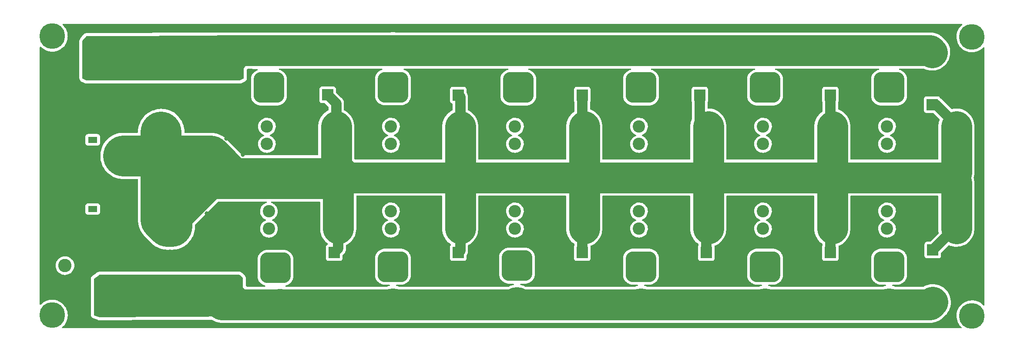
<source format=gbl>
G04 #@! TF.GenerationSoftware,KiCad,Pcbnew,6.0.4-6f826c9f35~116~ubuntu18.04.1*
G04 #@! TF.CreationDate,2022-04-20T11:51:17+08:00*
G04 #@! TF.ProjectId,Power_connector,506f7765-725f-4636-9f6e-6e6563746f72,rev?*
G04 #@! TF.SameCoordinates,Original*
G04 #@! TF.FileFunction,Copper,L2,Bot*
G04 #@! TF.FilePolarity,Positive*
%FSLAX46Y46*%
G04 Gerber Fmt 4.6, Leading zero omitted, Abs format (unit mm)*
G04 Created by KiCad (PCBNEW 6.0.4-6f826c9f35~116~ubuntu18.04.1) date 2022-04-20 11:51:17*
%MOMM*%
%LPD*%
G01*
G04 APERTURE LIST*
G04 Aperture macros list*
%AMRoundRect*
0 Rectangle with rounded corners*
0 $1 Rounding radius*
0 $2 $3 $4 $5 $6 $7 $8 $9 X,Y pos of 4 corners*
0 Add a 4 corners polygon primitive as box body*
4,1,4,$2,$3,$4,$5,$6,$7,$8,$9,$2,$3,0*
0 Add four circle primitives for the rounded corners*
1,1,$1+$1,$2,$3*
1,1,$1+$1,$4,$5*
1,1,$1+$1,$6,$7*
1,1,$1+$1,$8,$9*
0 Add four rect primitives between the rounded corners*
20,1,$1+$1,$2,$3,$4,$5,0*
20,1,$1+$1,$4,$5,$6,$7,0*
20,1,$1+$1,$6,$7,$8,$9,0*
20,1,$1+$1,$8,$9,$2,$3,0*%
G04 Aperture macros list end*
G04 #@! TA.AperFunction,SMDPad,CuDef*
%ADD10R,10.800080X8.150860*%
G04 #@! TD*
G04 #@! TA.AperFunction,ComponentPad*
%ADD11O,3.200000X3.200000*%
G04 #@! TD*
G04 #@! TA.AperFunction,ComponentPad*
%ADD12R,3.200000X3.200000*%
G04 #@! TD*
G04 #@! TA.AperFunction,ComponentPad*
%ADD13R,2.200000X2.200000*%
G04 #@! TD*
G04 #@! TA.AperFunction,ComponentPad*
%ADD14O,2.200000X2.200000*%
G04 #@! TD*
G04 #@! TA.AperFunction,ComponentPad*
%ADD15RoundRect,1.500000X1.500000X-1.500000X1.500000X1.500000X-1.500000X1.500000X-1.500000X-1.500000X0*%
G04 #@! TD*
G04 #@! TA.AperFunction,ComponentPad*
%ADD16C,6.000000*%
G04 #@! TD*
G04 #@! TA.AperFunction,ComponentPad*
%ADD17RoundRect,1.500000X-1.500000X1.500000X-1.500000X-1.500000X1.500000X-1.500000X1.500000X1.500000X0*%
G04 #@! TD*
G04 #@! TA.AperFunction,ComponentPad*
%ADD18C,2.400000*%
G04 #@! TD*
G04 #@! TA.AperFunction,ComponentPad*
%ADD19R,1.800000X1.200000*%
G04 #@! TD*
G04 #@! TA.AperFunction,ComponentPad*
%ADD20C,4.500000*%
G04 #@! TD*
G04 #@! TA.AperFunction,ComponentPad*
%ADD21R,2.600000X2.600000*%
G04 #@! TD*
G04 #@! TA.AperFunction,ComponentPad*
%ADD22C,2.600000*%
G04 #@! TD*
G04 #@! TA.AperFunction,ViaPad*
%ADD23C,5.000000*%
G04 #@! TD*
G04 #@! TA.AperFunction,ViaPad*
%ADD24C,0.800000*%
G04 #@! TD*
G04 #@! TA.AperFunction,Conductor*
%ADD25C,8.000000*%
G04 #@! TD*
G04 #@! TA.AperFunction,Conductor*
%ADD26C,6.000000*%
G04 #@! TD*
G04 #@! TA.AperFunction,Conductor*
%ADD27C,4.000000*%
G04 #@! TD*
G04 #@! TA.AperFunction,Conductor*
%ADD28C,2.000000*%
G04 #@! TD*
G04 APERTURE END LIST*
D10*
X99060000Y-56329580D03*
D11*
X90805000Y-104140000D03*
D12*
X90805000Y-88900000D03*
X89535000Y-70485000D03*
D11*
X89535000Y-55245000D03*
D13*
X171450000Y-93980000D03*
D14*
X171450000Y-104140000D03*
D15*
X182880000Y-61810000D03*
D16*
X182880000Y-54610000D03*
D17*
X158750000Y-96520000D03*
D16*
X158750000Y-103720000D03*
D18*
X158365000Y-72820000D03*
X158365000Y-69420000D03*
X171835000Y-72820000D03*
X171835000Y-69420000D03*
D13*
X219710000Y-93980000D03*
D14*
X219710000Y-104140000D03*
D17*
X231140000Y-96730000D03*
D16*
X231140000Y-103930000D03*
D18*
X182495000Y-89330000D03*
X182495000Y-85930000D03*
X195965000Y-85930000D03*
X195965000Y-89330000D03*
D15*
X134620000Y-61766000D03*
D16*
X134620000Y-54566000D03*
D13*
X123190000Y-93980000D03*
D14*
X123190000Y-104140000D03*
D13*
X147320000Y-93980000D03*
D14*
X147320000Y-104140000D03*
D18*
X158365000Y-85930000D03*
X158365000Y-89330000D03*
X171835000Y-89330000D03*
X171835000Y-85930000D03*
D17*
X111760000Y-96940000D03*
D16*
X111760000Y-104140000D03*
D13*
X171450000Y-63290000D03*
D14*
X171450000Y-53130000D03*
D18*
X134235000Y-69420000D03*
X134235000Y-72820000D03*
X147705000Y-69420000D03*
X147705000Y-72820000D03*
X134235000Y-89330000D03*
X134235000Y-85930000D03*
X147705000Y-89330000D03*
X147705000Y-85930000D03*
D15*
X110490000Y-61810000D03*
D16*
X110490000Y-54610000D03*
D13*
X239522000Y-65151000D03*
D14*
X239522000Y-54991000D03*
D18*
X110105000Y-69420000D03*
X110105000Y-72820000D03*
X123575000Y-72820000D03*
X123575000Y-69420000D03*
D15*
X159004000Y-61810000D03*
D16*
X159004000Y-54610000D03*
D18*
X110490000Y-89330000D03*
X110490000Y-85930000D03*
X123960000Y-89330000D03*
X123960000Y-85930000D03*
D19*
X76200000Y-85490000D03*
X76200000Y-71990000D03*
D20*
X82200000Y-82340000D03*
X82200000Y-75140000D03*
D18*
X206625000Y-85930000D03*
X206625000Y-89330000D03*
X220095000Y-89330000D03*
X220095000Y-85930000D03*
D15*
X207010000Y-61810000D03*
D16*
X207010000Y-54610000D03*
D13*
X239649000Y-93472000D03*
D14*
X239649000Y-103632000D03*
D17*
X134620000Y-96730000D03*
D16*
X134620000Y-103930000D03*
D18*
X182495000Y-69420000D03*
X182495000Y-72820000D03*
X195965000Y-72820000D03*
X195965000Y-69420000D03*
D15*
X231140000Y-61810000D03*
D16*
X231140000Y-54610000D03*
D18*
X230755000Y-69420000D03*
X230755000Y-72820000D03*
X244225000Y-72820000D03*
X244225000Y-69420000D03*
D13*
X195580000Y-93980000D03*
D14*
X195580000Y-104140000D03*
D13*
X147320000Y-63290000D03*
D14*
X147320000Y-53130000D03*
D13*
X194310000Y-63290000D03*
D14*
X194310000Y-53130000D03*
D18*
X230755000Y-89330000D03*
X230755000Y-85930000D03*
X244225000Y-85930000D03*
X244225000Y-89330000D03*
D17*
X207010000Y-96730000D03*
D16*
X207010000Y-103930000D03*
D18*
X206625000Y-69420000D03*
X206625000Y-72820000D03*
X220095000Y-72820000D03*
X220095000Y-69420000D03*
D21*
X70815000Y-91435000D03*
D22*
X70815000Y-96515000D03*
D13*
X219710000Y-63290000D03*
D14*
X219710000Y-53130000D03*
D13*
X121920000Y-63246000D03*
D14*
X121920000Y-53086000D03*
D17*
X182880000Y-96730000D03*
D16*
X182880000Y-103930000D03*
D23*
X247269000Y-51943000D03*
X247269000Y-106299000D03*
D24*
X217170000Y-93980000D03*
X174625000Y-65405000D03*
X201295000Y-98425000D03*
X198120000Y-93345000D03*
X217170000Y-99060000D03*
X129540000Y-60325000D03*
X153670000Y-65405000D03*
X164465000Y-97790000D03*
X80645000Y-69850000D03*
X120015000Y-97790000D03*
X174625000Y-93345000D03*
X75565000Y-69850000D03*
X177165000Y-99060000D03*
X226060000Y-60325000D03*
X168275000Y-65405000D03*
X105410000Y-74930000D03*
X236855000Y-60325000D03*
X222250000Y-60325000D03*
X103505000Y-86360000D03*
X212090000Y-93980000D03*
X222250000Y-93980000D03*
X129540000Y-97790000D03*
X226060000Y-65405000D03*
X168275000Y-60325000D03*
X150495000Y-60325000D03*
X236855000Y-64770000D03*
X188595000Y-98425000D03*
X144780000Y-65405000D03*
X98425000Y-86360000D03*
X226060000Y-99060000D03*
D23*
X68326000Y-106172000D03*
D24*
X168275000Y-92710000D03*
X144780000Y-97790000D03*
X140335000Y-97790000D03*
X100965000Y-69850000D03*
X165100000Y-60325000D03*
X74295000Y-103505000D03*
X107315000Y-99060000D03*
X98425000Y-69850000D03*
X174625000Y-60325000D03*
X78105000Y-69850000D03*
X150495000Y-65405000D03*
X236220000Y-93980000D03*
X236220000Y-99060000D03*
X177165000Y-60325000D03*
X247650000Y-60325000D03*
X187960000Y-65405000D03*
X192405000Y-93345000D03*
X216535000Y-60325000D03*
X191770000Y-60325000D03*
X222885000Y-65405000D03*
X73025000Y-59055000D03*
X198755000Y-98425000D03*
X153670000Y-60325000D03*
X116840000Y-97790000D03*
X201930000Y-93345000D03*
X75565000Y-88900000D03*
X116840000Y-92710000D03*
X164465000Y-92710000D03*
X177800000Y-93345000D03*
X100965000Y-88900000D03*
D23*
X68326000Y-51816000D03*
D24*
X98425000Y-88900000D03*
X222250000Y-99060000D03*
X201295000Y-64770000D03*
X144780000Y-60325000D03*
X212725000Y-60325000D03*
X83185000Y-69850000D03*
X120015000Y-92710000D03*
X150495000Y-92710000D03*
X140335000Y-92710000D03*
X165100000Y-65405000D03*
X192405000Y-98425000D03*
X125730000Y-97790000D03*
X140335000Y-65405000D03*
X191770000Y-65405000D03*
X126365000Y-92710000D03*
X78740000Y-88900000D03*
X102235000Y-71755000D03*
X73660000Y-66675000D03*
X201295000Y-60325000D03*
X247650000Y-64135000D03*
X120015000Y-66040000D03*
X74295000Y-106680000D03*
X125730000Y-60325000D03*
X188595000Y-93345000D03*
X103505000Y-88900000D03*
X197485000Y-60325000D03*
X116205000Y-66040000D03*
X140335000Y-60325000D03*
X150495000Y-97790000D03*
X153670000Y-97790000D03*
X82550000Y-88900000D03*
X144145000Y-92710000D03*
X174625000Y-99060000D03*
X73025000Y-55880000D03*
X119380000Y-60325000D03*
X177165000Y-65405000D03*
X216535000Y-64770000D03*
X212725000Y-64770000D03*
X100965000Y-86360000D03*
X187960000Y-60325000D03*
X212090000Y-99060000D03*
X153670000Y-92710000D03*
X106045000Y-65405000D03*
X73025000Y-52705000D03*
X126365000Y-65405000D03*
X226060000Y-93980000D03*
X168275000Y-97790000D03*
X95885000Y-69850000D03*
X116205000Y-60325000D03*
X129540000Y-92710000D03*
X73025000Y-62230000D03*
X129540000Y-65405000D03*
X95250000Y-58420000D03*
X95885000Y-102870000D03*
X78105000Y-105410000D03*
X83820000Y-58420000D03*
X103505000Y-100330000D03*
X83820000Y-53340000D03*
X99695000Y-105410000D03*
X85725000Y-102870000D03*
X78105000Y-100330000D03*
X83820000Y-55880000D03*
X99695000Y-100330000D03*
X80010000Y-53340000D03*
X80010000Y-55880000D03*
X99060000Y-53340000D03*
X99695000Y-102870000D03*
X81915000Y-105410000D03*
X81915000Y-102870000D03*
X76200000Y-58420000D03*
X76200000Y-55880000D03*
X102870000Y-58420000D03*
X95885000Y-105410000D03*
X102870000Y-55880000D03*
X95885000Y-100330000D03*
X95250000Y-53340000D03*
X81915000Y-100330000D03*
X95250000Y-55880000D03*
X85725000Y-100330000D03*
X80010000Y-58420000D03*
X99060000Y-58420000D03*
X76200000Y-53340000D03*
X99060000Y-55880000D03*
X102870000Y-53340000D03*
X103505000Y-105410000D03*
X103505000Y-102870000D03*
X85725000Y-105410000D03*
X78105000Y-102870000D03*
D25*
X89535000Y-70485000D02*
X89535000Y-87630000D01*
X89535000Y-87630000D02*
X90805000Y-88900000D01*
X103504819Y-79529511D02*
X98750797Y-79529511D01*
X98750797Y-79529511D02*
X91594511Y-86685797D01*
X90805000Y-88900000D02*
X91594511Y-88110489D01*
X91594511Y-88110489D02*
X91594511Y-86685797D01*
X91594511Y-86685797D02*
X91594511Y-88900000D01*
X89960000Y-75140000D02*
X99115308Y-75140000D01*
X89535000Y-74715000D02*
X89960000Y-75140000D01*
X82200000Y-75140000D02*
X89960000Y-75140000D01*
X89535000Y-70485000D02*
X89535000Y-74715000D01*
X103504819Y-79529511D02*
X124305489Y-79529511D01*
X124305489Y-79529511D02*
X124460000Y-79375000D01*
X99115308Y-75140000D02*
X103504819Y-79529511D01*
D26*
X111760000Y-104140000D02*
X101353620Y-104140000D01*
X101353620Y-104140000D02*
X99695000Y-102481380D01*
X110490000Y-54610000D02*
X100779580Y-54610000D01*
X244225000Y-89330000D02*
X244225000Y-80395000D01*
X244225000Y-80395000D02*
X243205000Y-79375000D01*
X244225000Y-69420000D02*
X244225000Y-78355000D01*
X244225000Y-78355000D02*
X243205000Y-79375000D01*
X220095000Y-89330000D02*
X220095000Y-79760000D01*
X220095000Y-79760000D02*
X219710000Y-79375000D01*
X220095000Y-69420000D02*
X220095000Y-78990000D01*
X220095000Y-78990000D02*
X219710000Y-79375000D01*
X195965000Y-69420000D02*
X195965000Y-79125000D01*
X195965000Y-79125000D02*
X196215000Y-79375000D01*
X195965000Y-89330000D02*
X195965000Y-79625000D01*
X195965000Y-79625000D02*
X196215000Y-79375000D01*
X171835000Y-89330000D02*
X171835000Y-80895000D01*
X171835000Y-80895000D02*
X173355000Y-79375000D01*
D27*
X171835000Y-83570000D02*
X171835000Y-80895000D01*
D26*
X171835000Y-89330000D02*
X171835000Y-83570000D01*
D27*
X171835000Y-77220000D02*
X171835000Y-77855000D01*
D26*
X171835000Y-69420000D02*
X171835000Y-77220000D01*
X147705000Y-89330000D02*
X147705000Y-77220000D01*
X147705000Y-69420000D02*
X147705000Y-77220000D01*
X123960000Y-89330000D02*
X123960000Y-78875000D01*
X123960000Y-78875000D02*
X123575000Y-78490000D01*
X123575000Y-69420000D02*
X123575000Y-78490000D01*
X123575000Y-78490000D02*
X124460000Y-79375000D01*
D28*
X147705000Y-72820000D02*
X147705000Y-63675000D01*
X239649000Y-93472000D02*
X243840000Y-89281000D01*
D27*
X171835000Y-77855000D02*
X173355000Y-79375000D01*
D28*
X243840000Y-89281000D02*
X243840000Y-86315000D01*
X171450000Y-63290000D02*
X171450000Y-72435000D01*
X171450000Y-86315000D02*
X171835000Y-85930000D01*
X194310000Y-63290000D02*
X194310000Y-71165000D01*
X219710000Y-63290000D02*
X219710000Y-72435000D01*
X123575000Y-64901000D02*
X121920000Y-63246000D01*
X243840000Y-86315000D02*
X244225000Y-85930000D01*
X147705000Y-85930000D02*
X147705000Y-93595000D01*
X171450000Y-72435000D02*
X171835000Y-72820000D01*
X147705000Y-63675000D02*
X147320000Y-63290000D01*
X195580000Y-86315000D02*
X195965000Y-85930000D01*
D26*
X219710000Y-79375000D02*
X243205000Y-79375000D01*
X124460000Y-79375000D02*
X149860000Y-79375000D01*
D27*
X123960000Y-89330000D02*
X123960000Y-79875000D01*
X147705000Y-77220000D02*
X149860000Y-79375000D01*
X147705000Y-89330000D02*
X147705000Y-81530000D01*
D28*
X243840000Y-68707000D02*
X243840000Y-72435000D01*
X123960000Y-93210000D02*
X123190000Y-93980000D01*
X219710000Y-72435000D02*
X220095000Y-72820000D01*
X240284000Y-65151000D02*
X243840000Y-68707000D01*
X243840000Y-72435000D02*
X244225000Y-72820000D01*
D26*
X196215000Y-79375000D02*
X219710000Y-79375000D01*
D28*
X219710000Y-93980000D02*
X219710000Y-86315000D01*
X171450000Y-93980000D02*
X171450000Y-86315000D01*
X194310000Y-71165000D02*
X195965000Y-72820000D01*
X123575000Y-72820000D02*
X123575000Y-64901000D01*
X147705000Y-93595000D02*
X147320000Y-93980000D01*
D27*
X147705000Y-81530000D02*
X149860000Y-79375000D01*
D26*
X173355000Y-79375000D02*
X196215000Y-79375000D01*
D28*
X219710000Y-86315000D02*
X220095000Y-85930000D01*
X195580000Y-93980000D02*
X195580000Y-86315000D01*
D27*
X123960000Y-79875000D02*
X124460000Y-79375000D01*
D26*
X149860000Y-79375000D02*
X173355000Y-79375000D01*
D28*
X239522000Y-65151000D02*
X240284000Y-65151000D01*
X123960000Y-85930000D02*
X123960000Y-93210000D01*
D26*
X239649000Y-103632000D02*
X239141000Y-104140000D01*
X110490000Y-54610000D02*
X239141000Y-54610000D01*
X239141000Y-104140000D02*
X111760000Y-104140000D01*
X239141000Y-54610000D02*
X239522000Y-54991000D01*
G04 #@! TA.AperFunction,Conductor*
G36*
X245336246Y-49423502D02*
G01*
X245382739Y-49477158D01*
X245392843Y-49547432D01*
X245363349Y-49612012D01*
X245346906Y-49627833D01*
X245252509Y-49703459D01*
X245249958Y-49706037D01*
X245044801Y-49913354D01*
X245008466Y-49950071D01*
X245006225Y-49952929D01*
X244829892Y-50177816D01*
X244794386Y-50223098D01*
X244613105Y-50518921D01*
X244467027Y-50833620D01*
X244465891Y-50837056D01*
X244365134Y-51141716D01*
X244358087Y-51163023D01*
X244357351Y-51166578D01*
X244357350Y-51166581D01*
X244289936Y-51492111D01*
X244287730Y-51502764D01*
X244256888Y-51848341D01*
X244256983Y-51851971D01*
X244256983Y-51851972D01*
X244260923Y-52002434D01*
X244265970Y-52195171D01*
X244266481Y-52198761D01*
X244266481Y-52198762D01*
X244274873Y-52257727D01*
X244314856Y-52538660D01*
X244402897Y-52874253D01*
X244528927Y-53197503D01*
X244691275Y-53504126D01*
X244693325Y-53507109D01*
X244693327Y-53507112D01*
X244885733Y-53787064D01*
X244885739Y-53787071D01*
X244887790Y-53790056D01*
X244979491Y-53895175D01*
X245084521Y-54015573D01*
X245115866Y-54051505D01*
X245188696Y-54117775D01*
X245328268Y-54244775D01*
X245372481Y-54285006D01*
X245654233Y-54487466D01*
X245957388Y-54656200D01*
X246277928Y-54788972D01*
X246281422Y-54789967D01*
X246281424Y-54789968D01*
X246608103Y-54883025D01*
X246608108Y-54883026D01*
X246611604Y-54884022D01*
X246808304Y-54916233D01*
X246950412Y-54939504D01*
X246950419Y-54939505D01*
X246953993Y-54940090D01*
X247127275Y-54948262D01*
X247296931Y-54956263D01*
X247296932Y-54956263D01*
X247300558Y-54956434D01*
X247309415Y-54955830D01*
X247643073Y-54933084D01*
X247643081Y-54933083D01*
X247646704Y-54932836D01*
X247650279Y-54932173D01*
X247650282Y-54932173D01*
X247984279Y-54870270D01*
X247984283Y-54870269D01*
X247987844Y-54869609D01*
X248319456Y-54767592D01*
X248637145Y-54628136D01*
X248806455Y-54529200D01*
X248933560Y-54454926D01*
X248933562Y-54454925D01*
X248936700Y-54453091D01*
X249060065Y-54360466D01*
X249211244Y-54246958D01*
X249211248Y-54246955D01*
X249214151Y-54244775D01*
X249465819Y-54005950D01*
X249466263Y-54006418D01*
X249524869Y-53971988D01*
X249595808Y-53974829D01*
X249653950Y-54015573D01*
X249680835Y-54081282D01*
X249681500Y-54094208D01*
X249681500Y-104154740D01*
X249661498Y-104222861D01*
X249607842Y-104269354D01*
X249537568Y-104279458D01*
X249472988Y-104249964D01*
X249463200Y-104240511D01*
X249401925Y-104174572D01*
X249354842Y-104123904D01*
X249091019Y-103898578D01*
X248803047Y-103705069D01*
X248494741Y-103545940D01*
X248170189Y-103423302D01*
X248166668Y-103422418D01*
X248166663Y-103422416D01*
X248000280Y-103380624D01*
X247833692Y-103338780D01*
X247811476Y-103335855D01*
X247493315Y-103293968D01*
X247493307Y-103293967D01*
X247489711Y-103293494D01*
X247345045Y-103291221D01*
X247146446Y-103288101D01*
X247146442Y-103288101D01*
X247142804Y-103288044D01*
X247139190Y-103288405D01*
X247139184Y-103288405D01*
X246895843Y-103312694D01*
X246797569Y-103322503D01*
X246559465Y-103374418D01*
X246525623Y-103381797D01*
X246458583Y-103396414D01*
X246455156Y-103397587D01*
X246455150Y-103397589D01*
X246376296Y-103424587D01*
X246130339Y-103508797D01*
X245817188Y-103658163D01*
X245523279Y-103842532D01*
X245520443Y-103844804D01*
X245520436Y-103844809D01*
X245294049Y-104026179D01*
X245252509Y-104059459D01*
X245249958Y-104062037D01*
X245044801Y-104269354D01*
X245008466Y-104306071D01*
X245006225Y-104308929D01*
X244829892Y-104533816D01*
X244794386Y-104579098D01*
X244613105Y-104874921D01*
X244467027Y-105189620D01*
X244465891Y-105193056D01*
X244370874Y-105480360D01*
X244358087Y-105519023D01*
X244357351Y-105522578D01*
X244357350Y-105522581D01*
X244291443Y-105840833D01*
X244287730Y-105858764D01*
X244256888Y-106204341D01*
X244265970Y-106551171D01*
X244266481Y-106554761D01*
X244266481Y-106554762D01*
X244273561Y-106604510D01*
X244314856Y-106894660D01*
X244402897Y-107230253D01*
X244528927Y-107553503D01*
X244557551Y-107607565D01*
X244580750Y-107651379D01*
X244691275Y-107860126D01*
X244693325Y-107863109D01*
X244693327Y-107863112D01*
X244885733Y-108143064D01*
X244885739Y-108143071D01*
X244887790Y-108146056D01*
X244979491Y-108251175D01*
X245084521Y-108371573D01*
X245115866Y-108407505D01*
X245118552Y-108409949D01*
X245209062Y-108492307D01*
X245245984Y-108552947D01*
X245244261Y-108623922D01*
X245204439Y-108682699D01*
X245139161Y-108710616D01*
X245124262Y-108711500D01*
X70332200Y-108711500D01*
X70264079Y-108691498D01*
X70217586Y-108637842D01*
X70207482Y-108567568D01*
X70236976Y-108502988D01*
X70256547Y-108484740D01*
X70268244Y-108475958D01*
X70268248Y-108475955D01*
X70271151Y-108473775D01*
X70522819Y-108234950D01*
X70745370Y-107968783D01*
X70935853Y-107678799D01*
X71037957Y-107475787D01*
X71090117Y-107372080D01*
X71090120Y-107372072D01*
X71091744Y-107368844D01*
X71128079Y-107269555D01*
X71209729Y-107046437D01*
X71209730Y-107046433D01*
X71210977Y-107043026D01*
X71211822Y-107039504D01*
X71211825Y-107039496D01*
X71291124Y-106709191D01*
X71291125Y-106709187D01*
X71291971Y-106705662D01*
X71313669Y-106526357D01*
X71333316Y-106364004D01*
X71333316Y-106363997D01*
X71333652Y-106361225D01*
X71335328Y-106307915D01*
X71339511Y-106174797D01*
X71339599Y-106172000D01*
X71338327Y-106149938D01*
X71334564Y-106084682D01*
X75848500Y-106084682D01*
X75848866Y-106105737D01*
X75849171Y-106114503D01*
X75851446Y-106149938D01*
X75886608Y-106304044D01*
X75911301Y-106370608D01*
X75921965Y-106397381D01*
X76002381Y-106533464D01*
X76115278Y-106644097D01*
X76118576Y-106646575D01*
X76118583Y-106646581D01*
X76168432Y-106684035D01*
X76168436Y-106684037D01*
X76172038Y-106686744D01*
X76323153Y-106769606D01*
X76327368Y-106771187D01*
X76327371Y-106771188D01*
X77233072Y-107110826D01*
X77233077Y-107110828D01*
X77235758Y-107111833D01*
X77290620Y-107126904D01*
X77338751Y-107140126D01*
X77338756Y-107140127D01*
X77341504Y-107140882D01*
X77386246Y-107148904D01*
X77495508Y-107158403D01*
X77498348Y-107158392D01*
X77498354Y-107158392D01*
X90082339Y-107108456D01*
X99379333Y-107071563D01*
X99448001Y-107091625D01*
X99450339Y-107093314D01*
X99453239Y-107094971D01*
X99453246Y-107094976D01*
X99590587Y-107173472D01*
X99592109Y-107174356D01*
X99728384Y-107254789D01*
X99728389Y-107254792D01*
X99731275Y-107256495D01*
X99734330Y-107257884D01*
X99734332Y-107257885D01*
X99748325Y-107264247D01*
X99758695Y-107269553D01*
X99774947Y-107278842D01*
X99778001Y-107280180D01*
X99778024Y-107280191D01*
X99922953Y-107343660D01*
X99924559Y-107344376D01*
X100068586Y-107409861D01*
X100068592Y-107409863D01*
X100071633Y-107411246D01*
X100074806Y-107412298D01*
X100074815Y-107412302D01*
X100089393Y-107417137D01*
X100100272Y-107421313D01*
X100114346Y-107427476D01*
X100117431Y-107428827D01*
X100262058Y-107474566D01*
X100271487Y-107477548D01*
X100273161Y-107478090D01*
X100314200Y-107491702D01*
X100426507Y-107528953D01*
X100429773Y-107529662D01*
X100429787Y-107529666D01*
X100444804Y-107532927D01*
X100456054Y-107535920D01*
X100470711Y-107540555D01*
X100470715Y-107540556D01*
X100473915Y-107541568D01*
X100615589Y-107570263D01*
X100632243Y-107573636D01*
X100633965Y-107573997D01*
X100791881Y-107608284D01*
X100795201Y-107608642D01*
X100795227Y-107608646D01*
X100810512Y-107610293D01*
X100822018Y-107612074D01*
X100837060Y-107615120D01*
X100837066Y-107615121D01*
X100840360Y-107615788D01*
X101001183Y-107630849D01*
X101002845Y-107631016D01*
X101071921Y-107638459D01*
X101161097Y-107648068D01*
X101161105Y-107648069D01*
X101163615Y-107648339D01*
X101166138Y-107648407D01*
X101166149Y-107648408D01*
X101168084Y-107648460D01*
X101169565Y-107648500D01*
X101183783Y-107648500D01*
X101195532Y-107649049D01*
X101212617Y-107650649D01*
X101215983Y-107650605D01*
X101215984Y-107650605D01*
X101375974Y-107648511D01*
X101377623Y-107648500D01*
X110026989Y-107648500D01*
X110044921Y-107649783D01*
X110056022Y-107651379D01*
X110161190Y-107666500D01*
X113158000Y-107666500D01*
X113163972Y-107665858D01*
X113283352Y-107653024D01*
X113283362Y-107653022D01*
X113286705Y-107652663D01*
X113289996Y-107651947D01*
X113290003Y-107651946D01*
X113292609Y-107651379D01*
X113319390Y-107648500D01*
X239018787Y-107648500D01*
X239027247Y-107648784D01*
X239088598Y-107652913D01*
X239088601Y-107652913D01*
X239091944Y-107653138D01*
X239207518Y-107648597D01*
X239212465Y-107648500D01*
X239234461Y-107648500D01*
X239302294Y-107644885D01*
X239303991Y-107644806D01*
X239361194Y-107642559D01*
X239462191Y-107638591D01*
X239462197Y-107638590D01*
X239465542Y-107638459D01*
X239468856Y-107637973D01*
X239468862Y-107637972D01*
X239484066Y-107635740D01*
X239495662Y-107634582D01*
X239496016Y-107634563D01*
X239514357Y-107633586D01*
X239517660Y-107633054D01*
X239517669Y-107633053D01*
X239588369Y-107621665D01*
X239673967Y-107607878D01*
X239675572Y-107607631D01*
X239774399Y-107593126D01*
X239832135Y-107584652D01*
X239832139Y-107584651D01*
X239835465Y-107584163D01*
X239845099Y-107581680D01*
X239853600Y-107579490D01*
X239865001Y-107577109D01*
X239880165Y-107574666D01*
X239880170Y-107574665D01*
X239883485Y-107574131D01*
X239886717Y-107573250D01*
X239886721Y-107573249D01*
X240034620Y-107532927D01*
X240039347Y-107531638D01*
X240040997Y-107531201D01*
X240197524Y-107490866D01*
X240200650Y-107489694D01*
X240200660Y-107489691D01*
X240215066Y-107484290D01*
X240226155Y-107480709D01*
X240240961Y-107476672D01*
X240240966Y-107476671D01*
X240244206Y-107475787D01*
X240394697Y-107416962D01*
X240396252Y-107416367D01*
X240547619Y-107359622D01*
X240550616Y-107358118D01*
X240564358Y-107351222D01*
X240574996Y-107346486D01*
X240589314Y-107340889D01*
X240589320Y-107340886D01*
X240592434Y-107339669D01*
X240595400Y-107338128D01*
X240595405Y-107338126D01*
X240735809Y-107265192D01*
X240737376Y-107264392D01*
X240756511Y-107254789D01*
X240881784Y-107191920D01*
X240897530Y-107181792D01*
X240907602Y-107175953D01*
X240924226Y-107167317D01*
X241058895Y-107078012D01*
X241060349Y-107077063D01*
X241193412Y-106991475D01*
X241193415Y-106991473D01*
X241196238Y-106989657D01*
X241198846Y-106987556D01*
X241198859Y-106987547D01*
X241210831Y-106977904D01*
X241220231Y-106971024D01*
X241233022Y-106962542D01*
X241233033Y-106962534D01*
X241235824Y-106960683D01*
X241238409Y-106958541D01*
X241238414Y-106958537D01*
X241360142Y-106857655D01*
X241361504Y-106856541D01*
X241485447Y-106756710D01*
X241485448Y-106756709D01*
X241487416Y-106755124D01*
X241491738Y-106751031D01*
X241501785Y-106740984D01*
X241510480Y-106733065D01*
X241521114Y-106724252D01*
X241521123Y-106724243D01*
X241523700Y-106722108D01*
X241637731Y-106605052D01*
X241638890Y-106603879D01*
X242195971Y-106046798D01*
X242361734Y-105862375D01*
X242381096Y-105840833D01*
X242381098Y-105840830D01*
X242383341Y-105838335D01*
X242602313Y-105535281D01*
X242787842Y-105210674D01*
X242937826Y-104868189D01*
X243044568Y-104530676D01*
X243049556Y-104514903D01*
X243049556Y-104514902D01*
X243050567Y-104511706D01*
X243105496Y-104240511D01*
X243124120Y-104148559D01*
X243124121Y-104148556D01*
X243124788Y-104145260D01*
X243126540Y-104126559D01*
X243149568Y-103880648D01*
X243159649Y-103773003D01*
X243159604Y-103769560D01*
X243154799Y-103402497D01*
X243154799Y-103402494D01*
X243154755Y-103399148D01*
X243110161Y-103027930D01*
X243026374Y-102663554D01*
X242904339Y-102310144D01*
X242745441Y-101971702D01*
X242551479Y-101652063D01*
X242324649Y-101354844D01*
X242067520Y-101083412D01*
X242064978Y-101081245D01*
X242064973Y-101081240D01*
X241785554Y-100843016D01*
X241783003Y-100840841D01*
X241474319Y-100629877D01*
X241471379Y-100628297D01*
X241471372Y-100628293D01*
X241147911Y-100454490D01*
X241144967Y-100452908D01*
X240798673Y-100311942D01*
X240691587Y-100281134D01*
X240442573Y-100209494D01*
X240442567Y-100209493D01*
X240439360Y-100208570D01*
X240310829Y-100186023D01*
X240074395Y-100144546D01*
X240074388Y-100144545D01*
X240071098Y-100143968D01*
X240067767Y-100143744D01*
X240067760Y-100143743D01*
X239701401Y-100119088D01*
X239701398Y-100119088D01*
X239698055Y-100118863D01*
X239523845Y-100125707D01*
X239327809Y-100133409D01*
X239327803Y-100133410D01*
X239324457Y-100133541D01*
X239085499Y-100168615D01*
X238957852Y-100187350D01*
X238957849Y-100187351D01*
X238954535Y-100187837D01*
X238951297Y-100188671D01*
X238951289Y-100188673D01*
X238595722Y-100280297D01*
X238595712Y-100280300D01*
X238592476Y-100281134D01*
X238242381Y-100412378D01*
X238239377Y-100413885D01*
X238239376Y-100413886D01*
X237911212Y-100578577D01*
X237911206Y-100578581D01*
X237908216Y-100580081D01*
X237885652Y-100594595D01*
X237859415Y-100611471D01*
X237791252Y-100631500D01*
X232360683Y-100631500D01*
X232315529Y-100623131D01*
X232228764Y-100589825D01*
X232228762Y-100589824D01*
X232225674Y-100588639D01*
X231870459Y-100493459D01*
X231841978Y-100488948D01*
X231777826Y-100458535D01*
X231740299Y-100398266D01*
X231741313Y-100327277D01*
X231780546Y-100268105D01*
X231845542Y-100239538D01*
X231861686Y-100238499D01*
X232752336Y-100238499D01*
X232753705Y-100238439D01*
X232753716Y-100238439D01*
X232811914Y-100235899D01*
X232811920Y-100235898D01*
X232815480Y-100235743D01*
X232888955Y-100224106D01*
X233088571Y-100192491D01*
X233088578Y-100192489D01*
X233092918Y-100191802D01*
X233281883Y-100134029D01*
X233357322Y-100110965D01*
X233357327Y-100110963D01*
X233361540Y-100109675D01*
X233365529Y-100107815D01*
X233365534Y-100107813D01*
X233612126Y-99992826D01*
X233612132Y-99992823D01*
X233616118Y-99990964D01*
X233807665Y-99866572D01*
X233848002Y-99840377D01*
X233848006Y-99840374D01*
X233851697Y-99837977D01*
X234063692Y-99653692D01*
X234247977Y-99441697D01*
X234262188Y-99419815D01*
X234398563Y-99209815D01*
X234400964Y-99206118D01*
X234402823Y-99202132D01*
X234402826Y-99202126D01*
X234517813Y-98955534D01*
X234517815Y-98955529D01*
X234519675Y-98951540D01*
X234529688Y-98918792D01*
X234600514Y-98687130D01*
X234601802Y-98682918D01*
X234602489Y-98678578D01*
X234602491Y-98678571D01*
X234645185Y-98409003D01*
X234645185Y-98409002D01*
X234645743Y-98405480D01*
X234648500Y-98342337D01*
X234648499Y-95117664D01*
X234646689Y-95076197D01*
X234645899Y-95058086D01*
X234645898Y-95058080D01*
X234645743Y-95054520D01*
X234629565Y-94952374D01*
X234602491Y-94781429D01*
X234602489Y-94781422D01*
X234601802Y-94777082D01*
X234519675Y-94508460D01*
X234506535Y-94480280D01*
X234402826Y-94257874D01*
X234402823Y-94257868D01*
X234400964Y-94253882D01*
X234316279Y-94123479D01*
X234250377Y-94021998D01*
X234250374Y-94021994D01*
X234247977Y-94018303D01*
X234063692Y-93806308D01*
X233851697Y-93622023D01*
X233848006Y-93619626D01*
X233848002Y-93619623D01*
X233667620Y-93502482D01*
X233616118Y-93469036D01*
X233612132Y-93467177D01*
X233612126Y-93467174D01*
X233365534Y-93352187D01*
X233365529Y-93352185D01*
X233361540Y-93350325D01*
X233357327Y-93349037D01*
X233357322Y-93349035D01*
X233181786Y-93295368D01*
X233092918Y-93268198D01*
X233088578Y-93267511D01*
X233088571Y-93267509D01*
X232819003Y-93224815D01*
X232815480Y-93224257D01*
X232811919Y-93224102D01*
X232811914Y-93224101D01*
X232753713Y-93221560D01*
X232753709Y-93221560D01*
X232752337Y-93221500D01*
X231141171Y-93221500D01*
X229527664Y-93221501D01*
X229526295Y-93221561D01*
X229526284Y-93221561D01*
X229468086Y-93224101D01*
X229468080Y-93224102D01*
X229464520Y-93224257D01*
X229391045Y-93235894D01*
X229191429Y-93267509D01*
X229191422Y-93267511D01*
X229187082Y-93268198D01*
X229098214Y-93295368D01*
X228922678Y-93349035D01*
X228922673Y-93349037D01*
X228918460Y-93350325D01*
X228914471Y-93352185D01*
X228914466Y-93352187D01*
X228667874Y-93467174D01*
X228667868Y-93467177D01*
X228663882Y-93469036D01*
X228612380Y-93502482D01*
X228431998Y-93619623D01*
X228431994Y-93619626D01*
X228428303Y-93622023D01*
X228216308Y-93806308D01*
X228032023Y-94018303D01*
X228029626Y-94021994D01*
X228029623Y-94021998D01*
X227963721Y-94123479D01*
X227879036Y-94253882D01*
X227877177Y-94257868D01*
X227877174Y-94257874D01*
X227773465Y-94480280D01*
X227760325Y-94508460D01*
X227678198Y-94777082D01*
X227677511Y-94781422D01*
X227677509Y-94781429D01*
X227650435Y-94952374D01*
X227634257Y-95054520D01*
X227634102Y-95058081D01*
X227634101Y-95058086D01*
X227632027Y-95105591D01*
X227631500Y-95117663D01*
X227631501Y-98342336D01*
X227634257Y-98405480D01*
X227634815Y-98409002D01*
X227677509Y-98678571D01*
X227677511Y-98678578D01*
X227678198Y-98682918D01*
X227679486Y-98687130D01*
X227750313Y-98918792D01*
X227760325Y-98951540D01*
X227762185Y-98955529D01*
X227762187Y-98955534D01*
X227877174Y-99202126D01*
X227877177Y-99202132D01*
X227879036Y-99206118D01*
X227881437Y-99209815D01*
X228017813Y-99419815D01*
X228032023Y-99441697D01*
X228216308Y-99653692D01*
X228428303Y-99837977D01*
X228431994Y-99840374D01*
X228431998Y-99840377D01*
X228472335Y-99866572D01*
X228663882Y-99990964D01*
X228667868Y-99992823D01*
X228667874Y-99992826D01*
X228914466Y-100107813D01*
X228914471Y-100107815D01*
X228918460Y-100109675D01*
X228922673Y-100110963D01*
X228922678Y-100110965D01*
X228998117Y-100134029D01*
X229187082Y-100191802D01*
X229191422Y-100192489D01*
X229191429Y-100192491D01*
X229402568Y-100225931D01*
X229464520Y-100235743D01*
X229468081Y-100235898D01*
X229468086Y-100235899D01*
X229526287Y-100238440D01*
X229526291Y-100238440D01*
X229527663Y-100238500D01*
X230418307Y-100238500D01*
X230486428Y-100258502D01*
X230532921Y-100312158D01*
X230543025Y-100382432D01*
X230513531Y-100447012D01*
X230453805Y-100485396D01*
X230438016Y-100488949D01*
X230412807Y-100492941D01*
X230412794Y-100492944D01*
X230409541Y-100493459D01*
X230054326Y-100588639D01*
X230051238Y-100589824D01*
X230051236Y-100589825D01*
X229964471Y-100623131D01*
X229919317Y-100631500D01*
X208230683Y-100631500D01*
X208185529Y-100623131D01*
X208098764Y-100589825D01*
X208098762Y-100589824D01*
X208095674Y-100588639D01*
X207740459Y-100493459D01*
X207711978Y-100488948D01*
X207647826Y-100458535D01*
X207610299Y-100398266D01*
X207611313Y-100327277D01*
X207650546Y-100268105D01*
X207715542Y-100239538D01*
X207731686Y-100238499D01*
X208622336Y-100238499D01*
X208623705Y-100238439D01*
X208623716Y-100238439D01*
X208681914Y-100235899D01*
X208681920Y-100235898D01*
X208685480Y-100235743D01*
X208758955Y-100224106D01*
X208958571Y-100192491D01*
X208958578Y-100192489D01*
X208962918Y-100191802D01*
X209151883Y-100134029D01*
X209227322Y-100110965D01*
X209227327Y-100110963D01*
X209231540Y-100109675D01*
X209235529Y-100107815D01*
X209235534Y-100107813D01*
X209482126Y-99992826D01*
X209482132Y-99992823D01*
X209486118Y-99990964D01*
X209677665Y-99866572D01*
X209718002Y-99840377D01*
X209718006Y-99840374D01*
X209721697Y-99837977D01*
X209933692Y-99653692D01*
X210117977Y-99441697D01*
X210132188Y-99419815D01*
X210268563Y-99209815D01*
X210270964Y-99206118D01*
X210272823Y-99202132D01*
X210272826Y-99202126D01*
X210387813Y-98955534D01*
X210387815Y-98955529D01*
X210389675Y-98951540D01*
X210399688Y-98918792D01*
X210470514Y-98687130D01*
X210471802Y-98682918D01*
X210472489Y-98678578D01*
X210472491Y-98678571D01*
X210515185Y-98409003D01*
X210515185Y-98409002D01*
X210515743Y-98405480D01*
X210518500Y-98342337D01*
X210518499Y-95117664D01*
X210516689Y-95076197D01*
X210515899Y-95058086D01*
X210515898Y-95058080D01*
X210515743Y-95054520D01*
X210499565Y-94952374D01*
X210472491Y-94781429D01*
X210472489Y-94781422D01*
X210471802Y-94777082D01*
X210389675Y-94508460D01*
X210376535Y-94480280D01*
X210272826Y-94257874D01*
X210272823Y-94257868D01*
X210270964Y-94253882D01*
X210186279Y-94123479D01*
X210120377Y-94021998D01*
X210120374Y-94021994D01*
X210117977Y-94018303D01*
X209933692Y-93806308D01*
X209721697Y-93622023D01*
X209718006Y-93619626D01*
X209718002Y-93619623D01*
X209537620Y-93502482D01*
X209486118Y-93469036D01*
X209482132Y-93467177D01*
X209482126Y-93467174D01*
X209235534Y-93352187D01*
X209235529Y-93352185D01*
X209231540Y-93350325D01*
X209227327Y-93349037D01*
X209227322Y-93349035D01*
X209051786Y-93295368D01*
X208962918Y-93268198D01*
X208958578Y-93267511D01*
X208958571Y-93267509D01*
X208689003Y-93224815D01*
X208685480Y-93224257D01*
X208681919Y-93224102D01*
X208681914Y-93224101D01*
X208623713Y-93221560D01*
X208623709Y-93221560D01*
X208622337Y-93221500D01*
X207011171Y-93221500D01*
X205397664Y-93221501D01*
X205396295Y-93221561D01*
X205396284Y-93221561D01*
X205338086Y-93224101D01*
X205338080Y-93224102D01*
X205334520Y-93224257D01*
X205261045Y-93235894D01*
X205061429Y-93267509D01*
X205061422Y-93267511D01*
X205057082Y-93268198D01*
X204968214Y-93295368D01*
X204792678Y-93349035D01*
X204792673Y-93349037D01*
X204788460Y-93350325D01*
X204784471Y-93352185D01*
X204784466Y-93352187D01*
X204537874Y-93467174D01*
X204537868Y-93467177D01*
X204533882Y-93469036D01*
X204482380Y-93502482D01*
X204301998Y-93619623D01*
X204301994Y-93619626D01*
X204298303Y-93622023D01*
X204086308Y-93806308D01*
X203902023Y-94018303D01*
X203899626Y-94021994D01*
X203899623Y-94021998D01*
X203833721Y-94123479D01*
X203749036Y-94253882D01*
X203747177Y-94257868D01*
X203747174Y-94257874D01*
X203643465Y-94480280D01*
X203630325Y-94508460D01*
X203548198Y-94777082D01*
X203547511Y-94781422D01*
X203547509Y-94781429D01*
X203520435Y-94952374D01*
X203504257Y-95054520D01*
X203504102Y-95058081D01*
X203504101Y-95058086D01*
X203502027Y-95105591D01*
X203501500Y-95117663D01*
X203501501Y-98342336D01*
X203504257Y-98405480D01*
X203504815Y-98409002D01*
X203547509Y-98678571D01*
X203547511Y-98678578D01*
X203548198Y-98682918D01*
X203549486Y-98687130D01*
X203620313Y-98918792D01*
X203630325Y-98951540D01*
X203632185Y-98955529D01*
X203632187Y-98955534D01*
X203747174Y-99202126D01*
X203747177Y-99202132D01*
X203749036Y-99206118D01*
X203751437Y-99209815D01*
X203887813Y-99419815D01*
X203902023Y-99441697D01*
X204086308Y-99653692D01*
X204298303Y-99837977D01*
X204301994Y-99840374D01*
X204301998Y-99840377D01*
X204342335Y-99866572D01*
X204533882Y-99990964D01*
X204537868Y-99992823D01*
X204537874Y-99992826D01*
X204784466Y-100107813D01*
X204784471Y-100107815D01*
X204788460Y-100109675D01*
X204792673Y-100110963D01*
X204792678Y-100110965D01*
X204868117Y-100134029D01*
X205057082Y-100191802D01*
X205061422Y-100192489D01*
X205061429Y-100192491D01*
X205272568Y-100225931D01*
X205334520Y-100235743D01*
X205338081Y-100235898D01*
X205338086Y-100235899D01*
X205396287Y-100238440D01*
X205396291Y-100238440D01*
X205397663Y-100238500D01*
X206288307Y-100238500D01*
X206356428Y-100258502D01*
X206402921Y-100312158D01*
X206413025Y-100382432D01*
X206383531Y-100447012D01*
X206323805Y-100485396D01*
X206308016Y-100488949D01*
X206282807Y-100492941D01*
X206282794Y-100492944D01*
X206279541Y-100493459D01*
X205924326Y-100588639D01*
X205921238Y-100589824D01*
X205921236Y-100589825D01*
X205834471Y-100623131D01*
X205789317Y-100631500D01*
X184100683Y-100631500D01*
X184055529Y-100623131D01*
X183968764Y-100589825D01*
X183968762Y-100589824D01*
X183965674Y-100588639D01*
X183610459Y-100493459D01*
X183581978Y-100488948D01*
X183517826Y-100458535D01*
X183480299Y-100398266D01*
X183481313Y-100327277D01*
X183520546Y-100268105D01*
X183585542Y-100239538D01*
X183601686Y-100238499D01*
X184492336Y-100238499D01*
X184493705Y-100238439D01*
X184493716Y-100238439D01*
X184551914Y-100235899D01*
X184551920Y-100235898D01*
X184555480Y-100235743D01*
X184628955Y-100224106D01*
X184828571Y-100192491D01*
X184828578Y-100192489D01*
X184832918Y-100191802D01*
X185021883Y-100134029D01*
X185097322Y-100110965D01*
X185097327Y-100110963D01*
X185101540Y-100109675D01*
X185105529Y-100107815D01*
X185105534Y-100107813D01*
X185352126Y-99992826D01*
X185352132Y-99992823D01*
X185356118Y-99990964D01*
X185547665Y-99866572D01*
X185588002Y-99840377D01*
X185588006Y-99840374D01*
X185591697Y-99837977D01*
X185803692Y-99653692D01*
X185987977Y-99441697D01*
X186002188Y-99419815D01*
X186138563Y-99209815D01*
X186140964Y-99206118D01*
X186142823Y-99202132D01*
X186142826Y-99202126D01*
X186257813Y-98955534D01*
X186257815Y-98955529D01*
X186259675Y-98951540D01*
X186269688Y-98918792D01*
X186340514Y-98687130D01*
X186341802Y-98682918D01*
X186342489Y-98678578D01*
X186342491Y-98678571D01*
X186385185Y-98409003D01*
X186385185Y-98409002D01*
X186385743Y-98405480D01*
X186388500Y-98342337D01*
X186388499Y-95117664D01*
X186386689Y-95076197D01*
X186385899Y-95058086D01*
X186385898Y-95058080D01*
X186385743Y-95054520D01*
X186369565Y-94952374D01*
X186342491Y-94781429D01*
X186342489Y-94781422D01*
X186341802Y-94777082D01*
X186259675Y-94508460D01*
X186246535Y-94480280D01*
X186142826Y-94257874D01*
X186142823Y-94257868D01*
X186140964Y-94253882D01*
X186056279Y-94123479D01*
X185990377Y-94021998D01*
X185990374Y-94021994D01*
X185987977Y-94018303D01*
X185803692Y-93806308D01*
X185591697Y-93622023D01*
X185588006Y-93619626D01*
X185588002Y-93619623D01*
X185407620Y-93502482D01*
X185356118Y-93469036D01*
X185352132Y-93467177D01*
X185352126Y-93467174D01*
X185105534Y-93352187D01*
X185105529Y-93352185D01*
X185101540Y-93350325D01*
X185097327Y-93349037D01*
X185097322Y-93349035D01*
X184921786Y-93295368D01*
X184832918Y-93268198D01*
X184828578Y-93267511D01*
X184828571Y-93267509D01*
X184559003Y-93224815D01*
X184555480Y-93224257D01*
X184551919Y-93224102D01*
X184551914Y-93224101D01*
X184493713Y-93221560D01*
X184493709Y-93221560D01*
X184492337Y-93221500D01*
X182881171Y-93221500D01*
X181267664Y-93221501D01*
X181266295Y-93221561D01*
X181266284Y-93221561D01*
X181208086Y-93224101D01*
X181208080Y-93224102D01*
X181204520Y-93224257D01*
X181131045Y-93235894D01*
X180931429Y-93267509D01*
X180931422Y-93267511D01*
X180927082Y-93268198D01*
X180838214Y-93295368D01*
X180662678Y-93349035D01*
X180662673Y-93349037D01*
X180658460Y-93350325D01*
X180654471Y-93352185D01*
X180654466Y-93352187D01*
X180407874Y-93467174D01*
X180407868Y-93467177D01*
X180403882Y-93469036D01*
X180352380Y-93502482D01*
X180171998Y-93619623D01*
X180171994Y-93619626D01*
X180168303Y-93622023D01*
X179956308Y-93806308D01*
X179772023Y-94018303D01*
X179769626Y-94021994D01*
X179769623Y-94021998D01*
X179703721Y-94123479D01*
X179619036Y-94253882D01*
X179617177Y-94257868D01*
X179617174Y-94257874D01*
X179513465Y-94480280D01*
X179500325Y-94508460D01*
X179418198Y-94777082D01*
X179417511Y-94781422D01*
X179417509Y-94781429D01*
X179390435Y-94952374D01*
X179374257Y-95054520D01*
X179374102Y-95058081D01*
X179374101Y-95058086D01*
X179372027Y-95105591D01*
X179371500Y-95117663D01*
X179371501Y-98342336D01*
X179374257Y-98405480D01*
X179374815Y-98409002D01*
X179417509Y-98678571D01*
X179417511Y-98678578D01*
X179418198Y-98682918D01*
X179419486Y-98687130D01*
X179490313Y-98918792D01*
X179500325Y-98951540D01*
X179502185Y-98955529D01*
X179502187Y-98955534D01*
X179617174Y-99202126D01*
X179617177Y-99202132D01*
X179619036Y-99206118D01*
X179621437Y-99209815D01*
X179757813Y-99419815D01*
X179772023Y-99441697D01*
X179956308Y-99653692D01*
X180168303Y-99837977D01*
X180171994Y-99840374D01*
X180171998Y-99840377D01*
X180212335Y-99866572D01*
X180403882Y-99990964D01*
X180407868Y-99992823D01*
X180407874Y-99992826D01*
X180654466Y-100107813D01*
X180654471Y-100107815D01*
X180658460Y-100109675D01*
X180662673Y-100110963D01*
X180662678Y-100110965D01*
X180738117Y-100134029D01*
X180927082Y-100191802D01*
X180931422Y-100192489D01*
X180931429Y-100192491D01*
X181142568Y-100225931D01*
X181204520Y-100235743D01*
X181208081Y-100235898D01*
X181208086Y-100235899D01*
X181266287Y-100238440D01*
X181266291Y-100238440D01*
X181267663Y-100238500D01*
X182158307Y-100238500D01*
X182226428Y-100258502D01*
X182272921Y-100312158D01*
X182283025Y-100382432D01*
X182253531Y-100447012D01*
X182193805Y-100485396D01*
X182178016Y-100488949D01*
X182152807Y-100492941D01*
X182152794Y-100492944D01*
X182149541Y-100493459D01*
X181794326Y-100588639D01*
X181791238Y-100589824D01*
X181791236Y-100589825D01*
X181704471Y-100623131D01*
X181659317Y-100631500D01*
X160446863Y-100631500D01*
X160389660Y-100617767D01*
X160380839Y-100613272D01*
X160178994Y-100510427D01*
X159835674Y-100378639D01*
X159480459Y-100283459D01*
X159451978Y-100278948D01*
X159387826Y-100248535D01*
X159350299Y-100188266D01*
X159351313Y-100117277D01*
X159390546Y-100058105D01*
X159455542Y-100029538D01*
X159471686Y-100028499D01*
X160362336Y-100028499D01*
X160363705Y-100028439D01*
X160363716Y-100028439D01*
X160421914Y-100025899D01*
X160421920Y-100025898D01*
X160425480Y-100025743D01*
X160498955Y-100014106D01*
X160698571Y-99982491D01*
X160698578Y-99982489D01*
X160702918Y-99981802D01*
X160804514Y-99950741D01*
X160967322Y-99900965D01*
X160967327Y-99900963D01*
X160971540Y-99899675D01*
X160975529Y-99897815D01*
X160975534Y-99897813D01*
X161222126Y-99782826D01*
X161222132Y-99782823D01*
X161226118Y-99780964D01*
X161420053Y-99655021D01*
X161458002Y-99630377D01*
X161458006Y-99630374D01*
X161461697Y-99627977D01*
X161673692Y-99443692D01*
X161857977Y-99231697D01*
X161872188Y-99209815D01*
X162008563Y-98999815D01*
X162010964Y-98996118D01*
X162012823Y-98992132D01*
X162012826Y-98992126D01*
X162127813Y-98745534D01*
X162127815Y-98745529D01*
X162129675Y-98741540D01*
X162159186Y-98645017D01*
X162210514Y-98477130D01*
X162211802Y-98472918D01*
X162212489Y-98468578D01*
X162212491Y-98468571D01*
X162255185Y-98199003D01*
X162255185Y-98199002D01*
X162255743Y-98195480D01*
X162258500Y-98132337D01*
X162258499Y-94907664D01*
X162255743Y-94844520D01*
X162236446Y-94722678D01*
X162212491Y-94571429D01*
X162212489Y-94571422D01*
X162211802Y-94567082D01*
X162179120Y-94460185D01*
X162130965Y-94302678D01*
X162130963Y-94302673D01*
X162129675Y-94298460D01*
X162126851Y-94292404D01*
X162012826Y-94047874D01*
X162012823Y-94047868D01*
X162010964Y-94043882D01*
X161913598Y-93893951D01*
X161860377Y-93811998D01*
X161860374Y-93811994D01*
X161857977Y-93808303D01*
X161673692Y-93596308D01*
X161461697Y-93412023D01*
X161458006Y-93409626D01*
X161458002Y-93409623D01*
X161282064Y-93295368D01*
X161226118Y-93259036D01*
X161222132Y-93257177D01*
X161222126Y-93257174D01*
X160975534Y-93142187D01*
X160975529Y-93142185D01*
X160971540Y-93140325D01*
X160967327Y-93139037D01*
X160967322Y-93139035D01*
X160804514Y-93089259D01*
X160702918Y-93058198D01*
X160698578Y-93057511D01*
X160698571Y-93057509D01*
X160429003Y-93014815D01*
X160425480Y-93014257D01*
X160421919Y-93014102D01*
X160421914Y-93014101D01*
X160363713Y-93011560D01*
X160363709Y-93011560D01*
X160362337Y-93011500D01*
X158751171Y-93011500D01*
X157137664Y-93011501D01*
X157136295Y-93011561D01*
X157136284Y-93011561D01*
X157078086Y-93014101D01*
X157078080Y-93014102D01*
X157074520Y-93014257D01*
X157001045Y-93025894D01*
X156801429Y-93057509D01*
X156801422Y-93057511D01*
X156797082Y-93058198D01*
X156695486Y-93089259D01*
X156532678Y-93139035D01*
X156532673Y-93139037D01*
X156528460Y-93140325D01*
X156524471Y-93142185D01*
X156524466Y-93142187D01*
X156277874Y-93257174D01*
X156277868Y-93257177D01*
X156273882Y-93259036D01*
X156217936Y-93295368D01*
X156041998Y-93409623D01*
X156041994Y-93409626D01*
X156038303Y-93412023D01*
X155826308Y-93596308D01*
X155642023Y-93808303D01*
X155639626Y-93811994D01*
X155639623Y-93811998D01*
X155586402Y-93893951D01*
X155489036Y-94043882D01*
X155487177Y-94047868D01*
X155487174Y-94047874D01*
X155373149Y-94292404D01*
X155370325Y-94298460D01*
X155369037Y-94302673D01*
X155369035Y-94302678D01*
X155320880Y-94460185D01*
X155288198Y-94567082D01*
X155287511Y-94571422D01*
X155287509Y-94571429D01*
X155258758Y-94752963D01*
X155244257Y-94844520D01*
X155241500Y-94907663D01*
X155241501Y-98132336D01*
X155241561Y-98133705D01*
X155241561Y-98133716D01*
X155243501Y-98178154D01*
X155244257Y-98195480D01*
X155244815Y-98199002D01*
X155287509Y-98468571D01*
X155287511Y-98468578D01*
X155288198Y-98472918D01*
X155289486Y-98477130D01*
X155340815Y-98645017D01*
X155370325Y-98741540D01*
X155372185Y-98745529D01*
X155372187Y-98745534D01*
X155487174Y-98992126D01*
X155487177Y-98992132D01*
X155489036Y-98996118D01*
X155491437Y-98999815D01*
X155627813Y-99209815D01*
X155642023Y-99231697D01*
X155826308Y-99443692D01*
X156038303Y-99627977D01*
X156041994Y-99630374D01*
X156041998Y-99630377D01*
X156079947Y-99655021D01*
X156273882Y-99780964D01*
X156277868Y-99782823D01*
X156277874Y-99782826D01*
X156524466Y-99897813D01*
X156524471Y-99897815D01*
X156528460Y-99899675D01*
X156532673Y-99900963D01*
X156532678Y-99900965D01*
X156695486Y-99950741D01*
X156797082Y-99981802D01*
X156801422Y-99982489D01*
X156801429Y-99982491D01*
X157059709Y-100023397D01*
X157074520Y-100025743D01*
X157078081Y-100025898D01*
X157078086Y-100025899D01*
X157136287Y-100028440D01*
X157136291Y-100028440D01*
X157137663Y-100028500D01*
X158028307Y-100028500D01*
X158096428Y-100048502D01*
X158142921Y-100102158D01*
X158153025Y-100172432D01*
X158123531Y-100237012D01*
X158063805Y-100275396D01*
X158048016Y-100278949D01*
X158022807Y-100282941D01*
X158022794Y-100282944D01*
X158019541Y-100283459D01*
X157664326Y-100378639D01*
X157321006Y-100510427D01*
X157119162Y-100613272D01*
X157110340Y-100617767D01*
X157053137Y-100631500D01*
X135840683Y-100631500D01*
X135795529Y-100623131D01*
X135708764Y-100589825D01*
X135708762Y-100589824D01*
X135705674Y-100588639D01*
X135350459Y-100493459D01*
X135321978Y-100488948D01*
X135257826Y-100458535D01*
X135220299Y-100398266D01*
X135221313Y-100327277D01*
X135260546Y-100268105D01*
X135325542Y-100239538D01*
X135341686Y-100238499D01*
X136232336Y-100238499D01*
X136233705Y-100238439D01*
X136233716Y-100238439D01*
X136291914Y-100235899D01*
X136291920Y-100235898D01*
X136295480Y-100235743D01*
X136368955Y-100224106D01*
X136568571Y-100192491D01*
X136568578Y-100192489D01*
X136572918Y-100191802D01*
X136761883Y-100134029D01*
X136837322Y-100110965D01*
X136837327Y-100110963D01*
X136841540Y-100109675D01*
X136845529Y-100107815D01*
X136845534Y-100107813D01*
X137092126Y-99992826D01*
X137092132Y-99992823D01*
X137096118Y-99990964D01*
X137287665Y-99866572D01*
X137328002Y-99840377D01*
X137328006Y-99840374D01*
X137331697Y-99837977D01*
X137543692Y-99653692D01*
X137727977Y-99441697D01*
X137742188Y-99419815D01*
X137878563Y-99209815D01*
X137880964Y-99206118D01*
X137882823Y-99202132D01*
X137882826Y-99202126D01*
X137997813Y-98955534D01*
X137997815Y-98955529D01*
X137999675Y-98951540D01*
X138009688Y-98918792D01*
X138080514Y-98687130D01*
X138081802Y-98682918D01*
X138082489Y-98678578D01*
X138082491Y-98678571D01*
X138125185Y-98409003D01*
X138125185Y-98409002D01*
X138125743Y-98405480D01*
X138128500Y-98342337D01*
X138128499Y-95117664D01*
X138126689Y-95076197D01*
X138125899Y-95058086D01*
X138125898Y-95058080D01*
X138125743Y-95054520D01*
X138109565Y-94952374D01*
X138082491Y-94781429D01*
X138082489Y-94781422D01*
X138081802Y-94777082D01*
X137999675Y-94508460D01*
X137986535Y-94480280D01*
X137882826Y-94257874D01*
X137882823Y-94257868D01*
X137880964Y-94253882D01*
X137796279Y-94123479D01*
X137730377Y-94021998D01*
X137730374Y-94021994D01*
X137727977Y-94018303D01*
X137543692Y-93806308D01*
X137331697Y-93622023D01*
X137328006Y-93619626D01*
X137328002Y-93619623D01*
X137147620Y-93502482D01*
X137096118Y-93469036D01*
X137092132Y-93467177D01*
X137092126Y-93467174D01*
X136845534Y-93352187D01*
X136845529Y-93352185D01*
X136841540Y-93350325D01*
X136837327Y-93349037D01*
X136837322Y-93349035D01*
X136661786Y-93295368D01*
X136572918Y-93268198D01*
X136568578Y-93267511D01*
X136568571Y-93267509D01*
X136299003Y-93224815D01*
X136295480Y-93224257D01*
X136291919Y-93224102D01*
X136291914Y-93224101D01*
X136233713Y-93221560D01*
X136233709Y-93221560D01*
X136232337Y-93221500D01*
X134621171Y-93221500D01*
X133007664Y-93221501D01*
X133006295Y-93221561D01*
X133006284Y-93221561D01*
X132948086Y-93224101D01*
X132948080Y-93224102D01*
X132944520Y-93224257D01*
X132871045Y-93235894D01*
X132671429Y-93267509D01*
X132671422Y-93267511D01*
X132667082Y-93268198D01*
X132578214Y-93295368D01*
X132402678Y-93349035D01*
X132402673Y-93349037D01*
X132398460Y-93350325D01*
X132394471Y-93352185D01*
X132394466Y-93352187D01*
X132147874Y-93467174D01*
X132147868Y-93467177D01*
X132143882Y-93469036D01*
X132092380Y-93502482D01*
X131911998Y-93619623D01*
X131911994Y-93619626D01*
X131908303Y-93622023D01*
X131696308Y-93806308D01*
X131512023Y-94018303D01*
X131509626Y-94021994D01*
X131509623Y-94021998D01*
X131443721Y-94123479D01*
X131359036Y-94253882D01*
X131357177Y-94257868D01*
X131357174Y-94257874D01*
X131253465Y-94480280D01*
X131240325Y-94508460D01*
X131158198Y-94777082D01*
X131157511Y-94781422D01*
X131157509Y-94781429D01*
X131130435Y-94952374D01*
X131114257Y-95054520D01*
X131114102Y-95058081D01*
X131114101Y-95058086D01*
X131112027Y-95105591D01*
X131111500Y-95117663D01*
X131111501Y-98342336D01*
X131114257Y-98405480D01*
X131114815Y-98409002D01*
X131157509Y-98678571D01*
X131157511Y-98678578D01*
X131158198Y-98682918D01*
X131159486Y-98687130D01*
X131230313Y-98918792D01*
X131240325Y-98951540D01*
X131242185Y-98955529D01*
X131242187Y-98955534D01*
X131357174Y-99202126D01*
X131357177Y-99202132D01*
X131359036Y-99206118D01*
X131361437Y-99209815D01*
X131497813Y-99419815D01*
X131512023Y-99441697D01*
X131696308Y-99653692D01*
X131908303Y-99837977D01*
X131911994Y-99840374D01*
X131911998Y-99840377D01*
X131952335Y-99866572D01*
X132143882Y-99990964D01*
X132147868Y-99992823D01*
X132147874Y-99992826D01*
X132394466Y-100107813D01*
X132394471Y-100107815D01*
X132398460Y-100109675D01*
X132402673Y-100110963D01*
X132402678Y-100110965D01*
X132478117Y-100134029D01*
X132667082Y-100191802D01*
X132671422Y-100192489D01*
X132671429Y-100192491D01*
X132882568Y-100225931D01*
X132944520Y-100235743D01*
X132948081Y-100235898D01*
X132948086Y-100235899D01*
X133006287Y-100238440D01*
X133006291Y-100238440D01*
X133007663Y-100238500D01*
X133898307Y-100238500D01*
X133966428Y-100258502D01*
X134012921Y-100312158D01*
X134023025Y-100382432D01*
X133993531Y-100447012D01*
X133933805Y-100485396D01*
X133918016Y-100488949D01*
X133892807Y-100492941D01*
X133892794Y-100492944D01*
X133889541Y-100493459D01*
X133534326Y-100588639D01*
X133531238Y-100589824D01*
X133531236Y-100589825D01*
X133444471Y-100623131D01*
X133399317Y-100631500D01*
X113804694Y-100631500D01*
X113736573Y-100611498D01*
X113690080Y-100557842D01*
X113679976Y-100487568D01*
X113709470Y-100422988D01*
X113767855Y-100385006D01*
X113977322Y-100320965D01*
X113977327Y-100320963D01*
X113981540Y-100319675D01*
X113985529Y-100317815D01*
X113985534Y-100317813D01*
X114232126Y-100202826D01*
X114232132Y-100202823D01*
X114236118Y-100200964D01*
X114323884Y-100143968D01*
X114468002Y-100050377D01*
X114468006Y-100050374D01*
X114471697Y-100047977D01*
X114683692Y-99863692D01*
X114867977Y-99651697D01*
X114881823Y-99630377D01*
X115018563Y-99419815D01*
X115020964Y-99416118D01*
X115022823Y-99412132D01*
X115022826Y-99412126D01*
X115137813Y-99165534D01*
X115137815Y-99165529D01*
X115139675Y-99161540D01*
X115150081Y-99127506D01*
X115220514Y-98897130D01*
X115221802Y-98892918D01*
X115222489Y-98888578D01*
X115222491Y-98888571D01*
X115265185Y-98619003D01*
X115265185Y-98619002D01*
X115265743Y-98615480D01*
X115266319Y-98602303D01*
X115268440Y-98553713D01*
X115268440Y-98553709D01*
X115268500Y-98552337D01*
X115268499Y-95327664D01*
X115266845Y-95289769D01*
X115265899Y-95268086D01*
X115265898Y-95268080D01*
X115265743Y-95264520D01*
X115242265Y-95116284D01*
X115222491Y-94991429D01*
X115222489Y-94991422D01*
X115221802Y-94987082D01*
X115175474Y-94835551D01*
X115140965Y-94722678D01*
X115140963Y-94722673D01*
X115139675Y-94718460D01*
X115135302Y-94709081D01*
X115022826Y-94467874D01*
X115022823Y-94467868D01*
X115020964Y-94463882D01*
X114909605Y-94292404D01*
X114870377Y-94231998D01*
X114870374Y-94231994D01*
X114867977Y-94228303D01*
X114683692Y-94016308D01*
X114471697Y-93832023D01*
X114468006Y-93829626D01*
X114468002Y-93829623D01*
X114239815Y-93681437D01*
X114236118Y-93679036D01*
X114232132Y-93677177D01*
X114232126Y-93677174D01*
X113985534Y-93562187D01*
X113985529Y-93562185D01*
X113981540Y-93560325D01*
X113977327Y-93559037D01*
X113977322Y-93559035D01*
X113792346Y-93502482D01*
X113712918Y-93478198D01*
X113708578Y-93477511D01*
X113708571Y-93477509D01*
X113439003Y-93434815D01*
X113435480Y-93434257D01*
X113431919Y-93434102D01*
X113431914Y-93434101D01*
X113373713Y-93431560D01*
X113373709Y-93431560D01*
X113372337Y-93431500D01*
X111761171Y-93431500D01*
X110147664Y-93431501D01*
X110146295Y-93431561D01*
X110146284Y-93431561D01*
X110088086Y-93434101D01*
X110088080Y-93434102D01*
X110084520Y-93434257D01*
X110011045Y-93445894D01*
X109811429Y-93477509D01*
X109811422Y-93477511D01*
X109807082Y-93478198D01*
X109727654Y-93502482D01*
X109542678Y-93559035D01*
X109542673Y-93559037D01*
X109538460Y-93560325D01*
X109534471Y-93562185D01*
X109534466Y-93562187D01*
X109287874Y-93677174D01*
X109287868Y-93677177D01*
X109283882Y-93679036D01*
X109280185Y-93681437D01*
X109051998Y-93829623D01*
X109051994Y-93829626D01*
X109048303Y-93832023D01*
X108836308Y-94016308D01*
X108652023Y-94228303D01*
X108649626Y-94231994D01*
X108649623Y-94231998D01*
X108610395Y-94292404D01*
X108499036Y-94463882D01*
X108497177Y-94467868D01*
X108497174Y-94467874D01*
X108384698Y-94709081D01*
X108380325Y-94718460D01*
X108379037Y-94722673D01*
X108379035Y-94722678D01*
X108344526Y-94835551D01*
X108298198Y-94987082D01*
X108297511Y-94991422D01*
X108297509Y-94991429D01*
X108264838Y-95197715D01*
X108254257Y-95264520D01*
X108254102Y-95268081D01*
X108254101Y-95268086D01*
X108252994Y-95293437D01*
X108251500Y-95327663D01*
X108251501Y-98552336D01*
X108254257Y-98615480D01*
X108254815Y-98619002D01*
X108297509Y-98888571D01*
X108297511Y-98888578D01*
X108298198Y-98892918D01*
X108299486Y-98897130D01*
X108369920Y-99127506D01*
X108380325Y-99161540D01*
X108382185Y-99165529D01*
X108382187Y-99165534D01*
X108497174Y-99412126D01*
X108497177Y-99412132D01*
X108499036Y-99416118D01*
X108501437Y-99419815D01*
X108638178Y-99630377D01*
X108652023Y-99651697D01*
X108836308Y-99863692D01*
X109048303Y-100047977D01*
X109051994Y-100050374D01*
X109051998Y-100050377D01*
X109196116Y-100143968D01*
X109283882Y-100200964D01*
X109287868Y-100202823D01*
X109287874Y-100202826D01*
X109534466Y-100317813D01*
X109534471Y-100317815D01*
X109538460Y-100319675D01*
X109692779Y-100366856D01*
X109752074Y-100405899D01*
X109780848Y-100470804D01*
X109769964Y-100540961D01*
X109722878Y-100594097D01*
X109660357Y-100613272D01*
X109143067Y-100631423D01*
X109138649Y-100631500D01*
X106238996Y-100631500D01*
X106170875Y-100611498D01*
X106149901Y-100594595D01*
X106052405Y-100497099D01*
X106018379Y-100434787D01*
X106015500Y-100408004D01*
X106015500Y-98985190D01*
X106012032Y-98920475D01*
X106009153Y-98893692D01*
X105995551Y-98815647D01*
X105968789Y-98746424D01*
X105940036Y-98672053D01*
X105940035Y-98672051D01*
X105938552Y-98668215D01*
X105909756Y-98615480D01*
X105906682Y-98609851D01*
X105906681Y-98609849D01*
X105904526Y-98605903D01*
X105865459Y-98553716D01*
X105803945Y-98471544D01*
X105803941Y-98471539D01*
X105801248Y-98467942D01*
X105240058Y-97906752D01*
X105191852Y-97863449D01*
X105170878Y-97846546D01*
X105106073Y-97800976D01*
X104961519Y-97737029D01*
X104893398Y-97717027D01*
X104888942Y-97716386D01*
X104888936Y-97716385D01*
X104782429Y-97701072D01*
X104722810Y-97692500D01*
X77512000Y-97692500D01*
X77490128Y-97692895D01*
X77489568Y-97692915D01*
X77489539Y-97692916D01*
X77481983Y-97693189D01*
X77481956Y-97693190D01*
X77481026Y-97693224D01*
X77480077Y-97693287D01*
X77480074Y-97693287D01*
X77476879Y-97693499D01*
X77444796Y-97695623D01*
X77439849Y-97696766D01*
X77439847Y-97696766D01*
X77421206Y-97701072D01*
X77290784Y-97731198D01*
X77286927Y-97732641D01*
X77286919Y-97732643D01*
X77270736Y-97738696D01*
X77224286Y-97756069D01*
X77220335Y-97758231D01*
X77077052Y-97836637D01*
X77077048Y-97836640D01*
X77073100Y-97838800D01*
X76620628Y-98178154D01*
X76143338Y-98536121D01*
X76143331Y-98536127D01*
X76141100Y-98537800D01*
X76061054Y-98609799D01*
X76030656Y-98642478D01*
X76028738Y-98645010D01*
X76028732Y-98645017D01*
X76008251Y-98672053D01*
X75956976Y-98739737D01*
X75893029Y-98884291D01*
X75873027Y-98952412D01*
X75848500Y-99123000D01*
X75848500Y-106084682D01*
X71334564Y-106084682D01*
X71319836Y-105829246D01*
X71319835Y-105829241D01*
X71319627Y-105825626D01*
X71306805Y-105752160D01*
X71260600Y-105487415D01*
X71260598Y-105487408D01*
X71259976Y-105483842D01*
X71161437Y-105151180D01*
X71042037Y-104871250D01*
X71026740Y-104835386D01*
X71026738Y-104835383D01*
X71025316Y-104832048D01*
X70853417Y-104530676D01*
X70648018Y-104251060D01*
X70411842Y-103996904D01*
X70148019Y-103771578D01*
X69860047Y-103578069D01*
X69801019Y-103547602D01*
X69554961Y-103420602D01*
X69551741Y-103418940D01*
X69227189Y-103296302D01*
X69223668Y-103295418D01*
X69223663Y-103295416D01*
X69062378Y-103254904D01*
X68890692Y-103211780D01*
X68868476Y-103208855D01*
X68550315Y-103166968D01*
X68550307Y-103166967D01*
X68546711Y-103166494D01*
X68402045Y-103164221D01*
X68203446Y-103161101D01*
X68203442Y-103161101D01*
X68199804Y-103161044D01*
X68196190Y-103161405D01*
X68196184Y-103161405D01*
X67952843Y-103185694D01*
X67854569Y-103195503D01*
X67515583Y-103269414D01*
X67512156Y-103270587D01*
X67512150Y-103270589D01*
X67312981Y-103338780D01*
X67187339Y-103381797D01*
X66874188Y-103531163D01*
X66871109Y-103533094D01*
X66871108Y-103533095D01*
X66850631Y-103545940D01*
X66580279Y-103715532D01*
X66577443Y-103717804D01*
X66577436Y-103717809D01*
X66348861Y-103900932D01*
X66309509Y-103932459D01*
X66141522Y-104102215D01*
X66129061Y-104114807D01*
X66066928Y-104149158D01*
X65996086Y-104144464D01*
X65939029Y-104102215D01*
X65913870Y-104035826D01*
X65913500Y-104026179D01*
X65913500Y-96467526D01*
X69002050Y-96467526D01*
X69014947Y-96736019D01*
X69067388Y-96999656D01*
X69158220Y-97252646D01*
X69285450Y-97489431D01*
X69288241Y-97493168D01*
X69288245Y-97493175D01*
X69369887Y-97602506D01*
X69446281Y-97704810D01*
X69449590Y-97708090D01*
X69449595Y-97708096D01*
X69633863Y-97890762D01*
X69637180Y-97894050D01*
X69640942Y-97896808D01*
X69640945Y-97896811D01*
X69654503Y-97906752D01*
X69853954Y-98052995D01*
X69858089Y-98055171D01*
X69858093Y-98055173D01*
X70087698Y-98175975D01*
X70091840Y-98178154D01*
X70345613Y-98266775D01*
X70350206Y-98267647D01*
X70605109Y-98316042D01*
X70605112Y-98316042D01*
X70609698Y-98316913D01*
X70737370Y-98321929D01*
X70873625Y-98327283D01*
X70873630Y-98327283D01*
X70878293Y-98327466D01*
X70982607Y-98316042D01*
X71140844Y-98298713D01*
X71140850Y-98298712D01*
X71145497Y-98298203D01*
X71150021Y-98297012D01*
X71400918Y-98230956D01*
X71400920Y-98230955D01*
X71405441Y-98229765D01*
X71409738Y-98227919D01*
X71648120Y-98125502D01*
X71648122Y-98125501D01*
X71652414Y-98123657D01*
X71771071Y-98050230D01*
X71877017Y-97984669D01*
X71877021Y-97984666D01*
X71880990Y-97982210D01*
X72086149Y-97808530D01*
X72263382Y-97606434D01*
X72408797Y-97380361D01*
X72519199Y-97135278D01*
X72556209Y-97004051D01*
X72590893Y-96881072D01*
X72590894Y-96881069D01*
X72592163Y-96876568D01*
X72610043Y-96736019D01*
X72625688Y-96613045D01*
X72625688Y-96613041D01*
X72626086Y-96609915D01*
X72628571Y-96515000D01*
X72608650Y-96246937D01*
X72549327Y-95984763D01*
X72451902Y-95734238D01*
X72318518Y-95500864D01*
X72267448Y-95436081D01*
X72252416Y-95417014D01*
X72152105Y-95289769D01*
X71956317Y-95105591D01*
X71735457Y-94952374D01*
X71711667Y-94940642D01*
X71498564Y-94835551D01*
X71498561Y-94835550D01*
X71494376Y-94833486D01*
X71470650Y-94825891D01*
X71392621Y-94800914D01*
X71238370Y-94751538D01*
X71233763Y-94750788D01*
X71233760Y-94750787D01*
X70977674Y-94709081D01*
X70977675Y-94709081D01*
X70973063Y-94708330D01*
X70842719Y-94706624D01*
X70708961Y-94704873D01*
X70708958Y-94704873D01*
X70704284Y-94704812D01*
X70437937Y-94741060D01*
X70179874Y-94816278D01*
X69935763Y-94928815D01*
X69931854Y-94931378D01*
X69714881Y-95073631D01*
X69714876Y-95073635D01*
X69710968Y-95076197D01*
X69510426Y-95255188D01*
X69338544Y-95461854D01*
X69199096Y-95691656D01*
X69095148Y-95939545D01*
X69028981Y-96200077D01*
X69002050Y-96467526D01*
X65913500Y-96467526D01*
X65913500Y-86138134D01*
X74791500Y-86138134D01*
X74798255Y-86200316D01*
X74849385Y-86336705D01*
X74936739Y-86453261D01*
X75053295Y-86540615D01*
X75189684Y-86591745D01*
X75251866Y-86598500D01*
X77148134Y-86598500D01*
X77210316Y-86591745D01*
X77346705Y-86540615D01*
X77463261Y-86453261D01*
X77550615Y-86336705D01*
X77601745Y-86200316D01*
X77608500Y-86138134D01*
X77608500Y-84841866D01*
X77601745Y-84779684D01*
X77550615Y-84643295D01*
X77463261Y-84526739D01*
X77346705Y-84439385D01*
X77210316Y-84388255D01*
X77148134Y-84381500D01*
X75251866Y-84381500D01*
X75189684Y-84388255D01*
X75053295Y-84439385D01*
X74936739Y-84526739D01*
X74849385Y-84643295D01*
X74798255Y-84779684D01*
X74791500Y-84841866D01*
X74791500Y-86138134D01*
X65913500Y-86138134D01*
X65913500Y-75147877D01*
X77686546Y-75147877D01*
X77706570Y-75564754D01*
X77765015Y-75977999D01*
X77861383Y-76384078D01*
X77862314Y-76386836D01*
X77862317Y-76386847D01*
X77962867Y-76684765D01*
X77994848Y-76779520D01*
X78164270Y-77160943D01*
X78368199Y-77525086D01*
X78604893Y-77868835D01*
X78606756Y-77871067D01*
X78606762Y-77871075D01*
X78759151Y-78053652D01*
X78872327Y-78189250D01*
X79168215Y-78483593D01*
X79170457Y-78485444D01*
X79170462Y-78485449D01*
X79218171Y-78524847D01*
X79490027Y-78749346D01*
X79492436Y-78750986D01*
X79492437Y-78750987D01*
X79832592Y-78982590D01*
X79832597Y-78982593D01*
X79835010Y-78984236D01*
X79837558Y-78985646D01*
X79837567Y-78985651D01*
X80100408Y-79131047D01*
X80200215Y-79186257D01*
X80582520Y-79353679D01*
X80585277Y-79354593D01*
X80585281Y-79354595D01*
X80635883Y-79371379D01*
X80978655Y-79485072D01*
X81132440Y-79520717D01*
X81382403Y-79578655D01*
X81382407Y-79578656D01*
X81385234Y-79579311D01*
X81520894Y-79597774D01*
X81795934Y-79635206D01*
X81795938Y-79635206D01*
X81798779Y-79635593D01*
X81801645Y-79635721D01*
X81801649Y-79635721D01*
X82087179Y-79648437D01*
X82087196Y-79648437D01*
X82088602Y-79648500D01*
X84900500Y-79648500D01*
X84968621Y-79668502D01*
X85015114Y-79722158D01*
X85026500Y-79774500D01*
X85026500Y-87420085D01*
X85026174Y-87427319D01*
X85026224Y-87427321D01*
X85026098Y-87430208D01*
X85025835Y-87433125D01*
X85026500Y-87687285D01*
X85026500Y-87737188D01*
X85026566Y-87738619D01*
X85026600Y-87740091D01*
X85026577Y-87740092D01*
X85026645Y-87742909D01*
X85026927Y-87850482D01*
X85027204Y-87853384D01*
X85027204Y-87853387D01*
X85035988Y-87945459D01*
X85036423Y-87951599D01*
X85040835Y-88046911D01*
X85041240Y-88049810D01*
X85055712Y-88153440D01*
X85056353Y-88158900D01*
X85066567Y-88265953D01*
X85067111Y-88268818D01*
X85084364Y-88359696D01*
X85085364Y-88365769D01*
X85089585Y-88395992D01*
X85098560Y-88460257D01*
X85099228Y-88463095D01*
X85099229Y-88463099D01*
X85123208Y-88564938D01*
X85124351Y-88570313D01*
X85144414Y-88675985D01*
X85145216Y-88678772D01*
X85145222Y-88678798D01*
X85170794Y-88767683D01*
X85172351Y-88773635D01*
X85194218Y-88866504D01*
X85195147Y-88869272D01*
X85195148Y-88869276D01*
X85228430Y-88968460D01*
X85230064Y-88973707D01*
X85258993Y-89074262D01*
X85259000Y-89074282D01*
X85259803Y-89077074D01*
X85260865Y-89079790D01*
X85260865Y-89079791D01*
X85294539Y-89165938D01*
X85296640Y-89171725D01*
X85326993Y-89262178D01*
X85328167Y-89264834D01*
X85328168Y-89264836D01*
X85370480Y-89360544D01*
X85372592Y-89365619D01*
X85394543Y-89421774D01*
X85411748Y-89465790D01*
X85437680Y-89517463D01*
X85454551Y-89551080D01*
X85457176Y-89556647D01*
X85495749Y-89643896D01*
X85548150Y-89737849D01*
X85550686Y-89742639D01*
X85598949Y-89838809D01*
X85634005Y-89895019D01*
X85649439Y-89919766D01*
X85652564Y-89925061D01*
X85699042Y-90008394D01*
X85700692Y-90010799D01*
X85759888Y-90097092D01*
X85762898Y-90101691D01*
X85819807Y-90192940D01*
X85877559Y-90268887D01*
X85881150Y-90273858D01*
X85935136Y-90352556D01*
X85937009Y-90354808D01*
X86003902Y-90435238D01*
X86007325Y-90439540D01*
X86070704Y-90522889D01*
X86070711Y-90522897D01*
X86072430Y-90525158D01*
X86074356Y-90527263D01*
X86139371Y-90598339D01*
X86143274Y-90602814D01*
X86202011Y-90673438D01*
X86457236Y-90928218D01*
X86457233Y-90928221D01*
X86457313Y-90928295D01*
X87541934Y-92012916D01*
X87545810Y-92016968D01*
X87619076Y-92097064D01*
X87770243Y-92234374D01*
X87770359Y-92234566D01*
X87770402Y-92234519D01*
X87919785Y-92370686D01*
X87919795Y-92370694D01*
X87921946Y-92372655D01*
X87924259Y-92374401D01*
X87924355Y-92374480D01*
X87924486Y-92374589D01*
X87925907Y-92375768D01*
X87928012Y-92377681D01*
X88091600Y-92500731D01*
X88255043Y-92624117D01*
X88257473Y-92625621D01*
X88258630Y-92626410D01*
X88258830Y-92626547D01*
X88259238Y-92626827D01*
X88261547Y-92628563D01*
X88264021Y-92630088D01*
X88435876Y-92736020D01*
X88436063Y-92736136D01*
X88607153Y-92842010D01*
X88609944Y-92843737D01*
X88612537Y-92845026D01*
X88613178Y-92845382D01*
X88613340Y-92845472D01*
X88614383Y-92846052D01*
X88616830Y-92847561D01*
X88800232Y-92938403D01*
X88983614Y-93029634D01*
X88986274Y-93030663D01*
X88987332Y-93031128D01*
X88987512Y-93031207D01*
X88988255Y-93031535D01*
X88990824Y-93032807D01*
X89175723Y-93103968D01*
X89182325Y-93106509D01*
X89182316Y-93106532D01*
X89182525Y-93106587D01*
X89372858Y-93180221D01*
X89375615Y-93181004D01*
X89376900Y-93181432D01*
X89377108Y-93181502D01*
X89377638Y-93181679D01*
X89380330Y-93182715D01*
X89383137Y-93183507D01*
X89383138Y-93183507D01*
X89577827Y-93238415D01*
X89578038Y-93238475D01*
X89771531Y-93293411D01*
X89771536Y-93293412D01*
X89774346Y-93294210D01*
X89777143Y-93294731D01*
X89778435Y-93295032D01*
X89778631Y-93295077D01*
X89779246Y-93295221D01*
X89782018Y-93296003D01*
X89983557Y-93333174D01*
X90184649Y-93370626D01*
X90187505Y-93370889D01*
X90188542Y-93371031D01*
X90188746Y-93371059D01*
X90189635Y-93371183D01*
X90192453Y-93371702D01*
X90195351Y-93371963D01*
X90195357Y-93371964D01*
X90396201Y-93390065D01*
X90396420Y-93390085D01*
X90597349Y-93408548D01*
X90597352Y-93408548D01*
X90600256Y-93408815D01*
X90603125Y-93408813D01*
X90604022Y-93408852D01*
X90604311Y-93408864D01*
X90605269Y-93408908D01*
X90608125Y-93409165D01*
X90813004Y-93408629D01*
X90813224Y-93408629D01*
X91014686Y-93408453D01*
X91014695Y-93408453D01*
X91017613Y-93408450D01*
X91020460Y-93408183D01*
X91022163Y-93408100D01*
X91022412Y-93408088D01*
X91022574Y-93408080D01*
X91025482Y-93408073D01*
X91114251Y-93399603D01*
X91163351Y-93394919D01*
X91185336Y-93394870D01*
X91185444Y-93394885D01*
X91602388Y-93413454D01*
X91605303Y-93413314D01*
X92016360Y-93393570D01*
X92016370Y-93393569D01*
X92019265Y-93393430D01*
X92022150Y-93393022D01*
X92429626Y-93335393D01*
X92429628Y-93335393D01*
X92432510Y-93334985D01*
X92435337Y-93334314D01*
X92435343Y-93334313D01*
X92760393Y-93257174D01*
X92838589Y-93238617D01*
X92841347Y-93237686D01*
X92841358Y-93237683D01*
X93230010Y-93106509D01*
X93234031Y-93105152D01*
X93444734Y-93011561D01*
X93612780Y-92936918D01*
X93612784Y-92936916D01*
X93615454Y-92935730D01*
X93770589Y-92848851D01*
X93977058Y-92733223D01*
X93977060Y-92733222D01*
X93979597Y-92731801D01*
X94034031Y-92694320D01*
X94174853Y-92597354D01*
X94323346Y-92495107D01*
X94325578Y-92493244D01*
X94325586Y-92493238D01*
X94543655Y-92311226D01*
X94643761Y-92227673D01*
X94938104Y-91931785D01*
X94946693Y-91921385D01*
X95202006Y-91612214D01*
X95203857Y-91609973D01*
X95329920Y-91424824D01*
X95437101Y-91267408D01*
X95437104Y-91267403D01*
X95438747Y-91264990D01*
X95440157Y-91262442D01*
X95440162Y-91262433D01*
X95625040Y-90928218D01*
X95640768Y-90899785D01*
X95808190Y-90517480D01*
X95835104Y-90436339D01*
X95938667Y-90124107D01*
X95938668Y-90124105D01*
X95939583Y-90121345D01*
X96033822Y-89714766D01*
X96067707Y-89465790D01*
X96089717Y-89304066D01*
X96089717Y-89304062D01*
X96090104Y-89301221D01*
X96091027Y-89280497D01*
X96102948Y-89012821D01*
X96102948Y-89012804D01*
X96103011Y-89011398D01*
X96103011Y-88605469D01*
X96123013Y-88537348D01*
X96139916Y-88516374D01*
X100581373Y-84074916D01*
X100643685Y-84040890D01*
X100670468Y-84038011D01*
X103293255Y-84038011D01*
X103297763Y-84038113D01*
X103300076Y-84038326D01*
X103661249Y-84038011D01*
X109992762Y-84038011D01*
X110060883Y-84058013D01*
X110107376Y-84111669D01*
X110117480Y-84181943D01*
X110087986Y-84246523D01*
X110028020Y-84284977D01*
X109889993Y-84325208D01*
X109659380Y-84431522D01*
X109655471Y-84434085D01*
X109450928Y-84568189D01*
X109450923Y-84568193D01*
X109447015Y-84570755D01*
X109257562Y-84739848D01*
X109095183Y-84935087D01*
X108963447Y-85152182D01*
X108865246Y-85386365D01*
X108802738Y-85632490D01*
X108777296Y-85885151D01*
X108789480Y-86138798D01*
X108814251Y-86263328D01*
X108830276Y-86343891D01*
X108839021Y-86387857D01*
X108840600Y-86392255D01*
X108840602Y-86392262D01*
X108894998Y-86543767D01*
X108924831Y-86626858D01*
X109045025Y-86850551D01*
X109047820Y-86854294D01*
X109047822Y-86854297D01*
X109194171Y-87050282D01*
X109194176Y-87050288D01*
X109196963Y-87054020D01*
X109200272Y-87057300D01*
X109200277Y-87057306D01*
X109298859Y-87155031D01*
X109377307Y-87232797D01*
X109381069Y-87235555D01*
X109381072Y-87235558D01*
X109486764Y-87313054D01*
X109582094Y-87382953D01*
X109586229Y-87385129D01*
X109586233Y-87385131D01*
X109677455Y-87433125D01*
X109806827Y-87501191D01*
X109811243Y-87502733D01*
X109836213Y-87511453D01*
X109893930Y-87552796D01*
X109920133Y-87618780D01*
X109906503Y-87688456D01*
X109857367Y-87739702D01*
X109847431Y-87744829D01*
X109659380Y-87831522D01*
X109655471Y-87834085D01*
X109450928Y-87968189D01*
X109450923Y-87968193D01*
X109447015Y-87970755D01*
X109257562Y-88139848D01*
X109095183Y-88335087D01*
X108963447Y-88552182D01*
X108961638Y-88556496D01*
X108961637Y-88556498D01*
X108871841Y-88770638D01*
X108865246Y-88786365D01*
X108802738Y-89032490D01*
X108777296Y-89285151D01*
X108777520Y-89289817D01*
X108777520Y-89289822D01*
X108781038Y-89363048D01*
X108789480Y-89538798D01*
X108809854Y-89641223D01*
X108829067Y-89737813D01*
X108839021Y-89787857D01*
X108840600Y-89792255D01*
X108840602Y-89792262D01*
X108888285Y-89925069D01*
X108924831Y-90026858D01*
X108927048Y-90030984D01*
X109014070Y-90192940D01*
X109045025Y-90250551D01*
X109047820Y-90254294D01*
X109047822Y-90254297D01*
X109194171Y-90450282D01*
X109194176Y-90450288D01*
X109196963Y-90454020D01*
X109200272Y-90457300D01*
X109200277Y-90457306D01*
X109359387Y-90615033D01*
X109377307Y-90632797D01*
X109381069Y-90635555D01*
X109381072Y-90635558D01*
X109429678Y-90671197D01*
X109582094Y-90782953D01*
X109586229Y-90785129D01*
X109586233Y-90785131D01*
X109704289Y-90847243D01*
X109806827Y-90901191D01*
X110046568Y-90984912D01*
X110296050Y-91032278D01*
X110416532Y-91037011D01*
X110545125Y-91042064D01*
X110545130Y-91042064D01*
X110549793Y-91042247D01*
X110648774Y-91031407D01*
X110797569Y-91015112D01*
X110797575Y-91015111D01*
X110802222Y-91014602D01*
X110911680Y-90985784D01*
X111043273Y-90951138D01*
X111047793Y-90949948D01*
X111170759Y-90897118D01*
X111276807Y-90851557D01*
X111276810Y-90851555D01*
X111281110Y-90849708D01*
X111285090Y-90847245D01*
X111285094Y-90847243D01*
X111493064Y-90718547D01*
X111493066Y-90718545D01*
X111497047Y-90716082D01*
X111547420Y-90673438D01*
X111687289Y-90555031D01*
X111687291Y-90555029D01*
X111690862Y-90552006D01*
X111858295Y-90361084D01*
X111863781Y-90352556D01*
X111966449Y-90192940D01*
X111995669Y-90147512D01*
X112099967Y-89915980D01*
X112168896Y-89671575D01*
X112194744Y-89468395D01*
X112200545Y-89422798D01*
X112200545Y-89422792D01*
X112200943Y-89419667D01*
X112203291Y-89330000D01*
X112199612Y-89280497D01*
X112184818Y-89081411D01*
X112184817Y-89081407D01*
X112184472Y-89076759D01*
X112170005Y-89012821D01*
X112129459Y-88833639D01*
X112128428Y-88829082D01*
X112106868Y-88773640D01*
X112038084Y-88596762D01*
X112038083Y-88596760D01*
X112036391Y-88592409D01*
X112015866Y-88556498D01*
X111912702Y-88375997D01*
X111912700Y-88375995D01*
X111910383Y-88371940D01*
X111753171Y-88172517D01*
X111568209Y-87998523D01*
X111496140Y-87948527D01*
X111363393Y-87856437D01*
X111363390Y-87856435D01*
X111359561Y-87853779D01*
X111355384Y-87851719D01*
X111355377Y-87851715D01*
X111131810Y-87741464D01*
X111132614Y-87739835D01*
X111082956Y-87700504D01*
X111059968Y-87633332D01*
X111076945Y-87564395D01*
X111128497Y-87515580D01*
X111136103Y-87512008D01*
X111281110Y-87449708D01*
X111285090Y-87447245D01*
X111285094Y-87447243D01*
X111493064Y-87318547D01*
X111493066Y-87318545D01*
X111497047Y-87316082D01*
X111595428Y-87232797D01*
X111687289Y-87155031D01*
X111687291Y-87155029D01*
X111690862Y-87152006D01*
X111858295Y-86961084D01*
X111995669Y-86747512D01*
X112099967Y-86515980D01*
X112168896Y-86271575D01*
X112200943Y-86019667D01*
X112203291Y-85930000D01*
X112184472Y-85676759D01*
X112128428Y-85429082D01*
X112036391Y-85192409D01*
X112015866Y-85156498D01*
X111912702Y-84975997D01*
X111912700Y-84975995D01*
X111910383Y-84971940D01*
X111753171Y-84772517D01*
X111615803Y-84643295D01*
X111571610Y-84601722D01*
X111571608Y-84601720D01*
X111568209Y-84598523D01*
X111456976Y-84521358D01*
X111363393Y-84456437D01*
X111363390Y-84456435D01*
X111359561Y-84453779D01*
X111355384Y-84451719D01*
X111355377Y-84451715D01*
X111135996Y-84343528D01*
X111135992Y-84343527D01*
X111131810Y-84341464D01*
X111025037Y-84307285D01*
X110952334Y-84284013D01*
X110893554Y-84244195D01*
X110865632Y-84178920D01*
X110877433Y-84108911D01*
X110925211Y-84056396D01*
X110990747Y-84038011D01*
X120325500Y-84038011D01*
X120393621Y-84058013D01*
X120440114Y-84111669D01*
X120451500Y-84164011D01*
X120451500Y-89423461D01*
X120451589Y-89425127D01*
X120451589Y-89425136D01*
X120464721Y-89671575D01*
X120466414Y-89703357D01*
X120466944Y-89706649D01*
X120466945Y-89706656D01*
X120515546Y-90008394D01*
X120525869Y-90072485D01*
X120526752Y-90075725D01*
X120526753Y-90075728D01*
X120552619Y-90170604D01*
X120624213Y-90433206D01*
X120760331Y-90781434D01*
X120932683Y-91113226D01*
X121139317Y-91424824D01*
X121377892Y-91712700D01*
X121645708Y-91973595D01*
X121648340Y-91975662D01*
X121648344Y-91975666D01*
X121683598Y-92003358D01*
X121926124Y-92193865D01*
X121967337Y-92251672D01*
X121970755Y-92322586D01*
X121935291Y-92384091D01*
X121892520Y-92410931D01*
X121889973Y-92411886D01*
X121843295Y-92429385D01*
X121726739Y-92516739D01*
X121639385Y-92633295D01*
X121588255Y-92769684D01*
X121581500Y-92831866D01*
X121581500Y-95128134D01*
X121588255Y-95190316D01*
X121639385Y-95326705D01*
X121726739Y-95443261D01*
X121843295Y-95530615D01*
X121979684Y-95581745D01*
X122041866Y-95588500D01*
X124338134Y-95588500D01*
X124400316Y-95581745D01*
X124536705Y-95530615D01*
X124653261Y-95443261D01*
X124740615Y-95326705D01*
X124791745Y-95190316D01*
X124798500Y-95128134D01*
X124798500Y-94557031D01*
X124818502Y-94488910D01*
X124835405Y-94467936D01*
X125009666Y-94293675D01*
X125012188Y-94291221D01*
X125081001Y-94226148D01*
X125084681Y-94222668D01*
X125132418Y-94160231D01*
X125136531Y-94155132D01*
X125187470Y-94095280D01*
X125190089Y-94090955D01*
X125190093Y-94090950D01*
X125204491Y-94067176D01*
X125212163Y-94055929D01*
X125232120Y-94029826D01*
X125269247Y-93960584D01*
X125272510Y-93954863D01*
X125310602Y-93891966D01*
X125310603Y-93891965D01*
X125313220Y-93887643D01*
X125325534Y-93857166D01*
X125331303Y-93844850D01*
X125346831Y-93815891D01*
X125372423Y-93741567D01*
X125374718Y-93735429D01*
X125402258Y-93667267D01*
X125402259Y-93667263D01*
X125404155Y-93662571D01*
X125411432Y-93630539D01*
X125415163Y-93617441D01*
X125425862Y-93586369D01*
X125439243Y-93508900D01*
X125440526Y-93502482D01*
X125456815Y-93430786D01*
X125456815Y-93430785D01*
X125457935Y-93425856D01*
X125459999Y-93393047D01*
X125461585Y-93379547D01*
X125467179Y-93347164D01*
X125467763Y-93334313D01*
X125468436Y-93319494D01*
X125468436Y-93319475D01*
X125468500Y-93318075D01*
X125468500Y-93261893D01*
X125468749Y-93253981D01*
X125472860Y-93188642D01*
X125473178Y-93183588D01*
X125469101Y-93142009D01*
X125468500Y-93129713D01*
X125468500Y-92579361D01*
X125488502Y-92511240D01*
X125533510Y-92469106D01*
X125595580Y-92434771D01*
X125821861Y-92309600D01*
X125824599Y-92307679D01*
X125824609Y-92307673D01*
X126125202Y-92096803D01*
X126125204Y-92096802D01*
X126127943Y-92094880D01*
X126409476Y-91848851D01*
X126663270Y-91574298D01*
X126886452Y-91274330D01*
X127029831Y-91031407D01*
X127074789Y-90955236D01*
X127074792Y-90955231D01*
X127076495Y-90952345D01*
X127231246Y-90611987D01*
X127348953Y-90257113D01*
X127383148Y-90099621D01*
X127427572Y-89895019D01*
X127427572Y-89895016D01*
X127428284Y-89891739D01*
X127464391Y-89556647D01*
X127468068Y-89522523D01*
X127468069Y-89522515D01*
X127468339Y-89520005D01*
X127468500Y-89514055D01*
X127468500Y-89285151D01*
X132522296Y-89285151D01*
X132522520Y-89289817D01*
X132522520Y-89289822D01*
X132526038Y-89363048D01*
X132534480Y-89538798D01*
X132554854Y-89641223D01*
X132574067Y-89737813D01*
X132584021Y-89787857D01*
X132585600Y-89792255D01*
X132585602Y-89792262D01*
X132633285Y-89925069D01*
X132669831Y-90026858D01*
X132672048Y-90030984D01*
X132759070Y-90192940D01*
X132790025Y-90250551D01*
X132792820Y-90254294D01*
X132792822Y-90254297D01*
X132939171Y-90450282D01*
X132939176Y-90450288D01*
X132941963Y-90454020D01*
X132945272Y-90457300D01*
X132945277Y-90457306D01*
X133104387Y-90615033D01*
X133122307Y-90632797D01*
X133126069Y-90635555D01*
X133126072Y-90635558D01*
X133174678Y-90671197D01*
X133327094Y-90782953D01*
X133331229Y-90785129D01*
X133331233Y-90785131D01*
X133449289Y-90847243D01*
X133551827Y-90901191D01*
X133791568Y-90984912D01*
X134041050Y-91032278D01*
X134161532Y-91037011D01*
X134290125Y-91042064D01*
X134290130Y-91042064D01*
X134294793Y-91042247D01*
X134393774Y-91031407D01*
X134542569Y-91015112D01*
X134542575Y-91015111D01*
X134547222Y-91014602D01*
X134656680Y-90985784D01*
X134788273Y-90951138D01*
X134792793Y-90949948D01*
X134915759Y-90897118D01*
X135021807Y-90851557D01*
X135021810Y-90851555D01*
X135026110Y-90849708D01*
X135030090Y-90847245D01*
X135030094Y-90847243D01*
X135238064Y-90718547D01*
X135238066Y-90718545D01*
X135242047Y-90716082D01*
X135292420Y-90673438D01*
X135432289Y-90555031D01*
X135432291Y-90555029D01*
X135435862Y-90552006D01*
X135603295Y-90361084D01*
X135608781Y-90352556D01*
X135711449Y-90192940D01*
X135740669Y-90147512D01*
X135844967Y-89915980D01*
X135913896Y-89671575D01*
X135939744Y-89468395D01*
X135945545Y-89422798D01*
X135945545Y-89422792D01*
X135945943Y-89419667D01*
X135948291Y-89330000D01*
X135944612Y-89280497D01*
X135929818Y-89081411D01*
X135929817Y-89081407D01*
X135929472Y-89076759D01*
X135915005Y-89012821D01*
X135874459Y-88833639D01*
X135873428Y-88829082D01*
X135851868Y-88773640D01*
X135783084Y-88596762D01*
X135783083Y-88596760D01*
X135781391Y-88592409D01*
X135760866Y-88556498D01*
X135657702Y-88375997D01*
X135657700Y-88375995D01*
X135655383Y-88371940D01*
X135498171Y-88172517D01*
X135313209Y-87998523D01*
X135241140Y-87948527D01*
X135108393Y-87856437D01*
X135108390Y-87856435D01*
X135104561Y-87853779D01*
X135100384Y-87851719D01*
X135100377Y-87851715D01*
X134876810Y-87741464D01*
X134877614Y-87739835D01*
X134827956Y-87700504D01*
X134804968Y-87633332D01*
X134821945Y-87564395D01*
X134873497Y-87515580D01*
X134881103Y-87512008D01*
X135026110Y-87449708D01*
X135030090Y-87447245D01*
X135030094Y-87447243D01*
X135238064Y-87318547D01*
X135238066Y-87318545D01*
X135242047Y-87316082D01*
X135340428Y-87232797D01*
X135432289Y-87155031D01*
X135432291Y-87155029D01*
X135435862Y-87152006D01*
X135603295Y-86961084D01*
X135740669Y-86747512D01*
X135844967Y-86515980D01*
X135913896Y-86271575D01*
X135945943Y-86019667D01*
X135948291Y-85930000D01*
X135929472Y-85676759D01*
X135873428Y-85429082D01*
X135781391Y-85192409D01*
X135760866Y-85156498D01*
X135657702Y-84975997D01*
X135657700Y-84975995D01*
X135655383Y-84971940D01*
X135498171Y-84772517D01*
X135360803Y-84643295D01*
X135316610Y-84601722D01*
X135316608Y-84601720D01*
X135313209Y-84598523D01*
X135201976Y-84521358D01*
X135108393Y-84456437D01*
X135108390Y-84456435D01*
X135104561Y-84453779D01*
X135100384Y-84451719D01*
X135100377Y-84451715D01*
X134880996Y-84343528D01*
X134880992Y-84343527D01*
X134876810Y-84341464D01*
X134634960Y-84264047D01*
X134630355Y-84263297D01*
X134388935Y-84223980D01*
X134388934Y-84223980D01*
X134384323Y-84223229D01*
X134257364Y-84221567D01*
X134135083Y-84219966D01*
X134135080Y-84219966D01*
X134130406Y-84219905D01*
X133878787Y-84254149D01*
X133634993Y-84325208D01*
X133404380Y-84431522D01*
X133400471Y-84434085D01*
X133195928Y-84568189D01*
X133195923Y-84568193D01*
X133192015Y-84570755D01*
X133002562Y-84739848D01*
X132840183Y-84935087D01*
X132708447Y-85152182D01*
X132610246Y-85386365D01*
X132547738Y-85632490D01*
X132522296Y-85885151D01*
X132534480Y-86138798D01*
X132559251Y-86263328D01*
X132575276Y-86343891D01*
X132584021Y-86387857D01*
X132585600Y-86392255D01*
X132585602Y-86392262D01*
X132639998Y-86543767D01*
X132669831Y-86626858D01*
X132790025Y-86850551D01*
X132792820Y-86854294D01*
X132792822Y-86854297D01*
X132939171Y-87050282D01*
X132939176Y-87050288D01*
X132941963Y-87054020D01*
X132945272Y-87057300D01*
X132945277Y-87057306D01*
X133043859Y-87155031D01*
X133122307Y-87232797D01*
X133126069Y-87235555D01*
X133126072Y-87235558D01*
X133231764Y-87313054D01*
X133327094Y-87382953D01*
X133331229Y-87385129D01*
X133331233Y-87385131D01*
X133422455Y-87433125D01*
X133551827Y-87501191D01*
X133556243Y-87502733D01*
X133581213Y-87511453D01*
X133638930Y-87552796D01*
X133665133Y-87618780D01*
X133651503Y-87688456D01*
X133602367Y-87739702D01*
X133592431Y-87744829D01*
X133404380Y-87831522D01*
X133400471Y-87834085D01*
X133195928Y-87968189D01*
X133195923Y-87968193D01*
X133192015Y-87970755D01*
X133002562Y-88139848D01*
X132840183Y-88335087D01*
X132708447Y-88552182D01*
X132706638Y-88556496D01*
X132706637Y-88556498D01*
X132616841Y-88770638D01*
X132610246Y-88786365D01*
X132547738Y-89032490D01*
X132522296Y-89285151D01*
X127468500Y-89285151D01*
X127468500Y-83009500D01*
X127488502Y-82941379D01*
X127542158Y-82894886D01*
X127594500Y-82883500D01*
X144070500Y-82883500D01*
X144138621Y-82903502D01*
X144185114Y-82957158D01*
X144196500Y-83009500D01*
X144196500Y-89423461D01*
X144196589Y-89425127D01*
X144196589Y-89425136D01*
X144209721Y-89671575D01*
X144211414Y-89703357D01*
X144211944Y-89706649D01*
X144211945Y-89706656D01*
X144260546Y-90008394D01*
X144270869Y-90072485D01*
X144271752Y-90075725D01*
X144271753Y-90075728D01*
X144297619Y-90170604D01*
X144369213Y-90433206D01*
X144505331Y-90781434D01*
X144677683Y-91113226D01*
X144884317Y-91424824D01*
X145122892Y-91712700D01*
X145390708Y-91973595D01*
X145393340Y-91975662D01*
X145393344Y-91975666D01*
X145583831Y-92125295D01*
X145684731Y-92204553D01*
X145718356Y-92225605D01*
X145849724Y-92307853D01*
X145896848Y-92360956D01*
X145907782Y-92431106D01*
X145879054Y-92496030D01*
X145869910Y-92504649D01*
X145870269Y-92505008D01*
X145863919Y-92511358D01*
X145856739Y-92516739D01*
X145769385Y-92633295D01*
X145718255Y-92769684D01*
X145711500Y-92831866D01*
X145711500Y-95128134D01*
X145718255Y-95190316D01*
X145769385Y-95326705D01*
X145856739Y-95443261D01*
X145973295Y-95530615D01*
X146109684Y-95581745D01*
X146171866Y-95588500D01*
X148468134Y-95588500D01*
X148530316Y-95581745D01*
X148666705Y-95530615D01*
X148783261Y-95443261D01*
X148870615Y-95326705D01*
X148921745Y-95190316D01*
X148928500Y-95128134D01*
X148928500Y-94522016D01*
X148946723Y-94456746D01*
X148949490Y-94452177D01*
X148957163Y-94440929D01*
X148977120Y-94414826D01*
X149014247Y-94345584D01*
X149017510Y-94339863D01*
X149055602Y-94276966D01*
X149055603Y-94276965D01*
X149058220Y-94272643D01*
X149070534Y-94242166D01*
X149076303Y-94229850D01*
X149091831Y-94200891D01*
X149117423Y-94126567D01*
X149119718Y-94120429D01*
X149147258Y-94052267D01*
X149147259Y-94052263D01*
X149149155Y-94047571D01*
X149153187Y-94029826D01*
X149156432Y-94015540D01*
X149160163Y-94002441D01*
X149170862Y-93971369D01*
X149184243Y-93893900D01*
X149185526Y-93887482D01*
X149192411Y-93857180D01*
X149202935Y-93810856D01*
X149204999Y-93778047D01*
X149206585Y-93764547D01*
X149212179Y-93732164D01*
X149213500Y-93703075D01*
X149213500Y-93646893D01*
X149213749Y-93638981D01*
X149217860Y-93573642D01*
X149218178Y-93568588D01*
X149214101Y-93527009D01*
X149213500Y-93514713D01*
X149213500Y-92579361D01*
X149233502Y-92511240D01*
X149278510Y-92469106D01*
X149340580Y-92434771D01*
X149566861Y-92309600D01*
X149569599Y-92307679D01*
X149569609Y-92307673D01*
X149870202Y-92096803D01*
X149870204Y-92096802D01*
X149872943Y-92094880D01*
X150154476Y-91848851D01*
X150408270Y-91574298D01*
X150631452Y-91274330D01*
X150774831Y-91031407D01*
X150819789Y-90955236D01*
X150819792Y-90955231D01*
X150821495Y-90952345D01*
X150976246Y-90611987D01*
X151093953Y-90257113D01*
X151128148Y-90099621D01*
X151172572Y-89895019D01*
X151172572Y-89895016D01*
X151173284Y-89891739D01*
X151209391Y-89556647D01*
X151213068Y-89522523D01*
X151213069Y-89522515D01*
X151213339Y-89520005D01*
X151213500Y-89514055D01*
X151213500Y-89285151D01*
X156652296Y-89285151D01*
X156652520Y-89289817D01*
X156652520Y-89289822D01*
X156656038Y-89363048D01*
X156664480Y-89538798D01*
X156684854Y-89641223D01*
X156704067Y-89737813D01*
X156714021Y-89787857D01*
X156715600Y-89792255D01*
X156715602Y-89792262D01*
X156763285Y-89925069D01*
X156799831Y-90026858D01*
X156802048Y-90030984D01*
X156889070Y-90192940D01*
X156920025Y-90250551D01*
X156922820Y-90254294D01*
X156922822Y-90254297D01*
X157069171Y-90450282D01*
X157069176Y-90450288D01*
X157071963Y-90454020D01*
X157075272Y-90457300D01*
X157075277Y-90457306D01*
X157234387Y-90615033D01*
X157252307Y-90632797D01*
X157256069Y-90635555D01*
X157256072Y-90635558D01*
X157304678Y-90671197D01*
X157457094Y-90782953D01*
X157461229Y-90785129D01*
X157461233Y-90785131D01*
X157579289Y-90847243D01*
X157681827Y-90901191D01*
X157921568Y-90984912D01*
X158171050Y-91032278D01*
X158291532Y-91037011D01*
X158420125Y-91042064D01*
X158420130Y-91042064D01*
X158424793Y-91042247D01*
X158523774Y-91031407D01*
X158672569Y-91015112D01*
X158672575Y-91015111D01*
X158677222Y-91014602D01*
X158786680Y-90985784D01*
X158918273Y-90951138D01*
X158922793Y-90949948D01*
X159045759Y-90897118D01*
X159151807Y-90851557D01*
X159151810Y-90851555D01*
X159156110Y-90849708D01*
X159160090Y-90847245D01*
X159160094Y-90847243D01*
X159368064Y-90718547D01*
X159368066Y-90718545D01*
X159372047Y-90716082D01*
X159422420Y-90673438D01*
X159562289Y-90555031D01*
X159562291Y-90555029D01*
X159565862Y-90552006D01*
X159733295Y-90361084D01*
X159738781Y-90352556D01*
X159841449Y-90192940D01*
X159870669Y-90147512D01*
X159974967Y-89915980D01*
X160043896Y-89671575D01*
X160069744Y-89468395D01*
X160075545Y-89422798D01*
X160075545Y-89422792D01*
X160075943Y-89419667D01*
X160078291Y-89330000D01*
X160074612Y-89280497D01*
X160059818Y-89081411D01*
X160059817Y-89081407D01*
X160059472Y-89076759D01*
X160045005Y-89012821D01*
X160004459Y-88833639D01*
X160003428Y-88829082D01*
X159981868Y-88773640D01*
X159913084Y-88596762D01*
X159913083Y-88596760D01*
X159911391Y-88592409D01*
X159890866Y-88556498D01*
X159787702Y-88375997D01*
X159787700Y-88375995D01*
X159785383Y-88371940D01*
X159628171Y-88172517D01*
X159443209Y-87998523D01*
X159371140Y-87948527D01*
X159238393Y-87856437D01*
X159238390Y-87856435D01*
X159234561Y-87853779D01*
X159230384Y-87851719D01*
X159230377Y-87851715D01*
X159006810Y-87741464D01*
X159007614Y-87739835D01*
X158957956Y-87700504D01*
X158934968Y-87633332D01*
X158951945Y-87564395D01*
X159003497Y-87515580D01*
X159011103Y-87512008D01*
X159156110Y-87449708D01*
X159160090Y-87447245D01*
X159160094Y-87447243D01*
X159368064Y-87318547D01*
X159368066Y-87318545D01*
X159372047Y-87316082D01*
X159470428Y-87232797D01*
X159562289Y-87155031D01*
X159562291Y-87155029D01*
X159565862Y-87152006D01*
X159733295Y-86961084D01*
X159870669Y-86747512D01*
X159974967Y-86515980D01*
X160043896Y-86271575D01*
X160075943Y-86019667D01*
X160078291Y-85930000D01*
X160059472Y-85676759D01*
X160003428Y-85429082D01*
X159911391Y-85192409D01*
X159890866Y-85156498D01*
X159787702Y-84975997D01*
X159787700Y-84975995D01*
X159785383Y-84971940D01*
X159628171Y-84772517D01*
X159490803Y-84643295D01*
X159446610Y-84601722D01*
X159446608Y-84601720D01*
X159443209Y-84598523D01*
X159331976Y-84521358D01*
X159238393Y-84456437D01*
X159238390Y-84456435D01*
X159234561Y-84453779D01*
X159230384Y-84451719D01*
X159230377Y-84451715D01*
X159010996Y-84343528D01*
X159010992Y-84343527D01*
X159006810Y-84341464D01*
X158764960Y-84264047D01*
X158760355Y-84263297D01*
X158518935Y-84223980D01*
X158518934Y-84223980D01*
X158514323Y-84223229D01*
X158387364Y-84221567D01*
X158265083Y-84219966D01*
X158265080Y-84219966D01*
X158260406Y-84219905D01*
X158008787Y-84254149D01*
X157764993Y-84325208D01*
X157534380Y-84431522D01*
X157530471Y-84434085D01*
X157325928Y-84568189D01*
X157325923Y-84568193D01*
X157322015Y-84570755D01*
X157132562Y-84739848D01*
X156970183Y-84935087D01*
X156838447Y-85152182D01*
X156740246Y-85386365D01*
X156677738Y-85632490D01*
X156652296Y-85885151D01*
X156664480Y-86138798D01*
X156689250Y-86263327D01*
X156705276Y-86343891D01*
X156714021Y-86387857D01*
X156715600Y-86392255D01*
X156715602Y-86392262D01*
X156769998Y-86543767D01*
X156799831Y-86626858D01*
X156920025Y-86850551D01*
X156922820Y-86854294D01*
X156922822Y-86854297D01*
X157069171Y-87050282D01*
X157069176Y-87050288D01*
X157071963Y-87054020D01*
X157075272Y-87057300D01*
X157075277Y-87057306D01*
X157173859Y-87155031D01*
X157252307Y-87232797D01*
X157256069Y-87235555D01*
X157256072Y-87235558D01*
X157361764Y-87313054D01*
X157457094Y-87382953D01*
X157461229Y-87385129D01*
X157461233Y-87385131D01*
X157552455Y-87433125D01*
X157681827Y-87501191D01*
X157686243Y-87502733D01*
X157711213Y-87511453D01*
X157768930Y-87552796D01*
X157795133Y-87618780D01*
X157781503Y-87688456D01*
X157732367Y-87739702D01*
X157722431Y-87744829D01*
X157534380Y-87831522D01*
X157530471Y-87834085D01*
X157325928Y-87968189D01*
X157325923Y-87968193D01*
X157322015Y-87970755D01*
X157132562Y-88139848D01*
X156970183Y-88335087D01*
X156838447Y-88552182D01*
X156836638Y-88556496D01*
X156836637Y-88556498D01*
X156746841Y-88770638D01*
X156740246Y-88786365D01*
X156677738Y-89032490D01*
X156652296Y-89285151D01*
X151213500Y-89285151D01*
X151213500Y-83009500D01*
X151233502Y-82941379D01*
X151287158Y-82894886D01*
X151339500Y-82883500D01*
X168200500Y-82883500D01*
X168268621Y-82903502D01*
X168315114Y-82957158D01*
X168326500Y-83009500D01*
X168326500Y-89423461D01*
X168326589Y-89425127D01*
X168326589Y-89425136D01*
X168339721Y-89671575D01*
X168341414Y-89703357D01*
X168341944Y-89706649D01*
X168341945Y-89706656D01*
X168390546Y-90008394D01*
X168400869Y-90072485D01*
X168401752Y-90075725D01*
X168401753Y-90075728D01*
X168427619Y-90170604D01*
X168499213Y-90433206D01*
X168635331Y-90781434D01*
X168807683Y-91113226D01*
X169014317Y-91424824D01*
X169252892Y-91712700D01*
X169520708Y-91973595D01*
X169523340Y-91975662D01*
X169523344Y-91975666D01*
X169713831Y-92125295D01*
X169814731Y-92204553D01*
X169848356Y-92225605D01*
X169882363Y-92246896D01*
X169929487Y-92299998D01*
X169941500Y-92353692D01*
X169941500Y-92535126D01*
X169921498Y-92603247D01*
X169916339Y-92610673D01*
X169899385Y-92633295D01*
X169848255Y-92769684D01*
X169841500Y-92831866D01*
X169841500Y-95128134D01*
X169848255Y-95190316D01*
X169899385Y-95326705D01*
X169986739Y-95443261D01*
X170103295Y-95530615D01*
X170239684Y-95581745D01*
X170301866Y-95588500D01*
X172598134Y-95588500D01*
X172660316Y-95581745D01*
X172796705Y-95530615D01*
X172913261Y-95443261D01*
X173000615Y-95326705D01*
X173051745Y-95190316D01*
X173058500Y-95128134D01*
X173058500Y-92831866D01*
X173056409Y-92812616D01*
X173052598Y-92777534D01*
X173052598Y-92777532D01*
X173051745Y-92769684D01*
X173047249Y-92757691D01*
X173042069Y-92686884D01*
X173075992Y-92624516D01*
X173116305Y-92597354D01*
X173366603Y-92491881D01*
X173366611Y-92491877D01*
X173369694Y-92490578D01*
X173696861Y-92309600D01*
X173699599Y-92307679D01*
X173699609Y-92307673D01*
X174000202Y-92096803D01*
X174000204Y-92096802D01*
X174002943Y-92094880D01*
X174284476Y-91848851D01*
X174538270Y-91574298D01*
X174761452Y-91274330D01*
X174904831Y-91031407D01*
X174949789Y-90955236D01*
X174949792Y-90955231D01*
X174951495Y-90952345D01*
X175106246Y-90611987D01*
X175223953Y-90257113D01*
X175258148Y-90099621D01*
X175302572Y-89895019D01*
X175302572Y-89895016D01*
X175303284Y-89891739D01*
X175339391Y-89556647D01*
X175343068Y-89522523D01*
X175343069Y-89522515D01*
X175343339Y-89520005D01*
X175343500Y-89514055D01*
X175343500Y-89285151D01*
X180782296Y-89285151D01*
X180782520Y-89289817D01*
X180782520Y-89289822D01*
X180786038Y-89363048D01*
X180794480Y-89538798D01*
X180814854Y-89641223D01*
X180834067Y-89737813D01*
X180844021Y-89787857D01*
X180845600Y-89792255D01*
X180845602Y-89792262D01*
X180893285Y-89925069D01*
X180929831Y-90026858D01*
X180932048Y-90030984D01*
X181019070Y-90192940D01*
X181050025Y-90250551D01*
X181052820Y-90254294D01*
X181052822Y-90254297D01*
X181199171Y-90450282D01*
X181199176Y-90450288D01*
X181201963Y-90454020D01*
X181205272Y-90457300D01*
X181205277Y-90457306D01*
X181364387Y-90615033D01*
X181382307Y-90632797D01*
X181386069Y-90635555D01*
X181386072Y-90635558D01*
X181434678Y-90671197D01*
X181587094Y-90782953D01*
X181591229Y-90785129D01*
X181591233Y-90785131D01*
X181709289Y-90847243D01*
X181811827Y-90901191D01*
X182051568Y-90984912D01*
X182301050Y-91032278D01*
X182421532Y-91037011D01*
X182550125Y-91042064D01*
X182550130Y-91042064D01*
X182554793Y-91042247D01*
X182653774Y-91031407D01*
X182802569Y-91015112D01*
X182802575Y-91015111D01*
X182807222Y-91014602D01*
X182916680Y-90985784D01*
X183048273Y-90951138D01*
X183052793Y-90949948D01*
X183175759Y-90897118D01*
X183281807Y-90851557D01*
X183281810Y-90851555D01*
X183286110Y-90849708D01*
X183290090Y-90847245D01*
X183290094Y-90847243D01*
X183498064Y-90718547D01*
X183498066Y-90718545D01*
X183502047Y-90716082D01*
X183552420Y-90673438D01*
X183692289Y-90555031D01*
X183692291Y-90555029D01*
X183695862Y-90552006D01*
X183863295Y-90361084D01*
X183868781Y-90352556D01*
X183971449Y-90192940D01*
X184000669Y-90147512D01*
X184104967Y-89915980D01*
X184173896Y-89671575D01*
X184199744Y-89468395D01*
X184205545Y-89422798D01*
X184205545Y-89422792D01*
X184205943Y-89419667D01*
X184208291Y-89330000D01*
X184204612Y-89280497D01*
X184189818Y-89081411D01*
X184189817Y-89081407D01*
X184189472Y-89076759D01*
X184175005Y-89012821D01*
X184134459Y-88833639D01*
X184133428Y-88829082D01*
X184111868Y-88773640D01*
X184043084Y-88596762D01*
X184043083Y-88596760D01*
X184041391Y-88592409D01*
X184020866Y-88556498D01*
X183917702Y-88375997D01*
X183917700Y-88375995D01*
X183915383Y-88371940D01*
X183758171Y-88172517D01*
X183573209Y-87998523D01*
X183501140Y-87948527D01*
X183368393Y-87856437D01*
X183368390Y-87856435D01*
X183364561Y-87853779D01*
X183360384Y-87851719D01*
X183360377Y-87851715D01*
X183136810Y-87741464D01*
X183137614Y-87739835D01*
X183087956Y-87700504D01*
X183064968Y-87633332D01*
X183081945Y-87564395D01*
X183133497Y-87515580D01*
X183141103Y-87512008D01*
X183286110Y-87449708D01*
X183290090Y-87447245D01*
X183290094Y-87447243D01*
X183498064Y-87318547D01*
X183498066Y-87318545D01*
X183502047Y-87316082D01*
X183600428Y-87232797D01*
X183692289Y-87155031D01*
X183692291Y-87155029D01*
X183695862Y-87152006D01*
X183863295Y-86961084D01*
X184000669Y-86747512D01*
X184104967Y-86515980D01*
X184173896Y-86271575D01*
X184205943Y-86019667D01*
X184208291Y-85930000D01*
X184189472Y-85676759D01*
X184133428Y-85429082D01*
X184041391Y-85192409D01*
X184020866Y-85156498D01*
X183917702Y-84975997D01*
X183917700Y-84975995D01*
X183915383Y-84971940D01*
X183758171Y-84772517D01*
X183620803Y-84643295D01*
X183576610Y-84601722D01*
X183576608Y-84601720D01*
X183573209Y-84598523D01*
X183461976Y-84521358D01*
X183368393Y-84456437D01*
X183368390Y-84456435D01*
X183364561Y-84453779D01*
X183360384Y-84451719D01*
X183360377Y-84451715D01*
X183140996Y-84343528D01*
X183140992Y-84343527D01*
X183136810Y-84341464D01*
X182894960Y-84264047D01*
X182890355Y-84263297D01*
X182648935Y-84223980D01*
X182648934Y-84223980D01*
X182644323Y-84223229D01*
X182517364Y-84221567D01*
X182395083Y-84219966D01*
X182395080Y-84219966D01*
X182390406Y-84219905D01*
X182138787Y-84254149D01*
X181894993Y-84325208D01*
X181664380Y-84431522D01*
X181660471Y-84434085D01*
X181455928Y-84568189D01*
X181455923Y-84568193D01*
X181452015Y-84570755D01*
X181262562Y-84739848D01*
X181100183Y-84935087D01*
X180968447Y-85152182D01*
X180870246Y-85386365D01*
X180807738Y-85632490D01*
X180782296Y-85885151D01*
X180794480Y-86138798D01*
X180819250Y-86263327D01*
X180835276Y-86343891D01*
X180844021Y-86387857D01*
X180845600Y-86392255D01*
X180845602Y-86392262D01*
X180899998Y-86543767D01*
X180929831Y-86626858D01*
X181050025Y-86850551D01*
X181052820Y-86854294D01*
X181052822Y-86854297D01*
X181199171Y-87050282D01*
X181199176Y-87050288D01*
X181201963Y-87054020D01*
X181205272Y-87057300D01*
X181205277Y-87057306D01*
X181303859Y-87155031D01*
X181382307Y-87232797D01*
X181386069Y-87235555D01*
X181386072Y-87235558D01*
X181491764Y-87313054D01*
X181587094Y-87382953D01*
X181591229Y-87385129D01*
X181591233Y-87385131D01*
X181682455Y-87433125D01*
X181811827Y-87501191D01*
X181816243Y-87502733D01*
X181841213Y-87511453D01*
X181898930Y-87552796D01*
X181925133Y-87618780D01*
X181911503Y-87688456D01*
X181862367Y-87739702D01*
X181852431Y-87744829D01*
X181664380Y-87831522D01*
X181660471Y-87834085D01*
X181455928Y-87968189D01*
X181455923Y-87968193D01*
X181452015Y-87970755D01*
X181262562Y-88139848D01*
X181100183Y-88335087D01*
X180968447Y-88552182D01*
X180966638Y-88556496D01*
X180966637Y-88556498D01*
X180876841Y-88770638D01*
X180870246Y-88786365D01*
X180807738Y-89032490D01*
X180782296Y-89285151D01*
X175343500Y-89285151D01*
X175343500Y-83009500D01*
X175363502Y-82941379D01*
X175417158Y-82894886D01*
X175469500Y-82883500D01*
X192330500Y-82883500D01*
X192398621Y-82903502D01*
X192445114Y-82957158D01*
X192456500Y-83009500D01*
X192456500Y-89423461D01*
X192456589Y-89425127D01*
X192456589Y-89425136D01*
X192469721Y-89671575D01*
X192471414Y-89703357D01*
X192471944Y-89706649D01*
X192471945Y-89706656D01*
X192520546Y-90008394D01*
X192530869Y-90072485D01*
X192531752Y-90075725D01*
X192531753Y-90075728D01*
X192557619Y-90170604D01*
X192629213Y-90433206D01*
X192765331Y-90781434D01*
X192937683Y-91113226D01*
X193144317Y-91424824D01*
X193382892Y-91712700D01*
X193650708Y-91973595D01*
X193653340Y-91975662D01*
X193653344Y-91975666D01*
X193843831Y-92125295D01*
X193944731Y-92204553D01*
X193978356Y-92225605D01*
X194012363Y-92246896D01*
X194059487Y-92299998D01*
X194071500Y-92353692D01*
X194071500Y-92535126D01*
X194051498Y-92603247D01*
X194046339Y-92610673D01*
X194029385Y-92633295D01*
X193978255Y-92769684D01*
X193971500Y-92831866D01*
X193971500Y-95128134D01*
X193978255Y-95190316D01*
X194029385Y-95326705D01*
X194116739Y-95443261D01*
X194233295Y-95530615D01*
X194369684Y-95581745D01*
X194431866Y-95588500D01*
X196728134Y-95588500D01*
X196790316Y-95581745D01*
X196926705Y-95530615D01*
X197043261Y-95443261D01*
X197130615Y-95326705D01*
X197181745Y-95190316D01*
X197188500Y-95128134D01*
X197188500Y-92831866D01*
X197186409Y-92812616D01*
X197182598Y-92777534D01*
X197182598Y-92777532D01*
X197181745Y-92769684D01*
X197177249Y-92757691D01*
X197172069Y-92686884D01*
X197205992Y-92624516D01*
X197246305Y-92597354D01*
X197496603Y-92491881D01*
X197496611Y-92491877D01*
X197499694Y-92490578D01*
X197826861Y-92309600D01*
X197829599Y-92307679D01*
X197829609Y-92307673D01*
X198130202Y-92096803D01*
X198130204Y-92096802D01*
X198132943Y-92094880D01*
X198414476Y-91848851D01*
X198668270Y-91574298D01*
X198891452Y-91274330D01*
X199034831Y-91031407D01*
X199079789Y-90955236D01*
X199079792Y-90955231D01*
X199081495Y-90952345D01*
X199236246Y-90611987D01*
X199353953Y-90257113D01*
X199388148Y-90099621D01*
X199432572Y-89895019D01*
X199432572Y-89895016D01*
X199433284Y-89891739D01*
X199469391Y-89556647D01*
X199473068Y-89522523D01*
X199473069Y-89522515D01*
X199473339Y-89520005D01*
X199473500Y-89514055D01*
X199473500Y-89285151D01*
X204912296Y-89285151D01*
X204912520Y-89289817D01*
X204912520Y-89289822D01*
X204916038Y-89363048D01*
X204924480Y-89538798D01*
X204944854Y-89641223D01*
X204964067Y-89737813D01*
X204974021Y-89787857D01*
X204975600Y-89792255D01*
X204975602Y-89792262D01*
X205023285Y-89925069D01*
X205059831Y-90026858D01*
X205062048Y-90030984D01*
X205149070Y-90192940D01*
X205180025Y-90250551D01*
X205182820Y-90254294D01*
X205182822Y-90254297D01*
X205329171Y-90450282D01*
X205329176Y-90450288D01*
X205331963Y-90454020D01*
X205335272Y-90457300D01*
X205335277Y-90457306D01*
X205494387Y-90615033D01*
X205512307Y-90632797D01*
X205516069Y-90635555D01*
X205516072Y-90635558D01*
X205564678Y-90671197D01*
X205717094Y-90782953D01*
X205721229Y-90785129D01*
X205721233Y-90785131D01*
X205839289Y-90847243D01*
X205941827Y-90901191D01*
X206181568Y-90984912D01*
X206431050Y-91032278D01*
X206551532Y-91037011D01*
X206680125Y-91042064D01*
X206680130Y-91042064D01*
X206684793Y-91042247D01*
X206783774Y-91031407D01*
X206932569Y-91015112D01*
X206932575Y-91015111D01*
X206937222Y-91014602D01*
X207046680Y-90985784D01*
X207178273Y-90951138D01*
X207182793Y-90949948D01*
X207305759Y-90897118D01*
X207411807Y-90851557D01*
X207411810Y-90851555D01*
X207416110Y-90849708D01*
X207420090Y-90847245D01*
X207420094Y-90847243D01*
X207628064Y-90718547D01*
X207628066Y-90718545D01*
X207632047Y-90716082D01*
X207682420Y-90673438D01*
X207822289Y-90555031D01*
X207822291Y-90555029D01*
X207825862Y-90552006D01*
X207993295Y-90361084D01*
X207998781Y-90352556D01*
X208101449Y-90192940D01*
X208130669Y-90147512D01*
X208234967Y-89915980D01*
X208303896Y-89671575D01*
X208329744Y-89468395D01*
X208335545Y-89422798D01*
X208335545Y-89422792D01*
X208335943Y-89419667D01*
X208338291Y-89330000D01*
X208334612Y-89280497D01*
X208319818Y-89081411D01*
X208319817Y-89081407D01*
X208319472Y-89076759D01*
X208305005Y-89012821D01*
X208264459Y-88833639D01*
X208263428Y-88829082D01*
X208241868Y-88773640D01*
X208173084Y-88596762D01*
X208173083Y-88596760D01*
X208171391Y-88592409D01*
X208150866Y-88556498D01*
X208047702Y-88375997D01*
X208047700Y-88375995D01*
X208045383Y-88371940D01*
X207888171Y-88172517D01*
X207703209Y-87998523D01*
X207631140Y-87948527D01*
X207498393Y-87856437D01*
X207498390Y-87856435D01*
X207494561Y-87853779D01*
X207490384Y-87851719D01*
X207490377Y-87851715D01*
X207266810Y-87741464D01*
X207267614Y-87739835D01*
X207217956Y-87700504D01*
X207194968Y-87633332D01*
X207211945Y-87564395D01*
X207263497Y-87515580D01*
X207271103Y-87512008D01*
X207416110Y-87449708D01*
X207420090Y-87447245D01*
X207420094Y-87447243D01*
X207628064Y-87318547D01*
X207628066Y-87318545D01*
X207632047Y-87316082D01*
X207730428Y-87232797D01*
X207822289Y-87155031D01*
X207822291Y-87155029D01*
X207825862Y-87152006D01*
X207993295Y-86961084D01*
X208130669Y-86747512D01*
X208234967Y-86515980D01*
X208303896Y-86271575D01*
X208335943Y-86019667D01*
X208338291Y-85930000D01*
X208319472Y-85676759D01*
X208263428Y-85429082D01*
X208171391Y-85192409D01*
X208150866Y-85156498D01*
X208047702Y-84975997D01*
X208047700Y-84975995D01*
X208045383Y-84971940D01*
X207888171Y-84772517D01*
X207750803Y-84643295D01*
X207706610Y-84601722D01*
X207706608Y-84601720D01*
X207703209Y-84598523D01*
X207591976Y-84521358D01*
X207498393Y-84456437D01*
X207498390Y-84456435D01*
X207494561Y-84453779D01*
X207490384Y-84451719D01*
X207490377Y-84451715D01*
X207270996Y-84343528D01*
X207270992Y-84343527D01*
X207266810Y-84341464D01*
X207024960Y-84264047D01*
X207020355Y-84263297D01*
X206778935Y-84223980D01*
X206778934Y-84223980D01*
X206774323Y-84223229D01*
X206647364Y-84221567D01*
X206525083Y-84219966D01*
X206525080Y-84219966D01*
X206520406Y-84219905D01*
X206268787Y-84254149D01*
X206024993Y-84325208D01*
X205794380Y-84431522D01*
X205790471Y-84434085D01*
X205585928Y-84568189D01*
X205585923Y-84568193D01*
X205582015Y-84570755D01*
X205392562Y-84739848D01*
X205230183Y-84935087D01*
X205098447Y-85152182D01*
X205000246Y-85386365D01*
X204937738Y-85632490D01*
X204912296Y-85885151D01*
X204924480Y-86138798D01*
X204949250Y-86263327D01*
X204965276Y-86343891D01*
X204974021Y-86387857D01*
X204975600Y-86392255D01*
X204975602Y-86392262D01*
X205029998Y-86543767D01*
X205059831Y-86626858D01*
X205180025Y-86850551D01*
X205182820Y-86854294D01*
X205182822Y-86854297D01*
X205329171Y-87050282D01*
X205329176Y-87050288D01*
X205331963Y-87054020D01*
X205335272Y-87057300D01*
X205335277Y-87057306D01*
X205433859Y-87155031D01*
X205512307Y-87232797D01*
X205516069Y-87235555D01*
X205516072Y-87235558D01*
X205621764Y-87313054D01*
X205717094Y-87382953D01*
X205721229Y-87385129D01*
X205721233Y-87385131D01*
X205812455Y-87433125D01*
X205941827Y-87501191D01*
X205946243Y-87502733D01*
X205971213Y-87511453D01*
X206028930Y-87552796D01*
X206055133Y-87618780D01*
X206041503Y-87688456D01*
X205992367Y-87739702D01*
X205982431Y-87744829D01*
X205794380Y-87831522D01*
X205790471Y-87834085D01*
X205585928Y-87968189D01*
X205585923Y-87968193D01*
X205582015Y-87970755D01*
X205392562Y-88139848D01*
X205230183Y-88335087D01*
X205098447Y-88552182D01*
X205096638Y-88556496D01*
X205096637Y-88556498D01*
X205006841Y-88770638D01*
X205000246Y-88786365D01*
X204937738Y-89032490D01*
X204912296Y-89285151D01*
X199473500Y-89285151D01*
X199473500Y-83009500D01*
X199493502Y-82941379D01*
X199547158Y-82894886D01*
X199599500Y-82883500D01*
X216460500Y-82883500D01*
X216528621Y-82903502D01*
X216575114Y-82957158D01*
X216586500Y-83009500D01*
X216586500Y-89423461D01*
X216586589Y-89425127D01*
X216586589Y-89425136D01*
X216599721Y-89671575D01*
X216601414Y-89703357D01*
X216601944Y-89706649D01*
X216601945Y-89706656D01*
X216650546Y-90008394D01*
X216660869Y-90072485D01*
X216661752Y-90075725D01*
X216661753Y-90075728D01*
X216687619Y-90170604D01*
X216759213Y-90433206D01*
X216895331Y-90781434D01*
X217067683Y-91113226D01*
X217274317Y-91424824D01*
X217512892Y-91712700D01*
X217780708Y-91973595D01*
X217783340Y-91975662D01*
X217783344Y-91975666D01*
X217973831Y-92125295D01*
X218074731Y-92204553D01*
X218108356Y-92225605D01*
X218142363Y-92246896D01*
X218189487Y-92299998D01*
X218201500Y-92353692D01*
X218201500Y-92535126D01*
X218181498Y-92603247D01*
X218176339Y-92610673D01*
X218159385Y-92633295D01*
X218108255Y-92769684D01*
X218101500Y-92831866D01*
X218101500Y-95128134D01*
X218108255Y-95190316D01*
X218159385Y-95326705D01*
X218246739Y-95443261D01*
X218363295Y-95530615D01*
X218499684Y-95581745D01*
X218561866Y-95588500D01*
X220858134Y-95588500D01*
X220920316Y-95581745D01*
X221056705Y-95530615D01*
X221173261Y-95443261D01*
X221260615Y-95326705D01*
X221311745Y-95190316D01*
X221318500Y-95128134D01*
X221318500Y-92831866D01*
X221316409Y-92812616D01*
X221312598Y-92777534D01*
X221312598Y-92777532D01*
X221311745Y-92769684D01*
X221307249Y-92757691D01*
X221302069Y-92686884D01*
X221335992Y-92624516D01*
X221376305Y-92597354D01*
X221626603Y-92491881D01*
X221626611Y-92491877D01*
X221629694Y-92490578D01*
X221956861Y-92309600D01*
X221959599Y-92307679D01*
X221959609Y-92307673D01*
X222260202Y-92096803D01*
X222260204Y-92096802D01*
X222262943Y-92094880D01*
X222544476Y-91848851D01*
X222798270Y-91574298D01*
X223021452Y-91274330D01*
X223164831Y-91031407D01*
X223209789Y-90955236D01*
X223209792Y-90955231D01*
X223211495Y-90952345D01*
X223366246Y-90611987D01*
X223483953Y-90257113D01*
X223518148Y-90099621D01*
X223562572Y-89895019D01*
X223562572Y-89895016D01*
X223563284Y-89891739D01*
X223599391Y-89556647D01*
X223603068Y-89522523D01*
X223603069Y-89522515D01*
X223603339Y-89520005D01*
X223603500Y-89514055D01*
X223603500Y-89285151D01*
X229042296Y-89285151D01*
X229042520Y-89289817D01*
X229042520Y-89289822D01*
X229046038Y-89363048D01*
X229054480Y-89538798D01*
X229074854Y-89641223D01*
X229094067Y-89737813D01*
X229104021Y-89787857D01*
X229105600Y-89792255D01*
X229105602Y-89792262D01*
X229153285Y-89925069D01*
X229189831Y-90026858D01*
X229192048Y-90030984D01*
X229279070Y-90192940D01*
X229310025Y-90250551D01*
X229312820Y-90254294D01*
X229312822Y-90254297D01*
X229459171Y-90450282D01*
X229459176Y-90450288D01*
X229461963Y-90454020D01*
X229465272Y-90457300D01*
X229465277Y-90457306D01*
X229624387Y-90615033D01*
X229642307Y-90632797D01*
X229646069Y-90635555D01*
X229646072Y-90635558D01*
X229694678Y-90671197D01*
X229847094Y-90782953D01*
X229851229Y-90785129D01*
X229851233Y-90785131D01*
X229969289Y-90847243D01*
X230071827Y-90901191D01*
X230311568Y-90984912D01*
X230561050Y-91032278D01*
X230681532Y-91037011D01*
X230810125Y-91042064D01*
X230810130Y-91042064D01*
X230814793Y-91042247D01*
X230913774Y-91031407D01*
X231062569Y-91015112D01*
X231062575Y-91015111D01*
X231067222Y-91014602D01*
X231176680Y-90985784D01*
X231308273Y-90951138D01*
X231312793Y-90949948D01*
X231435759Y-90897118D01*
X231541807Y-90851557D01*
X231541810Y-90851555D01*
X231546110Y-90849708D01*
X231550090Y-90847245D01*
X231550094Y-90847243D01*
X231758064Y-90718547D01*
X231758066Y-90718545D01*
X231762047Y-90716082D01*
X231812420Y-90673438D01*
X231952289Y-90555031D01*
X231952291Y-90555029D01*
X231955862Y-90552006D01*
X232123295Y-90361084D01*
X232128781Y-90352556D01*
X232231449Y-90192940D01*
X232260669Y-90147512D01*
X232364967Y-89915980D01*
X232433896Y-89671575D01*
X232459744Y-89468395D01*
X232465545Y-89422798D01*
X232465545Y-89422792D01*
X232465943Y-89419667D01*
X232468291Y-89330000D01*
X232464612Y-89280497D01*
X232449818Y-89081411D01*
X232449817Y-89081407D01*
X232449472Y-89076759D01*
X232435005Y-89012821D01*
X232394459Y-88833639D01*
X232393428Y-88829082D01*
X232371868Y-88773640D01*
X232303084Y-88596762D01*
X232303083Y-88596760D01*
X232301391Y-88592409D01*
X232280866Y-88556498D01*
X232177702Y-88375997D01*
X232177700Y-88375995D01*
X232175383Y-88371940D01*
X232018171Y-88172517D01*
X231833209Y-87998523D01*
X231761140Y-87948527D01*
X231628393Y-87856437D01*
X231628390Y-87856435D01*
X231624561Y-87853779D01*
X231620384Y-87851719D01*
X231620377Y-87851715D01*
X231396810Y-87741464D01*
X231397614Y-87739835D01*
X231347956Y-87700504D01*
X231324968Y-87633332D01*
X231341945Y-87564395D01*
X231393497Y-87515580D01*
X231401103Y-87512008D01*
X231546110Y-87449708D01*
X231550090Y-87447245D01*
X231550094Y-87447243D01*
X231758064Y-87318547D01*
X231758066Y-87318545D01*
X231762047Y-87316082D01*
X231860428Y-87232797D01*
X231952289Y-87155031D01*
X231952291Y-87155029D01*
X231955862Y-87152006D01*
X232123295Y-86961084D01*
X232260669Y-86747512D01*
X232364967Y-86515980D01*
X232433896Y-86271575D01*
X232465943Y-86019667D01*
X232468291Y-85930000D01*
X232449472Y-85676759D01*
X232393428Y-85429082D01*
X232301391Y-85192409D01*
X232280866Y-85156498D01*
X232177702Y-84975997D01*
X232177700Y-84975995D01*
X232175383Y-84971940D01*
X232018171Y-84772517D01*
X231880803Y-84643295D01*
X231836610Y-84601722D01*
X231836608Y-84601720D01*
X231833209Y-84598523D01*
X231721976Y-84521358D01*
X231628393Y-84456437D01*
X231628390Y-84456435D01*
X231624561Y-84453779D01*
X231620384Y-84451719D01*
X231620377Y-84451715D01*
X231400996Y-84343528D01*
X231400992Y-84343527D01*
X231396810Y-84341464D01*
X231154960Y-84264047D01*
X231150355Y-84263297D01*
X230908935Y-84223980D01*
X230908934Y-84223980D01*
X230904323Y-84223229D01*
X230777364Y-84221567D01*
X230655083Y-84219966D01*
X230655080Y-84219966D01*
X230650406Y-84219905D01*
X230398787Y-84254149D01*
X230154993Y-84325208D01*
X229924380Y-84431522D01*
X229920471Y-84434085D01*
X229715928Y-84568189D01*
X229715923Y-84568193D01*
X229712015Y-84570755D01*
X229522562Y-84739848D01*
X229360183Y-84935087D01*
X229228447Y-85152182D01*
X229130246Y-85386365D01*
X229067738Y-85632490D01*
X229042296Y-85885151D01*
X229054480Y-86138798D01*
X229079250Y-86263327D01*
X229095276Y-86343891D01*
X229104021Y-86387857D01*
X229105600Y-86392255D01*
X229105602Y-86392262D01*
X229159998Y-86543767D01*
X229189831Y-86626858D01*
X229310025Y-86850551D01*
X229312820Y-86854294D01*
X229312822Y-86854297D01*
X229459171Y-87050282D01*
X229459176Y-87050288D01*
X229461963Y-87054020D01*
X229465272Y-87057300D01*
X229465277Y-87057306D01*
X229563859Y-87155031D01*
X229642307Y-87232797D01*
X229646069Y-87235555D01*
X229646072Y-87235558D01*
X229751764Y-87313054D01*
X229847094Y-87382953D01*
X229851229Y-87385129D01*
X229851233Y-87385131D01*
X229942455Y-87433125D01*
X230071827Y-87501191D01*
X230076243Y-87502733D01*
X230101213Y-87511453D01*
X230158930Y-87552796D01*
X230185133Y-87618780D01*
X230171503Y-87688456D01*
X230122367Y-87739702D01*
X230112431Y-87744829D01*
X229924380Y-87831522D01*
X229920471Y-87834085D01*
X229715928Y-87968189D01*
X229715923Y-87968193D01*
X229712015Y-87970755D01*
X229522562Y-88139848D01*
X229360183Y-88335087D01*
X229228447Y-88552182D01*
X229226638Y-88556496D01*
X229226637Y-88556498D01*
X229136841Y-88770638D01*
X229130246Y-88786365D01*
X229067738Y-89032490D01*
X229042296Y-89285151D01*
X223603500Y-89285151D01*
X223603500Y-83009500D01*
X223623502Y-82941379D01*
X223677158Y-82894886D01*
X223729500Y-82883500D01*
X240590500Y-82883500D01*
X240658621Y-82903502D01*
X240705114Y-82957158D01*
X240716500Y-83009500D01*
X240716500Y-89423461D01*
X240716589Y-89425127D01*
X240716589Y-89425136D01*
X240729721Y-89671575D01*
X240731414Y-89703357D01*
X240731944Y-89706649D01*
X240731945Y-89706656D01*
X240744285Y-89783269D01*
X240790869Y-90072485D01*
X240798268Y-90099625D01*
X240796889Y-90170604D01*
X240765800Y-90221859D01*
X239161064Y-91826595D01*
X239098752Y-91860621D01*
X239071969Y-91863500D01*
X238500866Y-91863500D01*
X238438684Y-91870255D01*
X238302295Y-91921385D01*
X238185739Y-92008739D01*
X238098385Y-92125295D01*
X238047255Y-92261684D01*
X238040500Y-92323866D01*
X238040500Y-94620134D01*
X238047255Y-94682316D01*
X238098385Y-94818705D01*
X238185739Y-94935261D01*
X238302295Y-95022615D01*
X238438684Y-95073745D01*
X238500866Y-95080500D01*
X240797134Y-95080500D01*
X240859316Y-95073745D01*
X240995705Y-95022615D01*
X241112261Y-94935261D01*
X241199615Y-94818705D01*
X241250745Y-94682316D01*
X241257500Y-94620134D01*
X241257500Y-94049031D01*
X241277502Y-93980910D01*
X241294405Y-93959936D01*
X242679947Y-92574394D01*
X242742259Y-92540368D01*
X242813074Y-92545433D01*
X242824179Y-92550194D01*
X242854799Y-92565096D01*
X242854809Y-92565100D01*
X242857821Y-92566566D01*
X243209493Y-92693523D01*
X243572664Y-92782390D01*
X243575983Y-92782836D01*
X243575984Y-92782836D01*
X243939914Y-92831719D01*
X243939923Y-92831720D01*
X243943223Y-92832163D01*
X244316972Y-92842276D01*
X244320313Y-92842010D01*
X244320318Y-92842010D01*
X244686331Y-92812883D01*
X244686340Y-92812882D01*
X244689680Y-92812616D01*
X244692975Y-92811996D01*
X244692978Y-92811996D01*
X245053842Y-92744136D01*
X245053850Y-92744134D01*
X245057126Y-92743518D01*
X245415149Y-92635766D01*
X245641538Y-92540368D01*
X245756610Y-92491878D01*
X245756617Y-92491875D01*
X245759694Y-92490578D01*
X246086861Y-92309600D01*
X246089599Y-92307679D01*
X246089609Y-92307673D01*
X246390202Y-92096803D01*
X246390204Y-92096802D01*
X246392943Y-92094880D01*
X246674476Y-91848851D01*
X246928270Y-91574298D01*
X247151452Y-91274330D01*
X247294831Y-91031407D01*
X247339789Y-90955236D01*
X247339792Y-90955231D01*
X247341495Y-90952345D01*
X247496246Y-90611987D01*
X247613953Y-90257113D01*
X247648148Y-90099621D01*
X247692572Y-89895019D01*
X247692572Y-89895016D01*
X247693284Y-89891739D01*
X247729391Y-89556647D01*
X247733068Y-89522523D01*
X247733069Y-89522515D01*
X247733339Y-89520005D01*
X247733500Y-89514055D01*
X247733500Y-80517213D01*
X247733784Y-80508753D01*
X247737913Y-80447402D01*
X247737913Y-80447399D01*
X247738138Y-80444056D01*
X247733597Y-80328482D01*
X247733500Y-80323535D01*
X247733500Y-80301539D01*
X247729885Y-80233706D01*
X247729805Y-80231983D01*
X247723591Y-80073809D01*
X247723590Y-80073803D01*
X247723459Y-80070458D01*
X247720740Y-80051934D01*
X247719582Y-80040338D01*
X247718764Y-80024993D01*
X247718586Y-80021643D01*
X247692878Y-79862033D01*
X247692622Y-79860367D01*
X247669650Y-79703852D01*
X247669649Y-79703849D01*
X247669163Y-79700535D01*
X247668326Y-79697286D01*
X247664490Y-79682400D01*
X247662106Y-79670988D01*
X247659664Y-79655821D01*
X247659662Y-79655811D01*
X247659131Y-79652515D01*
X247658037Y-79648500D01*
X247616647Y-79496685D01*
X247616196Y-79494985D01*
X247593598Y-79407291D01*
X247596019Y-79336181D01*
X247612899Y-79285290D01*
X247613953Y-79282113D01*
X247614662Y-79278847D01*
X247614666Y-79278833D01*
X247617927Y-79263816D01*
X247620920Y-79252566D01*
X247625555Y-79237909D01*
X247625556Y-79237905D01*
X247626568Y-79234705D01*
X247658636Y-79076377D01*
X247658997Y-79074655D01*
X247662195Y-79059924D01*
X247693284Y-78916739D01*
X247693642Y-78913419D01*
X247693646Y-78913393D01*
X247695293Y-78898108D01*
X247697074Y-78886602D01*
X247700120Y-78871560D01*
X247700121Y-78871554D01*
X247700788Y-78868260D01*
X247711771Y-78750987D01*
X247715849Y-78707444D01*
X247716025Y-78705695D01*
X247733068Y-78547525D01*
X247733069Y-78547512D01*
X247733339Y-78545005D01*
X247733500Y-78539055D01*
X247733500Y-78524847D01*
X247734049Y-78513099D01*
X247735336Y-78499354D01*
X247735650Y-78496003D01*
X247733511Y-78332603D01*
X247733500Y-78330954D01*
X247733500Y-69326539D01*
X247733411Y-69324864D01*
X247718764Y-69049978D01*
X247718763Y-69049972D01*
X247718586Y-69046643D01*
X247687368Y-68852822D01*
X247659665Y-68680830D01*
X247659665Y-68680829D01*
X247659131Y-68677515D01*
X247601465Y-68465997D01*
X247561672Y-68320040D01*
X247561672Y-68320039D01*
X247560787Y-68316794D01*
X247424669Y-67968566D01*
X247375409Y-67873737D01*
X247253860Y-67639744D01*
X247253858Y-67639741D01*
X247252317Y-67636774D01*
X247045683Y-67325176D01*
X246807108Y-67037300D01*
X246539292Y-66776405D01*
X246536660Y-66774338D01*
X246536656Y-66774334D01*
X246247907Y-66547519D01*
X246247905Y-66547518D01*
X246245269Y-66545447D01*
X246008282Y-66397073D01*
X245931214Y-66348822D01*
X245931211Y-66348820D01*
X245928369Y-66347041D01*
X245778590Y-66274151D01*
X245595194Y-66184901D01*
X245595190Y-66184899D01*
X245592179Y-66183434D01*
X245240507Y-66056477D01*
X244877336Y-65967610D01*
X244874016Y-65967164D01*
X244510086Y-65918281D01*
X244510077Y-65918280D01*
X244506777Y-65917837D01*
X244133028Y-65907724D01*
X244129687Y-65907990D01*
X244129682Y-65907990D01*
X243763669Y-65937117D01*
X243763660Y-65937118D01*
X243760320Y-65937384D01*
X243757025Y-65938004D01*
X243757022Y-65938004D01*
X243648517Y-65958408D01*
X243392874Y-66006482D01*
X243372732Y-66012544D01*
X243301740Y-66013023D01*
X243247326Y-65980985D01*
X241367675Y-64101334D01*
X241365221Y-64098812D01*
X241300138Y-64029988D01*
X241300135Y-64029986D01*
X241296668Y-64026319D01*
X241234239Y-63978589D01*
X241229108Y-63974448D01*
X241173133Y-63926809D01*
X241173132Y-63926808D01*
X241169280Y-63923530D01*
X241164955Y-63920911D01*
X241164950Y-63920907D01*
X241141176Y-63906509D01*
X241129930Y-63898838D01*
X241128013Y-63897372D01*
X241086566Y-63841510D01*
X241075765Y-63812698D01*
X241072615Y-63804295D01*
X241067235Y-63797116D01*
X241067233Y-63797113D01*
X240990642Y-63694919D01*
X240985261Y-63687739D01*
X240868705Y-63600385D01*
X240732316Y-63549255D01*
X240670134Y-63542500D01*
X238373866Y-63542500D01*
X238311684Y-63549255D01*
X238175295Y-63600385D01*
X238058739Y-63687739D01*
X237971385Y-63804295D01*
X237920255Y-63940684D01*
X237913500Y-64002866D01*
X237913500Y-66299134D01*
X237920255Y-66361316D01*
X237971385Y-66497705D01*
X238058739Y-66614261D01*
X238175295Y-66701615D01*
X238311684Y-66752745D01*
X238373866Y-66759500D01*
X239706969Y-66759500D01*
X239775090Y-66779502D01*
X239796064Y-66796405D01*
X240949489Y-67949830D01*
X240983515Y-68012142D01*
X240978450Y-68082957D01*
X240975098Y-68091070D01*
X240953754Y-68138013D01*
X240923294Y-68229848D01*
X240838592Y-68485215D01*
X240836047Y-68492887D01*
X240756716Y-68858261D01*
X240736773Y-69043344D01*
X240722974Y-69171411D01*
X240716661Y-69229995D01*
X240716500Y-69235945D01*
X240716500Y-75740500D01*
X240696498Y-75808621D01*
X240642842Y-75855114D01*
X240590500Y-75866500D01*
X223729500Y-75866500D01*
X223661379Y-75846498D01*
X223614886Y-75792842D01*
X223603500Y-75740500D01*
X223603500Y-72775151D01*
X229042296Y-72775151D01*
X229054480Y-73028798D01*
X229104021Y-73277857D01*
X229105600Y-73282255D01*
X229105602Y-73282262D01*
X229150022Y-73405980D01*
X229189831Y-73516858D01*
X229310025Y-73740551D01*
X229312820Y-73744294D01*
X229312822Y-73744297D01*
X229459171Y-73940282D01*
X229459176Y-73940288D01*
X229461963Y-73944020D01*
X229465272Y-73947300D01*
X229465277Y-73947306D01*
X229563859Y-74045031D01*
X229642307Y-74122797D01*
X229646069Y-74125555D01*
X229646072Y-74125558D01*
X229751764Y-74203054D01*
X229847094Y-74272953D01*
X229851229Y-74275129D01*
X229851233Y-74275131D01*
X229926326Y-74314639D01*
X230071827Y-74391191D01*
X230311568Y-74474912D01*
X230561050Y-74522278D01*
X230681532Y-74527011D01*
X230810125Y-74532064D01*
X230810130Y-74532064D01*
X230814793Y-74532247D01*
X230913774Y-74521407D01*
X231062569Y-74505112D01*
X231062575Y-74505111D01*
X231067222Y-74504602D01*
X231176680Y-74475784D01*
X231308273Y-74441138D01*
X231312793Y-74439948D01*
X231431353Y-74389011D01*
X231541807Y-74341557D01*
X231541810Y-74341555D01*
X231546110Y-74339708D01*
X231550090Y-74337245D01*
X231550094Y-74337243D01*
X231758064Y-74208547D01*
X231758066Y-74208545D01*
X231762047Y-74206082D01*
X231860428Y-74122797D01*
X231952289Y-74045031D01*
X231952291Y-74045029D01*
X231955862Y-74042006D01*
X232123295Y-73851084D01*
X232260669Y-73637512D01*
X232364967Y-73405980D01*
X232433896Y-73161575D01*
X232465943Y-72909667D01*
X232468291Y-72820000D01*
X232449472Y-72566759D01*
X232393428Y-72319082D01*
X232301391Y-72082409D01*
X232280866Y-72046498D01*
X232177702Y-71865997D01*
X232177700Y-71865995D01*
X232175383Y-71861940D01*
X232018171Y-71662517D01*
X231888076Y-71540136D01*
X231836610Y-71491722D01*
X231836608Y-71491720D01*
X231833209Y-71488523D01*
X231726282Y-71414345D01*
X231628393Y-71346437D01*
X231628390Y-71346435D01*
X231624561Y-71343779D01*
X231620384Y-71341719D01*
X231620377Y-71341715D01*
X231396810Y-71231464D01*
X231397614Y-71229835D01*
X231347956Y-71190504D01*
X231324968Y-71123332D01*
X231341945Y-71054395D01*
X231393497Y-71005580D01*
X231401103Y-71002008D01*
X231546110Y-70939708D01*
X231550090Y-70937245D01*
X231550094Y-70937243D01*
X231758064Y-70808547D01*
X231758066Y-70808545D01*
X231762047Y-70806082D01*
X231770155Y-70799218D01*
X231952289Y-70645031D01*
X231952291Y-70645029D01*
X231955862Y-70642006D01*
X232123295Y-70451084D01*
X232172221Y-70375021D01*
X232258141Y-70241442D01*
X232260669Y-70237512D01*
X232364967Y-70005980D01*
X232433896Y-69761575D01*
X232465943Y-69509667D01*
X232468291Y-69420000D01*
X232456673Y-69263655D01*
X232449818Y-69171411D01*
X232449817Y-69171407D01*
X232449472Y-69166759D01*
X232393428Y-68919082D01*
X232375138Y-68872050D01*
X232303084Y-68686762D01*
X232303083Y-68686760D01*
X232301391Y-68682409D01*
X232298594Y-68677515D01*
X232177702Y-68465997D01*
X232177700Y-68465995D01*
X232175383Y-68461940D01*
X232018171Y-68262517D01*
X231866681Y-68120010D01*
X231836610Y-68091722D01*
X231836608Y-68091720D01*
X231833209Y-68088523D01*
X231664805Y-67971697D01*
X231628393Y-67946437D01*
X231628390Y-67946435D01*
X231624561Y-67943779D01*
X231620384Y-67941719D01*
X231620377Y-67941715D01*
X231400996Y-67833528D01*
X231400992Y-67833527D01*
X231396810Y-67831464D01*
X231154960Y-67754047D01*
X231150355Y-67753297D01*
X230908935Y-67713980D01*
X230908934Y-67713980D01*
X230904323Y-67713229D01*
X230777364Y-67711567D01*
X230655083Y-67709966D01*
X230655080Y-67709966D01*
X230650406Y-67709905D01*
X230398787Y-67744149D01*
X230154993Y-67815208D01*
X229924380Y-67921522D01*
X229920471Y-67924085D01*
X229715928Y-68058189D01*
X229715923Y-68058193D01*
X229712015Y-68060755D01*
X229522562Y-68229848D01*
X229360183Y-68425087D01*
X229228447Y-68642182D01*
X229226638Y-68646496D01*
X229226637Y-68646498D01*
X229137838Y-68858261D01*
X229130246Y-68876365D01*
X229067738Y-69122490D01*
X229042296Y-69375151D01*
X229054480Y-69628798D01*
X229104021Y-69877857D01*
X229105600Y-69882255D01*
X229105602Y-69882262D01*
X229150022Y-70005980D01*
X229189831Y-70116858D01*
X229310025Y-70340551D01*
X229312820Y-70344294D01*
X229312822Y-70344297D01*
X229459171Y-70540282D01*
X229459176Y-70540288D01*
X229461963Y-70544020D01*
X229465272Y-70547300D01*
X229465277Y-70547306D01*
X229588954Y-70669908D01*
X229642307Y-70722797D01*
X229646069Y-70725555D01*
X229646072Y-70725558D01*
X229828041Y-70858983D01*
X229847094Y-70872953D01*
X229851229Y-70875129D01*
X229851233Y-70875131D01*
X229957556Y-70931070D01*
X230071827Y-70991191D01*
X230076243Y-70992733D01*
X230101213Y-71001453D01*
X230158930Y-71042796D01*
X230185133Y-71108780D01*
X230171503Y-71178456D01*
X230122367Y-71229702D01*
X230112431Y-71234829D01*
X229924380Y-71321522D01*
X229920471Y-71324085D01*
X229715928Y-71458189D01*
X229715923Y-71458193D01*
X229712015Y-71460755D01*
X229635526Y-71529024D01*
X229555005Y-71600892D01*
X229522562Y-71629848D01*
X229360183Y-71825087D01*
X229228447Y-72042182D01*
X229130246Y-72276365D01*
X229067738Y-72522490D01*
X229042296Y-72775151D01*
X223603500Y-72775151D01*
X223603500Y-69326539D01*
X223603411Y-69324864D01*
X223588764Y-69049978D01*
X223588763Y-69049972D01*
X223588586Y-69046643D01*
X223557368Y-68852822D01*
X223529665Y-68680830D01*
X223529665Y-68680829D01*
X223529131Y-68677515D01*
X223471465Y-68465997D01*
X223431672Y-68320040D01*
X223431672Y-68320039D01*
X223430787Y-68316794D01*
X223294669Y-67968566D01*
X223245409Y-67873737D01*
X223123860Y-67639744D01*
X223123858Y-67639741D01*
X223122317Y-67636774D01*
X222915683Y-67325176D01*
X222677108Y-67037300D01*
X222409292Y-66776405D01*
X222406660Y-66774338D01*
X222406656Y-66774334D01*
X222117907Y-66547519D01*
X222117905Y-66547518D01*
X222115269Y-66545447D01*
X221878282Y-66397073D01*
X221801214Y-66348822D01*
X221801211Y-66348820D01*
X221798369Y-66347041D01*
X221462179Y-66183434D01*
X221459040Y-66182301D01*
X221459031Y-66182297D01*
X221345752Y-66141403D01*
X221301715Y-66125505D01*
X221244434Y-66083561D01*
X221218923Y-66017307D01*
X221218500Y-66006992D01*
X221218500Y-64734874D01*
X221238502Y-64666753D01*
X221243661Y-64659327D01*
X221260615Y-64636705D01*
X221311745Y-64500316D01*
X221318500Y-64438134D01*
X221318500Y-62141866D01*
X221311745Y-62079684D01*
X221260615Y-61943295D01*
X221173261Y-61826739D01*
X221056705Y-61739385D01*
X220920316Y-61688255D01*
X220858134Y-61681500D01*
X218561866Y-61681500D01*
X218499684Y-61688255D01*
X218363295Y-61739385D01*
X218246739Y-61826739D01*
X218159385Y-61943295D01*
X218108255Y-62079684D01*
X218101500Y-62141866D01*
X218101500Y-64438134D01*
X218108255Y-64500316D01*
X218159385Y-64636705D01*
X218176327Y-64659311D01*
X218201174Y-64725815D01*
X218201500Y-64734874D01*
X218201500Y-66397073D01*
X218181498Y-66465194D01*
X218147861Y-66500223D01*
X217931822Y-66651777D01*
X217927057Y-66655120D01*
X217645524Y-66901149D01*
X217391730Y-67175702D01*
X217168548Y-67475670D01*
X217166844Y-67478557D01*
X216991861Y-67775027D01*
X216978505Y-67797655D01*
X216823754Y-68138013D01*
X216793294Y-68229848D01*
X216708592Y-68485215D01*
X216706047Y-68492887D01*
X216626716Y-68858261D01*
X216606773Y-69043344D01*
X216592974Y-69171411D01*
X216586661Y-69229995D01*
X216586500Y-69235945D01*
X216586500Y-75740500D01*
X216566498Y-75808621D01*
X216512842Y-75855114D01*
X216460500Y-75866500D01*
X199599500Y-75866500D01*
X199531379Y-75846498D01*
X199484886Y-75792842D01*
X199473500Y-75740500D01*
X199473500Y-72775151D01*
X204912296Y-72775151D01*
X204924480Y-73028798D01*
X204974021Y-73277857D01*
X204975600Y-73282255D01*
X204975602Y-73282262D01*
X205020022Y-73405980D01*
X205059831Y-73516858D01*
X205180025Y-73740551D01*
X205182820Y-73744294D01*
X205182822Y-73744297D01*
X205329171Y-73940282D01*
X205329176Y-73940288D01*
X205331963Y-73944020D01*
X205335272Y-73947300D01*
X205335277Y-73947306D01*
X205433859Y-74045031D01*
X205512307Y-74122797D01*
X205516069Y-74125555D01*
X205516072Y-74125558D01*
X205621764Y-74203054D01*
X205717094Y-74272953D01*
X205721229Y-74275129D01*
X205721233Y-74275131D01*
X205796326Y-74314639D01*
X205941827Y-74391191D01*
X206181568Y-74474912D01*
X206431050Y-74522278D01*
X206551532Y-74527011D01*
X206680125Y-74532064D01*
X206680130Y-74532064D01*
X206684793Y-74532247D01*
X206783774Y-74521407D01*
X206932569Y-74505112D01*
X206932575Y-74505111D01*
X206937222Y-74504602D01*
X207046680Y-74475784D01*
X207178273Y-74441138D01*
X207182793Y-74439948D01*
X207301353Y-74389011D01*
X207411807Y-74341557D01*
X207411810Y-74341555D01*
X207416110Y-74339708D01*
X207420090Y-74337245D01*
X207420094Y-74337243D01*
X207628064Y-74208547D01*
X207628066Y-74208545D01*
X207632047Y-74206082D01*
X207730428Y-74122797D01*
X207822289Y-74045031D01*
X207822291Y-74045029D01*
X207825862Y-74042006D01*
X207993295Y-73851084D01*
X208130669Y-73637512D01*
X208234967Y-73405980D01*
X208303896Y-73161575D01*
X208335943Y-72909667D01*
X208338291Y-72820000D01*
X208319472Y-72566759D01*
X208263428Y-72319082D01*
X208171391Y-72082409D01*
X208150866Y-72046498D01*
X208047702Y-71865997D01*
X208047700Y-71865995D01*
X208045383Y-71861940D01*
X207888171Y-71662517D01*
X207758076Y-71540136D01*
X207706610Y-71491722D01*
X207706608Y-71491720D01*
X207703209Y-71488523D01*
X207596282Y-71414345D01*
X207498393Y-71346437D01*
X207498390Y-71346435D01*
X207494561Y-71343779D01*
X207490384Y-71341719D01*
X207490377Y-71341715D01*
X207266810Y-71231464D01*
X207267614Y-71229835D01*
X207217956Y-71190504D01*
X207194968Y-71123332D01*
X207211945Y-71054395D01*
X207263497Y-71005580D01*
X207271103Y-71002008D01*
X207416110Y-70939708D01*
X207420090Y-70937245D01*
X207420094Y-70937243D01*
X207628064Y-70808547D01*
X207628066Y-70808545D01*
X207632047Y-70806082D01*
X207640155Y-70799218D01*
X207822289Y-70645031D01*
X207822291Y-70645029D01*
X207825862Y-70642006D01*
X207993295Y-70451084D01*
X208042221Y-70375021D01*
X208128141Y-70241442D01*
X208130669Y-70237512D01*
X208234967Y-70005980D01*
X208303896Y-69761575D01*
X208335943Y-69509667D01*
X208338291Y-69420000D01*
X208326673Y-69263655D01*
X208319818Y-69171411D01*
X208319817Y-69171407D01*
X208319472Y-69166759D01*
X208263428Y-68919082D01*
X208245138Y-68872050D01*
X208173084Y-68686762D01*
X208173083Y-68686760D01*
X208171391Y-68682409D01*
X208168594Y-68677515D01*
X208047702Y-68465997D01*
X208047700Y-68465995D01*
X208045383Y-68461940D01*
X207888171Y-68262517D01*
X207736681Y-68120010D01*
X207706610Y-68091722D01*
X207706608Y-68091720D01*
X207703209Y-68088523D01*
X207534805Y-67971697D01*
X207498393Y-67946437D01*
X207498390Y-67946435D01*
X207494561Y-67943779D01*
X207490384Y-67941719D01*
X207490377Y-67941715D01*
X207270996Y-67833528D01*
X207270992Y-67833527D01*
X207266810Y-67831464D01*
X207024960Y-67754047D01*
X207020355Y-67753297D01*
X206778935Y-67713980D01*
X206778934Y-67713980D01*
X206774323Y-67713229D01*
X206647364Y-67711567D01*
X206525083Y-67709966D01*
X206525080Y-67709966D01*
X206520406Y-67709905D01*
X206268787Y-67744149D01*
X206024993Y-67815208D01*
X205794380Y-67921522D01*
X205790471Y-67924085D01*
X205585928Y-68058189D01*
X205585923Y-68058193D01*
X205582015Y-68060755D01*
X205392562Y-68229848D01*
X205230183Y-68425087D01*
X205098447Y-68642182D01*
X205096638Y-68646496D01*
X205096637Y-68646498D01*
X205007838Y-68858261D01*
X205000246Y-68876365D01*
X204937738Y-69122490D01*
X204912296Y-69375151D01*
X204924480Y-69628798D01*
X204974021Y-69877857D01*
X204975600Y-69882255D01*
X204975602Y-69882262D01*
X205020022Y-70005980D01*
X205059831Y-70116858D01*
X205180025Y-70340551D01*
X205182820Y-70344294D01*
X205182822Y-70344297D01*
X205329171Y-70540282D01*
X205329176Y-70540288D01*
X205331963Y-70544020D01*
X205335272Y-70547300D01*
X205335277Y-70547306D01*
X205458954Y-70669908D01*
X205512307Y-70722797D01*
X205516069Y-70725555D01*
X205516072Y-70725558D01*
X205698041Y-70858983D01*
X205717094Y-70872953D01*
X205721229Y-70875129D01*
X205721233Y-70875131D01*
X205827556Y-70931070D01*
X205941827Y-70991191D01*
X205946243Y-70992733D01*
X205971213Y-71001453D01*
X206028930Y-71042796D01*
X206055133Y-71108780D01*
X206041503Y-71178456D01*
X205992367Y-71229702D01*
X205982431Y-71234829D01*
X205794380Y-71321522D01*
X205790471Y-71324085D01*
X205585928Y-71458189D01*
X205585923Y-71458193D01*
X205582015Y-71460755D01*
X205505526Y-71529024D01*
X205425005Y-71600892D01*
X205392562Y-71629848D01*
X205230183Y-71825087D01*
X205098447Y-72042182D01*
X205000246Y-72276365D01*
X204937738Y-72522490D01*
X204912296Y-72775151D01*
X199473500Y-72775151D01*
X199473500Y-69326539D01*
X199473411Y-69324864D01*
X199458764Y-69049978D01*
X199458763Y-69049972D01*
X199458586Y-69046643D01*
X199427368Y-68852822D01*
X199399665Y-68680830D01*
X199399665Y-68680829D01*
X199399131Y-68677515D01*
X199341465Y-68465997D01*
X199301672Y-68320040D01*
X199301672Y-68320039D01*
X199300787Y-68316794D01*
X199164669Y-67968566D01*
X199115409Y-67873737D01*
X198993860Y-67639744D01*
X198993858Y-67639741D01*
X198992317Y-67636774D01*
X198785683Y-67325176D01*
X198547108Y-67037300D01*
X198279292Y-66776405D01*
X198276660Y-66774338D01*
X198276656Y-66774334D01*
X197987907Y-66547519D01*
X197987905Y-66547518D01*
X197985269Y-66545447D01*
X197748282Y-66397073D01*
X197671214Y-66348822D01*
X197671211Y-66348820D01*
X197668369Y-66347041D01*
X197518590Y-66274151D01*
X197335194Y-66184901D01*
X197335190Y-66184899D01*
X197332179Y-66183434D01*
X196980507Y-66056477D01*
X196617336Y-65967610D01*
X196614016Y-65967164D01*
X196250086Y-65918281D01*
X196250077Y-65918280D01*
X196246777Y-65917837D01*
X195941091Y-65909566D01*
X195873537Y-65887729D01*
X195828513Y-65832835D01*
X195818500Y-65783612D01*
X195818500Y-64734874D01*
X195838502Y-64666753D01*
X195843661Y-64659327D01*
X195860615Y-64636705D01*
X195911745Y-64500316D01*
X195918500Y-64438134D01*
X195918500Y-62141866D01*
X195911745Y-62079684D01*
X195860615Y-61943295D01*
X195773261Y-61826739D01*
X195656705Y-61739385D01*
X195520316Y-61688255D01*
X195458134Y-61681500D01*
X193161866Y-61681500D01*
X193099684Y-61688255D01*
X192963295Y-61739385D01*
X192846739Y-61826739D01*
X192759385Y-61943295D01*
X192708255Y-62079684D01*
X192701500Y-62141866D01*
X192701500Y-64438134D01*
X192708255Y-64500316D01*
X192759385Y-64636705D01*
X192776327Y-64659311D01*
X192801174Y-64725815D01*
X192801500Y-64734874D01*
X192801500Y-67873737D01*
X192790201Y-67925888D01*
X192693754Y-68138013D01*
X192663294Y-68229848D01*
X192578592Y-68485215D01*
X192576047Y-68492887D01*
X192496716Y-68858261D01*
X192476773Y-69043344D01*
X192462974Y-69171411D01*
X192456661Y-69229995D01*
X192456500Y-69235945D01*
X192456500Y-75740500D01*
X192436498Y-75808621D01*
X192382842Y-75855114D01*
X192330500Y-75866500D01*
X175469500Y-75866500D01*
X175401379Y-75846498D01*
X175354886Y-75792842D01*
X175343500Y-75740500D01*
X175343500Y-72775151D01*
X180782296Y-72775151D01*
X180794480Y-73028798D01*
X180844021Y-73277857D01*
X180845600Y-73282255D01*
X180845602Y-73282262D01*
X180890022Y-73405980D01*
X180929831Y-73516858D01*
X181050025Y-73740551D01*
X181052820Y-73744294D01*
X181052822Y-73744297D01*
X181199171Y-73940282D01*
X181199176Y-73940288D01*
X181201963Y-73944020D01*
X181205272Y-73947300D01*
X181205277Y-73947306D01*
X181303859Y-74045031D01*
X181382307Y-74122797D01*
X181386069Y-74125555D01*
X181386072Y-74125558D01*
X181491764Y-74203054D01*
X181587094Y-74272953D01*
X181591229Y-74275129D01*
X181591233Y-74275131D01*
X181666326Y-74314639D01*
X181811827Y-74391191D01*
X182051568Y-74474912D01*
X182301050Y-74522278D01*
X182421532Y-74527011D01*
X182550125Y-74532064D01*
X182550130Y-74532064D01*
X182554793Y-74532247D01*
X182653774Y-74521407D01*
X182802569Y-74505112D01*
X182802575Y-74505111D01*
X182807222Y-74504602D01*
X182916680Y-74475784D01*
X183048273Y-74441138D01*
X183052793Y-74439948D01*
X183171353Y-74389011D01*
X183281807Y-74341557D01*
X183281810Y-74341555D01*
X183286110Y-74339708D01*
X183290090Y-74337245D01*
X183290094Y-74337243D01*
X183498064Y-74208547D01*
X183498066Y-74208545D01*
X183502047Y-74206082D01*
X183600428Y-74122797D01*
X183692289Y-74045031D01*
X183692291Y-74045029D01*
X183695862Y-74042006D01*
X183863295Y-73851084D01*
X184000669Y-73637512D01*
X184104967Y-73405980D01*
X184173896Y-73161575D01*
X184205943Y-72909667D01*
X184208291Y-72820000D01*
X184189472Y-72566759D01*
X184133428Y-72319082D01*
X184041391Y-72082409D01*
X184020866Y-72046498D01*
X183917702Y-71865997D01*
X183917700Y-71865995D01*
X183915383Y-71861940D01*
X183758171Y-71662517D01*
X183628076Y-71540136D01*
X183576610Y-71491722D01*
X183576608Y-71491720D01*
X183573209Y-71488523D01*
X183466282Y-71414345D01*
X183368393Y-71346437D01*
X183368390Y-71346435D01*
X183364561Y-71343779D01*
X183360384Y-71341719D01*
X183360377Y-71341715D01*
X183136810Y-71231464D01*
X183137614Y-71229835D01*
X183087956Y-71190504D01*
X183064968Y-71123332D01*
X183081945Y-71054395D01*
X183133497Y-71005580D01*
X183141103Y-71002008D01*
X183286110Y-70939708D01*
X183290090Y-70937245D01*
X183290094Y-70937243D01*
X183498064Y-70808547D01*
X183498066Y-70808545D01*
X183502047Y-70806082D01*
X183510155Y-70799218D01*
X183692289Y-70645031D01*
X183692291Y-70645029D01*
X183695862Y-70642006D01*
X183863295Y-70451084D01*
X183912221Y-70375021D01*
X183998141Y-70241442D01*
X184000669Y-70237512D01*
X184104967Y-70005980D01*
X184173896Y-69761575D01*
X184205943Y-69509667D01*
X184208291Y-69420000D01*
X184196673Y-69263655D01*
X184189818Y-69171411D01*
X184189817Y-69171407D01*
X184189472Y-69166759D01*
X184133428Y-68919082D01*
X184115138Y-68872050D01*
X184043084Y-68686762D01*
X184043083Y-68686760D01*
X184041391Y-68682409D01*
X184038594Y-68677515D01*
X183917702Y-68465997D01*
X183917700Y-68465995D01*
X183915383Y-68461940D01*
X183758171Y-68262517D01*
X183606681Y-68120010D01*
X183576610Y-68091722D01*
X183576608Y-68091720D01*
X183573209Y-68088523D01*
X183404805Y-67971697D01*
X183368393Y-67946437D01*
X183368390Y-67946435D01*
X183364561Y-67943779D01*
X183360384Y-67941719D01*
X183360377Y-67941715D01*
X183140996Y-67833528D01*
X183140992Y-67833527D01*
X183136810Y-67831464D01*
X182894960Y-67754047D01*
X182890355Y-67753297D01*
X182648935Y-67713980D01*
X182648934Y-67713980D01*
X182644323Y-67713229D01*
X182517364Y-67711567D01*
X182395083Y-67709966D01*
X182395080Y-67709966D01*
X182390406Y-67709905D01*
X182138787Y-67744149D01*
X181894993Y-67815208D01*
X181664380Y-67921522D01*
X181660471Y-67924085D01*
X181455928Y-68058189D01*
X181455923Y-68058193D01*
X181452015Y-68060755D01*
X181262562Y-68229848D01*
X181100183Y-68425087D01*
X180968447Y-68642182D01*
X180966638Y-68646496D01*
X180966637Y-68646498D01*
X180877838Y-68858261D01*
X180870246Y-68876365D01*
X180807738Y-69122490D01*
X180782296Y-69375151D01*
X180794480Y-69628798D01*
X180844021Y-69877857D01*
X180845600Y-69882255D01*
X180845602Y-69882262D01*
X180890022Y-70005980D01*
X180929831Y-70116858D01*
X181050025Y-70340551D01*
X181052820Y-70344294D01*
X181052822Y-70344297D01*
X181199171Y-70540282D01*
X181199176Y-70540288D01*
X181201963Y-70544020D01*
X181205272Y-70547300D01*
X181205277Y-70547306D01*
X181328954Y-70669908D01*
X181382307Y-70722797D01*
X181386069Y-70725555D01*
X181386072Y-70725558D01*
X181568041Y-70858983D01*
X181587094Y-70872953D01*
X181591229Y-70875129D01*
X181591233Y-70875131D01*
X181697556Y-70931070D01*
X181811827Y-70991191D01*
X181816243Y-70992733D01*
X181841213Y-71001453D01*
X181898930Y-71042796D01*
X181925133Y-71108780D01*
X181911503Y-71178456D01*
X181862367Y-71229702D01*
X181852431Y-71234829D01*
X181664380Y-71321522D01*
X181660471Y-71324085D01*
X181455928Y-71458189D01*
X181455923Y-71458193D01*
X181452015Y-71460755D01*
X181375526Y-71529024D01*
X181295005Y-71600892D01*
X181262562Y-71629848D01*
X181100183Y-71825087D01*
X180968447Y-72042182D01*
X180870246Y-72276365D01*
X180807738Y-72522490D01*
X180782296Y-72775151D01*
X175343500Y-72775151D01*
X175343500Y-69326539D01*
X175343411Y-69324864D01*
X175328764Y-69049978D01*
X175328763Y-69049972D01*
X175328586Y-69046643D01*
X175297368Y-68852822D01*
X175269665Y-68680830D01*
X175269665Y-68680829D01*
X175269131Y-68677515D01*
X175211465Y-68465997D01*
X175171672Y-68320040D01*
X175171672Y-68320039D01*
X175170787Y-68316794D01*
X175034669Y-67968566D01*
X174985409Y-67873737D01*
X174863860Y-67639744D01*
X174863858Y-67639741D01*
X174862317Y-67636774D01*
X174655683Y-67325176D01*
X174417108Y-67037300D01*
X174149292Y-66776405D01*
X174146660Y-66774338D01*
X174146656Y-66774334D01*
X173857907Y-66547519D01*
X173857905Y-66547518D01*
X173855269Y-66545447D01*
X173618282Y-66397073D01*
X173541214Y-66348822D01*
X173541211Y-66348820D01*
X173538369Y-66347041D01*
X173202179Y-66183434D01*
X173199040Y-66182301D01*
X173199031Y-66182297D01*
X173085752Y-66141403D01*
X173041715Y-66125505D01*
X172984434Y-66083561D01*
X172958923Y-66017307D01*
X172958500Y-66006992D01*
X172958500Y-64734874D01*
X172978502Y-64666753D01*
X172983661Y-64659327D01*
X173000615Y-64636705D01*
X173051745Y-64500316D01*
X173058500Y-64438134D01*
X173058500Y-62141866D01*
X173051745Y-62079684D01*
X173000615Y-61943295D01*
X172913261Y-61826739D01*
X172796705Y-61739385D01*
X172660316Y-61688255D01*
X172598134Y-61681500D01*
X170301866Y-61681500D01*
X170239684Y-61688255D01*
X170103295Y-61739385D01*
X169986739Y-61826739D01*
X169899385Y-61943295D01*
X169848255Y-62079684D01*
X169841500Y-62141866D01*
X169841500Y-64438134D01*
X169848255Y-64500316D01*
X169899385Y-64636705D01*
X169916327Y-64659311D01*
X169941174Y-64725815D01*
X169941500Y-64734874D01*
X169941500Y-66397073D01*
X169921498Y-66465194D01*
X169887861Y-66500223D01*
X169671822Y-66651777D01*
X169667057Y-66655120D01*
X169385524Y-66901149D01*
X169131730Y-67175702D01*
X168908548Y-67475670D01*
X168906844Y-67478557D01*
X168731861Y-67775027D01*
X168718505Y-67797655D01*
X168563754Y-68138013D01*
X168533294Y-68229848D01*
X168448592Y-68485215D01*
X168446047Y-68492887D01*
X168366716Y-68858261D01*
X168346773Y-69043344D01*
X168332974Y-69171411D01*
X168326661Y-69229995D01*
X168326500Y-69235945D01*
X168326500Y-75740500D01*
X168306498Y-75808621D01*
X168252842Y-75855114D01*
X168200500Y-75866500D01*
X151339500Y-75866500D01*
X151271379Y-75846498D01*
X151224886Y-75792842D01*
X151213500Y-75740500D01*
X151213500Y-72775151D01*
X156652296Y-72775151D01*
X156664480Y-73028798D01*
X156714021Y-73277857D01*
X156715600Y-73282255D01*
X156715602Y-73282262D01*
X156760022Y-73405980D01*
X156799831Y-73516858D01*
X156920025Y-73740551D01*
X156922820Y-73744294D01*
X156922822Y-73744297D01*
X157069171Y-73940282D01*
X157069176Y-73940288D01*
X157071963Y-73944020D01*
X157075272Y-73947300D01*
X157075277Y-73947306D01*
X157173859Y-74045031D01*
X157252307Y-74122797D01*
X157256069Y-74125555D01*
X157256072Y-74125558D01*
X157361764Y-74203054D01*
X157457094Y-74272953D01*
X157461229Y-74275129D01*
X157461233Y-74275131D01*
X157536326Y-74314639D01*
X157681827Y-74391191D01*
X157921568Y-74474912D01*
X158171050Y-74522278D01*
X158291532Y-74527011D01*
X158420125Y-74532064D01*
X158420130Y-74532064D01*
X158424793Y-74532247D01*
X158523774Y-74521407D01*
X158672569Y-74505112D01*
X158672575Y-74505111D01*
X158677222Y-74504602D01*
X158786680Y-74475784D01*
X158918273Y-74441138D01*
X158922793Y-74439948D01*
X159041353Y-74389011D01*
X159151807Y-74341557D01*
X159151810Y-74341555D01*
X159156110Y-74339708D01*
X159160090Y-74337245D01*
X159160094Y-74337243D01*
X159368064Y-74208547D01*
X159368066Y-74208545D01*
X159372047Y-74206082D01*
X159470428Y-74122797D01*
X159562289Y-74045031D01*
X159562291Y-74045029D01*
X159565862Y-74042006D01*
X159733295Y-73851084D01*
X159870669Y-73637512D01*
X159974967Y-73405980D01*
X160043896Y-73161575D01*
X160075943Y-72909667D01*
X160078291Y-72820000D01*
X160059472Y-72566759D01*
X160003428Y-72319082D01*
X159911391Y-72082409D01*
X159890866Y-72046498D01*
X159787702Y-71865997D01*
X159787700Y-71865995D01*
X159785383Y-71861940D01*
X159628171Y-71662517D01*
X159498076Y-71540136D01*
X159446610Y-71491722D01*
X159446608Y-71491720D01*
X159443209Y-71488523D01*
X159336282Y-71414345D01*
X159238393Y-71346437D01*
X159238390Y-71346435D01*
X159234561Y-71343779D01*
X159230384Y-71341719D01*
X159230377Y-71341715D01*
X159006810Y-71231464D01*
X159007614Y-71229835D01*
X158957956Y-71190504D01*
X158934968Y-71123332D01*
X158951945Y-71054395D01*
X159003497Y-71005580D01*
X159011103Y-71002008D01*
X159156110Y-70939708D01*
X159160090Y-70937245D01*
X159160094Y-70937243D01*
X159368064Y-70808547D01*
X159368066Y-70808545D01*
X159372047Y-70806082D01*
X159380155Y-70799218D01*
X159562289Y-70645031D01*
X159562291Y-70645029D01*
X159565862Y-70642006D01*
X159733295Y-70451084D01*
X159782221Y-70375021D01*
X159868141Y-70241442D01*
X159870669Y-70237512D01*
X159974967Y-70005980D01*
X160043896Y-69761575D01*
X160075943Y-69509667D01*
X160078291Y-69420000D01*
X160066673Y-69263655D01*
X160059818Y-69171411D01*
X160059817Y-69171407D01*
X160059472Y-69166759D01*
X160003428Y-68919082D01*
X159985138Y-68872050D01*
X159913084Y-68686762D01*
X159913083Y-68686760D01*
X159911391Y-68682409D01*
X159908594Y-68677515D01*
X159787702Y-68465997D01*
X159787700Y-68465995D01*
X159785383Y-68461940D01*
X159628171Y-68262517D01*
X159476681Y-68120010D01*
X159446610Y-68091722D01*
X159446608Y-68091720D01*
X159443209Y-68088523D01*
X159274805Y-67971697D01*
X159238393Y-67946437D01*
X159238390Y-67946435D01*
X159234561Y-67943779D01*
X159230384Y-67941719D01*
X159230377Y-67941715D01*
X159010996Y-67833528D01*
X159010992Y-67833527D01*
X159006810Y-67831464D01*
X158764960Y-67754047D01*
X158760355Y-67753297D01*
X158518935Y-67713980D01*
X158518934Y-67713980D01*
X158514323Y-67713229D01*
X158387364Y-67711567D01*
X158265083Y-67709966D01*
X158265080Y-67709966D01*
X158260406Y-67709905D01*
X158008787Y-67744149D01*
X157764993Y-67815208D01*
X157534380Y-67921522D01*
X157530471Y-67924085D01*
X157325928Y-68058189D01*
X157325923Y-68058193D01*
X157322015Y-68060755D01*
X157132562Y-68229848D01*
X156970183Y-68425087D01*
X156838447Y-68642182D01*
X156836638Y-68646496D01*
X156836637Y-68646498D01*
X156747838Y-68858261D01*
X156740246Y-68876365D01*
X156677738Y-69122490D01*
X156652296Y-69375151D01*
X156664480Y-69628798D01*
X156714021Y-69877857D01*
X156715600Y-69882255D01*
X156715602Y-69882262D01*
X156760022Y-70005980D01*
X156799831Y-70116858D01*
X156920025Y-70340551D01*
X156922820Y-70344294D01*
X156922822Y-70344297D01*
X157069171Y-70540282D01*
X157069176Y-70540288D01*
X157071963Y-70544020D01*
X157075272Y-70547300D01*
X157075277Y-70547306D01*
X157198954Y-70669908D01*
X157252307Y-70722797D01*
X157256069Y-70725555D01*
X157256072Y-70725558D01*
X157438041Y-70858983D01*
X157457094Y-70872953D01*
X157461229Y-70875129D01*
X157461233Y-70875131D01*
X157567556Y-70931070D01*
X157681827Y-70991191D01*
X157686243Y-70992733D01*
X157711213Y-71001453D01*
X157768930Y-71042796D01*
X157795133Y-71108780D01*
X157781503Y-71178456D01*
X157732367Y-71229702D01*
X157722431Y-71234829D01*
X157534380Y-71321522D01*
X157530471Y-71324085D01*
X157325928Y-71458189D01*
X157325923Y-71458193D01*
X157322015Y-71460755D01*
X157245526Y-71529024D01*
X157165005Y-71600892D01*
X157132562Y-71629848D01*
X156970183Y-71825087D01*
X156838447Y-72042182D01*
X156740246Y-72276365D01*
X156677738Y-72522490D01*
X156652296Y-72775151D01*
X151213500Y-72775151D01*
X151213500Y-69326539D01*
X151213411Y-69324864D01*
X151198764Y-69049978D01*
X151198763Y-69049972D01*
X151198586Y-69046643D01*
X151167368Y-68852822D01*
X151139665Y-68680830D01*
X151139665Y-68680829D01*
X151139131Y-68677515D01*
X151081465Y-68465997D01*
X151041672Y-68320040D01*
X151041672Y-68320039D01*
X151040787Y-68316794D01*
X150904669Y-67968566D01*
X150855409Y-67873737D01*
X150733860Y-67639744D01*
X150733858Y-67639741D01*
X150732317Y-67636774D01*
X150525683Y-67325176D01*
X150287108Y-67037300D01*
X150019292Y-66776405D01*
X150016660Y-66774338D01*
X150016656Y-66774334D01*
X149727907Y-66547519D01*
X149727905Y-66547518D01*
X149725269Y-66545447D01*
X149488282Y-66397073D01*
X149411214Y-66348822D01*
X149411211Y-66348820D01*
X149408369Y-66347041D01*
X149284364Y-66286694D01*
X149231864Y-66238900D01*
X149213500Y-66173398D01*
X149213500Y-63699002D01*
X149213549Y-63695483D01*
X149216193Y-63600850D01*
X149216193Y-63600847D01*
X149216334Y-63595795D01*
X149205941Y-63517902D01*
X149205241Y-63511353D01*
X149199346Y-63438077D01*
X149199345Y-63438073D01*
X149198940Y-63433035D01*
X149191101Y-63401122D01*
X149188573Y-63387738D01*
X149184898Y-63360194D01*
X149184229Y-63355180D01*
X149161522Y-63279971D01*
X149159781Y-63273608D01*
X149142244Y-63202209D01*
X149141037Y-63197294D01*
X149128199Y-63167048D01*
X149123561Y-63154237D01*
X149115530Y-63127638D01*
X149114067Y-63122792D01*
X149111849Y-63118244D01*
X149111846Y-63118237D01*
X149079629Y-63052182D01*
X149076893Y-63046180D01*
X149048162Y-62978495D01*
X149046188Y-62973844D01*
X149028681Y-62946044D01*
X149022052Y-62934134D01*
X149007654Y-62904612D01*
X148962357Y-62840400D01*
X148958699Y-62834915D01*
X148947880Y-62817735D01*
X148928500Y-62750592D01*
X148928500Y-62141866D01*
X148921745Y-62079684D01*
X148870615Y-61943295D01*
X148783261Y-61826739D01*
X148666705Y-61739385D01*
X148530316Y-61688255D01*
X148468134Y-61681500D01*
X146171866Y-61681500D01*
X146109684Y-61688255D01*
X145973295Y-61739385D01*
X145856739Y-61826739D01*
X145769385Y-61943295D01*
X145718255Y-62079684D01*
X145711500Y-62141866D01*
X145711500Y-64438134D01*
X145718255Y-64500316D01*
X145769385Y-64636705D01*
X145856739Y-64753261D01*
X145973295Y-64840615D01*
X145981703Y-64843767D01*
X146109684Y-64891745D01*
X146108964Y-64893667D01*
X146161296Y-64923565D01*
X146194114Y-64986522D01*
X146196500Y-65010927D01*
X146196500Y-66170639D01*
X146176498Y-66238760D01*
X146131491Y-66280893D01*
X145843139Y-66440400D01*
X145840401Y-66442321D01*
X145840391Y-66442327D01*
X145541822Y-66651777D01*
X145537057Y-66655120D01*
X145255524Y-66901149D01*
X145001730Y-67175702D01*
X144778548Y-67475670D01*
X144776844Y-67478557D01*
X144601861Y-67775027D01*
X144588505Y-67797655D01*
X144433754Y-68138013D01*
X144403294Y-68229848D01*
X144318592Y-68485215D01*
X144316047Y-68492887D01*
X144236716Y-68858261D01*
X144216773Y-69043344D01*
X144202974Y-69171411D01*
X144196661Y-69229995D01*
X144196500Y-69235945D01*
X144196500Y-75740500D01*
X144176498Y-75808621D01*
X144122842Y-75855114D01*
X144070500Y-75866500D01*
X127338116Y-75866500D01*
X127269995Y-75846498D01*
X127262375Y-75841194D01*
X127133759Y-75744451D01*
X127091343Y-75687518D01*
X127083500Y-75643757D01*
X127083500Y-72775151D01*
X132522296Y-72775151D01*
X132534480Y-73028798D01*
X132584021Y-73277857D01*
X132585600Y-73282255D01*
X132585602Y-73282262D01*
X132630022Y-73405980D01*
X132669831Y-73516858D01*
X132790025Y-73740551D01*
X132792820Y-73744294D01*
X132792822Y-73744297D01*
X132939171Y-73940282D01*
X132939176Y-73940288D01*
X132941963Y-73944020D01*
X132945272Y-73947300D01*
X132945277Y-73947306D01*
X133043859Y-74045031D01*
X133122307Y-74122797D01*
X133126069Y-74125555D01*
X133126072Y-74125558D01*
X133231764Y-74203054D01*
X133327094Y-74272953D01*
X133331229Y-74275129D01*
X133331233Y-74275131D01*
X133406326Y-74314639D01*
X133551827Y-74391191D01*
X133791568Y-74474912D01*
X134041050Y-74522278D01*
X134161532Y-74527011D01*
X134290125Y-74532064D01*
X134290130Y-74532064D01*
X134294793Y-74532247D01*
X134393774Y-74521407D01*
X134542569Y-74505112D01*
X134542575Y-74505111D01*
X134547222Y-74504602D01*
X134656680Y-74475784D01*
X134788273Y-74441138D01*
X134792793Y-74439948D01*
X134911353Y-74389011D01*
X135021807Y-74341557D01*
X135021810Y-74341555D01*
X135026110Y-74339708D01*
X135030090Y-74337245D01*
X135030094Y-74337243D01*
X135238064Y-74208547D01*
X135238066Y-74208545D01*
X135242047Y-74206082D01*
X135340428Y-74122797D01*
X135432289Y-74045031D01*
X135432291Y-74045029D01*
X135435862Y-74042006D01*
X135603295Y-73851084D01*
X135740669Y-73637512D01*
X135844967Y-73405980D01*
X135913896Y-73161575D01*
X135945943Y-72909667D01*
X135948291Y-72820000D01*
X135929472Y-72566759D01*
X135873428Y-72319082D01*
X135781391Y-72082409D01*
X135760866Y-72046498D01*
X135657702Y-71865997D01*
X135657700Y-71865995D01*
X135655383Y-71861940D01*
X135498171Y-71662517D01*
X135368076Y-71540136D01*
X135316610Y-71491722D01*
X135316608Y-71491720D01*
X135313209Y-71488523D01*
X135206282Y-71414345D01*
X135108393Y-71346437D01*
X135108390Y-71346435D01*
X135104561Y-71343779D01*
X135100384Y-71341719D01*
X135100377Y-71341715D01*
X134876810Y-71231464D01*
X134877614Y-71229835D01*
X134827956Y-71190504D01*
X134804968Y-71123332D01*
X134821945Y-71054395D01*
X134873497Y-71005580D01*
X134881103Y-71002008D01*
X135026110Y-70939708D01*
X135030090Y-70937245D01*
X135030094Y-70937243D01*
X135238064Y-70808547D01*
X135238066Y-70808545D01*
X135242047Y-70806082D01*
X135250155Y-70799218D01*
X135432289Y-70645031D01*
X135432291Y-70645029D01*
X135435862Y-70642006D01*
X135603295Y-70451084D01*
X135652221Y-70375021D01*
X135738141Y-70241442D01*
X135740669Y-70237512D01*
X135844967Y-70005980D01*
X135913896Y-69761575D01*
X135945943Y-69509667D01*
X135948291Y-69420000D01*
X135936673Y-69263655D01*
X135929818Y-69171411D01*
X135929817Y-69171407D01*
X135929472Y-69166759D01*
X135873428Y-68919082D01*
X135855138Y-68872050D01*
X135783084Y-68686762D01*
X135783083Y-68686760D01*
X135781391Y-68682409D01*
X135778594Y-68677515D01*
X135657702Y-68465997D01*
X135657700Y-68465995D01*
X135655383Y-68461940D01*
X135498171Y-68262517D01*
X135346681Y-68120010D01*
X135316610Y-68091722D01*
X135316608Y-68091720D01*
X135313209Y-68088523D01*
X135144805Y-67971697D01*
X135108393Y-67946437D01*
X135108390Y-67946435D01*
X135104561Y-67943779D01*
X135100384Y-67941719D01*
X135100377Y-67941715D01*
X134880996Y-67833528D01*
X134880992Y-67833527D01*
X134876810Y-67831464D01*
X134634960Y-67754047D01*
X134630355Y-67753297D01*
X134388935Y-67713980D01*
X134388934Y-67713980D01*
X134384323Y-67713229D01*
X134257364Y-67711567D01*
X134135083Y-67709966D01*
X134135080Y-67709966D01*
X134130406Y-67709905D01*
X133878787Y-67744149D01*
X133634993Y-67815208D01*
X133404380Y-67921522D01*
X133400471Y-67924085D01*
X133195928Y-68058189D01*
X133195923Y-68058193D01*
X133192015Y-68060755D01*
X133002562Y-68229848D01*
X132840183Y-68425087D01*
X132708447Y-68642182D01*
X132706638Y-68646496D01*
X132706637Y-68646498D01*
X132617838Y-68858261D01*
X132610246Y-68876365D01*
X132547738Y-69122490D01*
X132522296Y-69375151D01*
X132534480Y-69628798D01*
X132584021Y-69877857D01*
X132585600Y-69882255D01*
X132585602Y-69882262D01*
X132630022Y-70005980D01*
X132669831Y-70116858D01*
X132790025Y-70340551D01*
X132792820Y-70344294D01*
X132792822Y-70344297D01*
X132939171Y-70540282D01*
X132939176Y-70540288D01*
X132941963Y-70544020D01*
X132945272Y-70547300D01*
X132945277Y-70547306D01*
X133068954Y-70669908D01*
X133122307Y-70722797D01*
X133126069Y-70725555D01*
X133126072Y-70725558D01*
X133308041Y-70858983D01*
X133327094Y-70872953D01*
X133331229Y-70875129D01*
X133331233Y-70875131D01*
X133437556Y-70931070D01*
X133551827Y-70991191D01*
X133556243Y-70992733D01*
X133581213Y-71001453D01*
X133638930Y-71042796D01*
X133665133Y-71108780D01*
X133651503Y-71178456D01*
X133602367Y-71229702D01*
X133592431Y-71234829D01*
X133404380Y-71321522D01*
X133400471Y-71324085D01*
X133195928Y-71458189D01*
X133195923Y-71458193D01*
X133192015Y-71460755D01*
X133115526Y-71529024D01*
X133035005Y-71600892D01*
X133002562Y-71629848D01*
X132840183Y-71825087D01*
X132708447Y-72042182D01*
X132610246Y-72276365D01*
X132547738Y-72522490D01*
X132522296Y-72775151D01*
X127083500Y-72775151D01*
X127083500Y-69326539D01*
X127083411Y-69324864D01*
X127068764Y-69049978D01*
X127068763Y-69049972D01*
X127068586Y-69046643D01*
X127037368Y-68852822D01*
X127009665Y-68680830D01*
X127009665Y-68680829D01*
X127009131Y-68677515D01*
X126951465Y-68465997D01*
X126911672Y-68320040D01*
X126911672Y-68320039D01*
X126910787Y-68316794D01*
X126774669Y-67968566D01*
X126725409Y-67873737D01*
X126603860Y-67639744D01*
X126603858Y-67639741D01*
X126602317Y-67636774D01*
X126395683Y-67325176D01*
X126157108Y-67037300D01*
X125889292Y-66776405D01*
X125886660Y-66774338D01*
X125886656Y-66774334D01*
X125597907Y-66547519D01*
X125597905Y-66547518D01*
X125595269Y-66545447D01*
X125358282Y-66397073D01*
X125281214Y-66348822D01*
X125281211Y-66348820D01*
X125278369Y-66347041D01*
X125154364Y-66286694D01*
X125101864Y-66238900D01*
X125083500Y-66173398D01*
X125083500Y-64925002D01*
X125083549Y-64921483D01*
X125086193Y-64826850D01*
X125086193Y-64826847D01*
X125086334Y-64821795D01*
X125075941Y-64743902D01*
X125075241Y-64737353D01*
X125074947Y-64733692D01*
X125068940Y-64659035D01*
X125061101Y-64627122D01*
X125058573Y-64613738D01*
X125056726Y-64599891D01*
X125054229Y-64581180D01*
X125052767Y-64576337D01*
X125031522Y-64505971D01*
X125029781Y-64499608D01*
X125014682Y-64438134D01*
X125011037Y-64423294D01*
X124998199Y-64393048D01*
X124993561Y-64380237D01*
X124985530Y-64353638D01*
X124984067Y-64348792D01*
X124981849Y-64344244D01*
X124981846Y-64344237D01*
X124949629Y-64278182D01*
X124946893Y-64272180D01*
X124918162Y-64204495D01*
X124916188Y-64199844D01*
X124898681Y-64172044D01*
X124892052Y-64160134D01*
X124877654Y-64130612D01*
X124832357Y-64066400D01*
X124828699Y-64060914D01*
X124789529Y-63998714D01*
X124789528Y-63998713D01*
X124786833Y-63994433D01*
X124783492Y-63990644D01*
X124783488Y-63990638D01*
X124765102Y-63969783D01*
X124756656Y-63959088D01*
X124740009Y-63935490D01*
X124737726Y-63932253D01*
X124718091Y-63910750D01*
X124678375Y-63871034D01*
X124672956Y-63865264D01*
X124629650Y-63816142D01*
X124629647Y-63816139D01*
X124626302Y-63812345D01*
X124594011Y-63785821D01*
X124584892Y-63777551D01*
X123565405Y-62758064D01*
X123531379Y-62695752D01*
X123528500Y-62668969D01*
X123528500Y-62097866D01*
X123521745Y-62035684D01*
X123470615Y-61899295D01*
X123383261Y-61782739D01*
X123266705Y-61695385D01*
X123130316Y-61644255D01*
X123068134Y-61637500D01*
X120771866Y-61637500D01*
X120709684Y-61644255D01*
X120573295Y-61695385D01*
X120456739Y-61782739D01*
X120369385Y-61899295D01*
X120318255Y-62035684D01*
X120311500Y-62097866D01*
X120311500Y-64394134D01*
X120318255Y-64456316D01*
X120369385Y-64592705D01*
X120456739Y-64709261D01*
X120573295Y-64796615D01*
X120709684Y-64847745D01*
X120771866Y-64854500D01*
X121342969Y-64854500D01*
X121411090Y-64874502D01*
X121432064Y-64891405D01*
X122029595Y-65488936D01*
X122063621Y-65551248D01*
X122066500Y-65578031D01*
X122066500Y-66170639D01*
X122046498Y-66238760D01*
X122001491Y-66280893D01*
X121713139Y-66440400D01*
X121710401Y-66442321D01*
X121710391Y-66442327D01*
X121411822Y-66651777D01*
X121407057Y-66655120D01*
X121125524Y-66901149D01*
X120871730Y-67175702D01*
X120648548Y-67475670D01*
X120646844Y-67478557D01*
X120471861Y-67775027D01*
X120458505Y-67797655D01*
X120303754Y-68138013D01*
X120273294Y-68229848D01*
X120188592Y-68485215D01*
X120186047Y-68492887D01*
X120106716Y-68858261D01*
X120086773Y-69043344D01*
X120072974Y-69171411D01*
X120066661Y-69229995D01*
X120066500Y-69235945D01*
X120066500Y-74895011D01*
X120046498Y-74963132D01*
X119992842Y-75009625D01*
X119940500Y-75021011D01*
X105424491Y-75021011D01*
X105356370Y-75001009D01*
X105335396Y-74984106D01*
X103126441Y-72775151D01*
X108392296Y-72775151D01*
X108404480Y-73028798D01*
X108454021Y-73277857D01*
X108455600Y-73282255D01*
X108455602Y-73282262D01*
X108500022Y-73405980D01*
X108539831Y-73516858D01*
X108660025Y-73740551D01*
X108662820Y-73744294D01*
X108662822Y-73744297D01*
X108809171Y-73940282D01*
X108809176Y-73940288D01*
X108811963Y-73944020D01*
X108815272Y-73947300D01*
X108815277Y-73947306D01*
X108913859Y-74045031D01*
X108992307Y-74122797D01*
X108996069Y-74125555D01*
X108996072Y-74125558D01*
X109101764Y-74203054D01*
X109197094Y-74272953D01*
X109201229Y-74275129D01*
X109201233Y-74275131D01*
X109276326Y-74314639D01*
X109421827Y-74391191D01*
X109661568Y-74474912D01*
X109911050Y-74522278D01*
X110031532Y-74527011D01*
X110160125Y-74532064D01*
X110160130Y-74532064D01*
X110164793Y-74532247D01*
X110263774Y-74521407D01*
X110412569Y-74505112D01*
X110412575Y-74505111D01*
X110417222Y-74504602D01*
X110526680Y-74475784D01*
X110658273Y-74441138D01*
X110662793Y-74439948D01*
X110781353Y-74389011D01*
X110891807Y-74341557D01*
X110891810Y-74341555D01*
X110896110Y-74339708D01*
X110900090Y-74337245D01*
X110900094Y-74337243D01*
X111108064Y-74208547D01*
X111108066Y-74208545D01*
X111112047Y-74206082D01*
X111210428Y-74122797D01*
X111302289Y-74045031D01*
X111302291Y-74045029D01*
X111305862Y-74042006D01*
X111473295Y-73851084D01*
X111610669Y-73637512D01*
X111714967Y-73405980D01*
X111783896Y-73161575D01*
X111815943Y-72909667D01*
X111818291Y-72820000D01*
X111799472Y-72566759D01*
X111743428Y-72319082D01*
X111651391Y-72082409D01*
X111630866Y-72046498D01*
X111527702Y-71865997D01*
X111527700Y-71865995D01*
X111525383Y-71861940D01*
X111368171Y-71662517D01*
X111238076Y-71540136D01*
X111186610Y-71491722D01*
X111186608Y-71491720D01*
X111183209Y-71488523D01*
X111076282Y-71414345D01*
X110978393Y-71346437D01*
X110978390Y-71346435D01*
X110974561Y-71343779D01*
X110970384Y-71341719D01*
X110970377Y-71341715D01*
X110746810Y-71231464D01*
X110747614Y-71229835D01*
X110697956Y-71190504D01*
X110674968Y-71123332D01*
X110691945Y-71054395D01*
X110743497Y-71005580D01*
X110751103Y-71002008D01*
X110896110Y-70939708D01*
X110900090Y-70937245D01*
X110900094Y-70937243D01*
X111108064Y-70808547D01*
X111108066Y-70808545D01*
X111112047Y-70806082D01*
X111120155Y-70799218D01*
X111302289Y-70645031D01*
X111302291Y-70645029D01*
X111305862Y-70642006D01*
X111473295Y-70451084D01*
X111522221Y-70375021D01*
X111608141Y-70241442D01*
X111610669Y-70237512D01*
X111714967Y-70005980D01*
X111783896Y-69761575D01*
X111815943Y-69509667D01*
X111818291Y-69420000D01*
X111806673Y-69263655D01*
X111799818Y-69171411D01*
X111799817Y-69171407D01*
X111799472Y-69166759D01*
X111743428Y-68919082D01*
X111725138Y-68872050D01*
X111653084Y-68686762D01*
X111653083Y-68686760D01*
X111651391Y-68682409D01*
X111648594Y-68677515D01*
X111527702Y-68465997D01*
X111527700Y-68465995D01*
X111525383Y-68461940D01*
X111368171Y-68262517D01*
X111216681Y-68120010D01*
X111186610Y-68091722D01*
X111186608Y-68091720D01*
X111183209Y-68088523D01*
X111014805Y-67971697D01*
X110978393Y-67946437D01*
X110978390Y-67946435D01*
X110974561Y-67943779D01*
X110970384Y-67941719D01*
X110970377Y-67941715D01*
X110750996Y-67833528D01*
X110750992Y-67833527D01*
X110746810Y-67831464D01*
X110504960Y-67754047D01*
X110500355Y-67753297D01*
X110258935Y-67713980D01*
X110258934Y-67713980D01*
X110254323Y-67713229D01*
X110127364Y-67711567D01*
X110005083Y-67709966D01*
X110005080Y-67709966D01*
X110000406Y-67709905D01*
X109748787Y-67744149D01*
X109504993Y-67815208D01*
X109274380Y-67921522D01*
X109270471Y-67924085D01*
X109065928Y-68058189D01*
X109065923Y-68058193D01*
X109062015Y-68060755D01*
X108872562Y-68229848D01*
X108710183Y-68425087D01*
X108578447Y-68642182D01*
X108576638Y-68646496D01*
X108576637Y-68646498D01*
X108487838Y-68858261D01*
X108480246Y-68876365D01*
X108417738Y-69122490D01*
X108392296Y-69375151D01*
X108404480Y-69628798D01*
X108454021Y-69877857D01*
X108455600Y-69882255D01*
X108455602Y-69882262D01*
X108500022Y-70005980D01*
X108539831Y-70116858D01*
X108660025Y-70340551D01*
X108662820Y-70344294D01*
X108662822Y-70344297D01*
X108809171Y-70540282D01*
X108809176Y-70540288D01*
X108811963Y-70544020D01*
X108815272Y-70547300D01*
X108815277Y-70547306D01*
X108938954Y-70669908D01*
X108992307Y-70722797D01*
X108996069Y-70725555D01*
X108996072Y-70725558D01*
X109178041Y-70858983D01*
X109197094Y-70872953D01*
X109201229Y-70875129D01*
X109201233Y-70875131D01*
X109307556Y-70931070D01*
X109421827Y-70991191D01*
X109426243Y-70992733D01*
X109451213Y-71001453D01*
X109508930Y-71042796D01*
X109535133Y-71108780D01*
X109521503Y-71178456D01*
X109472367Y-71229702D01*
X109462431Y-71234829D01*
X109274380Y-71321522D01*
X109270471Y-71324085D01*
X109065928Y-71458189D01*
X109065923Y-71458193D01*
X109062015Y-71460755D01*
X108985526Y-71529024D01*
X108905005Y-71600892D01*
X108872562Y-71629848D01*
X108710183Y-71825087D01*
X108578447Y-72042182D01*
X108480246Y-72276365D01*
X108417738Y-72522490D01*
X108392296Y-72775151D01*
X103126441Y-72775151D01*
X102451740Y-72100450D01*
X102446852Y-72095102D01*
X102446816Y-72095135D01*
X102444852Y-72092992D01*
X102442981Y-72090750D01*
X102262767Y-71911477D01*
X102227506Y-71876216D01*
X102226420Y-71875226D01*
X102225359Y-71874213D01*
X102225376Y-71874196D01*
X102223335Y-71872251D01*
X102149164Y-71798467D01*
X102149162Y-71798465D01*
X102147093Y-71796407D01*
X102144853Y-71794557D01*
X102144834Y-71794540D01*
X102073524Y-71735652D01*
X102068875Y-71731618D01*
X102000521Y-71669312D01*
X102000509Y-71669302D01*
X101998362Y-71667345D01*
X101912541Y-71602557D01*
X101908226Y-71599150D01*
X101827522Y-71532505D01*
X101825281Y-71530654D01*
X101746380Y-71476932D01*
X101741407Y-71473365D01*
X101667595Y-71417643D01*
X101665264Y-71415883D01*
X101662779Y-71414345D01*
X101573813Y-71359291D01*
X101569203Y-71356297D01*
X101494870Y-71305686D01*
X101480298Y-71295764D01*
X101396815Y-71249583D01*
X101391503Y-71246473D01*
X101372694Y-71234834D01*
X101310364Y-71196263D01*
X101214070Y-71148358D01*
X101209208Y-71145805D01*
X101115093Y-71093743D01*
X101027681Y-71055463D01*
X101022106Y-71052858D01*
X100939290Y-71011657D01*
X100939281Y-71011653D01*
X100936694Y-71010366D01*
X100933994Y-71009322D01*
X100933984Y-71009317D01*
X100836415Y-70971570D01*
X100831334Y-70969476D01*
X100735458Y-70927490D01*
X100735453Y-70927488D01*
X100732788Y-70926321D01*
X100642207Y-70896276D01*
X100636418Y-70894198D01*
X100621057Y-70888255D01*
X100587133Y-70875131D01*
X100550168Y-70860830D01*
X100550158Y-70860827D01*
X100547450Y-70859779D01*
X100544651Y-70858984D01*
X100544647Y-70858983D01*
X100444006Y-70830410D01*
X100438751Y-70828793D01*
X100339415Y-70795844D01*
X100339412Y-70795843D01*
X100336653Y-70794928D01*
X100312063Y-70789229D01*
X100243680Y-70773378D01*
X100237743Y-70771848D01*
X100145961Y-70745790D01*
X100143105Y-70745258D01*
X100143096Y-70745256D01*
X100060805Y-70729931D01*
X100040231Y-70726099D01*
X100034854Y-70724976D01*
X100025454Y-70722797D01*
X100011268Y-70719509D01*
X99932919Y-70701348D01*
X99932910Y-70701346D01*
X99930074Y-70700689D01*
X99835527Y-70687822D01*
X99829485Y-70686849D01*
X99735658Y-70669374D01*
X99628509Y-70659529D01*
X99623132Y-70658916D01*
X99529997Y-70646240D01*
X99519373Y-70644794D01*
X99519372Y-70644794D01*
X99516529Y-70644407D01*
X99513661Y-70644279D01*
X99513658Y-70644279D01*
X99441972Y-70641087D01*
X99417452Y-70639995D01*
X99411536Y-70639592D01*
X99320051Y-70631185D01*
X98958878Y-70631500D01*
X94169500Y-70631500D01*
X94101379Y-70611498D01*
X94054886Y-70557842D01*
X94043500Y-70505500D01*
X94043500Y-70377812D01*
X94043306Y-70373602D01*
X94029891Y-70083779D01*
X94029165Y-70068089D01*
X93971440Y-69654743D01*
X93937280Y-69509667D01*
X93876451Y-69251336D01*
X93876449Y-69251330D01*
X93875782Y-69248496D01*
X93743007Y-68852822D01*
X93665875Y-68678353D01*
X93575436Y-68473783D01*
X93575430Y-68473772D01*
X93574251Y-68471104D01*
X93536378Y-68403198D01*
X93372374Y-68109144D01*
X93372369Y-68109136D01*
X93370958Y-68106606D01*
X93243991Y-67921522D01*
X93136515Y-67764850D01*
X93136510Y-67764843D01*
X93134864Y-67762444D01*
X92997886Y-67597746D01*
X92869853Y-67443803D01*
X92869851Y-67443801D01*
X92867989Y-67441562D01*
X92720921Y-67294750D01*
X92574674Y-67148758D01*
X92574669Y-67148754D01*
X92572616Y-67146704D01*
X92251269Y-66880390D01*
X92248865Y-66878747D01*
X91909101Y-66646540D01*
X91909091Y-66646534D01*
X91906696Y-66644897D01*
X91904165Y-66643491D01*
X91904155Y-66643485D01*
X91544396Y-66443657D01*
X91544387Y-66443653D01*
X91541844Y-66442240D01*
X91539177Y-66441067D01*
X91539168Y-66441062D01*
X91162501Y-66275325D01*
X91162494Y-66275322D01*
X91159832Y-66274151D01*
X91157076Y-66273231D01*
X91157072Y-66273230D01*
X90892313Y-66184900D01*
X90763926Y-66142067D01*
X90513504Y-66083561D01*
X90360361Y-66047782D01*
X90360353Y-66047781D01*
X90357513Y-66047117D01*
X90354617Y-66046718D01*
X90354613Y-66046717D01*
X90226124Y-66029002D01*
X89944067Y-65990115D01*
X89527123Y-65971546D01*
X89524208Y-65971686D01*
X89113151Y-65991430D01*
X89113141Y-65991431D01*
X89110246Y-65991570D01*
X89107362Y-65991978D01*
X89107361Y-65991978D01*
X88699885Y-66049607D01*
X88699883Y-66049607D01*
X88697001Y-66050015D01*
X88694174Y-66050686D01*
X88694168Y-66050687D01*
X88505486Y-66095464D01*
X88290922Y-66146383D01*
X88288164Y-66147314D01*
X88288153Y-66147317D01*
X88017219Y-66238760D01*
X87895480Y-66279848D01*
X87747517Y-66345571D01*
X87516731Y-66448082D01*
X87516727Y-66448084D01*
X87514057Y-66449270D01*
X87511516Y-66450693D01*
X87511512Y-66450695D01*
X87152453Y-66651777D01*
X87149914Y-66653199D01*
X86806165Y-66889893D01*
X86803933Y-66891756D01*
X86803925Y-66891762D01*
X86632352Y-67034966D01*
X86485750Y-67157327D01*
X86191407Y-67453215D01*
X86189556Y-67455457D01*
X86189551Y-67455462D01*
X86051132Y-67623080D01*
X85925654Y-67775027D01*
X85924014Y-67777436D01*
X85924013Y-67777437D01*
X85701522Y-68104210D01*
X85690764Y-68120010D01*
X85689354Y-68122558D01*
X85689349Y-68122567D01*
X85628014Y-68233447D01*
X85488743Y-68485215D01*
X85321321Y-68867520D01*
X85320407Y-68870277D01*
X85320405Y-68870281D01*
X85200253Y-69232527D01*
X85189928Y-69263655D01*
X85189271Y-69266490D01*
X85098612Y-69657625D01*
X85095689Y-69670234D01*
X85039407Y-70083779D01*
X85039279Y-70086645D01*
X85039279Y-70086649D01*
X85032386Y-70241442D01*
X85026500Y-70373602D01*
X85026500Y-70505500D01*
X85006498Y-70573621D01*
X84952842Y-70620114D01*
X84900500Y-70631500D01*
X82092812Y-70631500D01*
X82091373Y-70631567D01*
X82091356Y-70631567D01*
X81945525Y-70638317D01*
X81783089Y-70645835D01*
X81369743Y-70703560D01*
X81366921Y-70704225D01*
X81366913Y-70704226D01*
X80966336Y-70798549D01*
X80966330Y-70798551D01*
X80963496Y-70799218D01*
X80567822Y-70931993D01*
X80555947Y-70937243D01*
X80188783Y-71099564D01*
X80188772Y-71099570D01*
X80186104Y-71100749D01*
X80183551Y-71102173D01*
X79824144Y-71302626D01*
X79824136Y-71302631D01*
X79821606Y-71304042D01*
X79745432Y-71356297D01*
X79479850Y-71538485D01*
X79479843Y-71538490D01*
X79477444Y-71540136D01*
X79156562Y-71807011D01*
X79052278Y-71911477D01*
X78867637Y-72096441D01*
X78861704Y-72102384D01*
X78595390Y-72423731D01*
X78593747Y-72426135D01*
X78361540Y-72765899D01*
X78361534Y-72765909D01*
X78359897Y-72768304D01*
X78358491Y-72770835D01*
X78358485Y-72770845D01*
X78158657Y-73130604D01*
X78158653Y-73130613D01*
X78157240Y-73133156D01*
X78156067Y-73135823D01*
X78156062Y-73135832D01*
X77990347Y-73512449D01*
X77989151Y-73515168D01*
X77988231Y-73517924D01*
X77988230Y-73517928D01*
X77949756Y-73633251D01*
X77857067Y-73911074D01*
X77856403Y-73913917D01*
X77772013Y-74275131D01*
X77762117Y-74317487D01*
X77705115Y-74730933D01*
X77686546Y-75147877D01*
X65913500Y-75147877D01*
X65913500Y-72638134D01*
X74791500Y-72638134D01*
X74798255Y-72700316D01*
X74849385Y-72836705D01*
X74936739Y-72953261D01*
X75053295Y-73040615D01*
X75189684Y-73091745D01*
X75251866Y-73098500D01*
X77148134Y-73098500D01*
X77210316Y-73091745D01*
X77346705Y-73040615D01*
X77463261Y-72953261D01*
X77550615Y-72836705D01*
X77601745Y-72700316D01*
X77608500Y-72638134D01*
X77608500Y-71341866D01*
X77601745Y-71279684D01*
X77550615Y-71143295D01*
X77463261Y-71026739D01*
X77346705Y-70939385D01*
X77210316Y-70888255D01*
X77148134Y-70881500D01*
X75251866Y-70881500D01*
X75189684Y-70888255D01*
X75053295Y-70939385D01*
X74936739Y-71026739D01*
X74849385Y-71143295D01*
X74798255Y-71279684D01*
X74791500Y-71341866D01*
X74791500Y-72638134D01*
X65913500Y-72638134D01*
X65913500Y-59995005D01*
X73602142Y-59995005D01*
X73622047Y-60148982D01*
X73623077Y-60152900D01*
X73623078Y-60152904D01*
X73634485Y-60196287D01*
X73638343Y-60210958D01*
X73703986Y-60367272D01*
X73709294Y-60373987D01*
X73709295Y-60373988D01*
X73714894Y-60381070D01*
X73802013Y-60491273D01*
X73852935Y-60540745D01*
X73992379Y-60642023D01*
X73996353Y-60644119D01*
X73996361Y-60644124D01*
X74433384Y-60874627D01*
X74619929Y-60973018D01*
X74623495Y-60974376D01*
X74623498Y-60974378D01*
X74753330Y-61023843D01*
X74753336Y-61023845D01*
X74756906Y-61025205D01*
X74796011Y-61034886D01*
X74811979Y-61038839D01*
X74811982Y-61038840D01*
X74815688Y-61039757D01*
X74819478Y-61040219D01*
X74819477Y-61040219D01*
X74957409Y-61057039D01*
X74957414Y-61057039D01*
X74961192Y-61057500D01*
X104746580Y-61057500D01*
X104835602Y-61047585D01*
X104876327Y-61043050D01*
X104876331Y-61043049D01*
X104879800Y-61042663D01*
X104933887Y-61030464D01*
X104937198Y-61029320D01*
X104937204Y-61029318D01*
X105057274Y-60987821D01*
X105057275Y-60987821D01*
X105060584Y-60986677D01*
X105764646Y-60652054D01*
X105904731Y-60559742D01*
X105956642Y-60514062D01*
X105974484Y-60497718D01*
X105982290Y-60488031D01*
X106068485Y-60381070D01*
X106068487Y-60381067D01*
X106073666Y-60374640D01*
X106137613Y-60230086D01*
X106157615Y-60161965D01*
X106158611Y-60155042D01*
X106172046Y-60061597D01*
X106182142Y-59991377D01*
X106182142Y-58406585D01*
X106202144Y-58338464D01*
X106206740Y-58331794D01*
X106258922Y-58261045D01*
X106304696Y-58198985D01*
X106361227Y-58156037D01*
X106409911Y-58147835D01*
X108193918Y-58201896D01*
X108261401Y-58223952D01*
X108306247Y-58278991D01*
X108314218Y-58349539D01*
X108282783Y-58413197D01*
X108243351Y-58442033D01*
X108017875Y-58547174D01*
X108013882Y-58549036D01*
X108010185Y-58551437D01*
X107781998Y-58699623D01*
X107781994Y-58699626D01*
X107778303Y-58702023D01*
X107566308Y-58886308D01*
X107382023Y-59098303D01*
X107229036Y-59333882D01*
X107227177Y-59337868D01*
X107227174Y-59337874D01*
X107112187Y-59584466D01*
X107110325Y-59588460D01*
X107028198Y-59857082D01*
X107027511Y-59861422D01*
X107027509Y-59861429D01*
X107006221Y-59995840D01*
X106984257Y-60134520D01*
X106984102Y-60138081D01*
X106984101Y-60138086D01*
X106982870Y-60166289D01*
X106981500Y-60197663D01*
X106981501Y-63422336D01*
X106981561Y-63423705D01*
X106981561Y-63423716D01*
X106982337Y-63441480D01*
X106984257Y-63485480D01*
X106984815Y-63489002D01*
X107027509Y-63758571D01*
X107027511Y-63758578D01*
X107028198Y-63762918D01*
X107052226Y-63841510D01*
X107108729Y-64026319D01*
X107110325Y-64031540D01*
X107112185Y-64035529D01*
X107112187Y-64035534D01*
X107227174Y-64282126D01*
X107227177Y-64282132D01*
X107229036Y-64286118D01*
X107231437Y-64289815D01*
X107355608Y-64481021D01*
X107382023Y-64521697D01*
X107566308Y-64733692D01*
X107778303Y-64917977D01*
X107781994Y-64920374D01*
X107781998Y-64920377D01*
X107883853Y-64986522D01*
X108013882Y-65070964D01*
X108017868Y-65072823D01*
X108017874Y-65072826D01*
X108264466Y-65187813D01*
X108264471Y-65187815D01*
X108268460Y-65189675D01*
X108272673Y-65190963D01*
X108272678Y-65190965D01*
X108388953Y-65226514D01*
X108537082Y-65271802D01*
X108541422Y-65272489D01*
X108541429Y-65272491D01*
X108799709Y-65313397D01*
X108814520Y-65315743D01*
X108818081Y-65315898D01*
X108818086Y-65315899D01*
X108876287Y-65318440D01*
X108876291Y-65318440D01*
X108877663Y-65318500D01*
X110488829Y-65318500D01*
X112102336Y-65318499D01*
X112103705Y-65318439D01*
X112103716Y-65318439D01*
X112161914Y-65315899D01*
X112161920Y-65315898D01*
X112165480Y-65315743D01*
X112238955Y-65304106D01*
X112438571Y-65272491D01*
X112438578Y-65272489D01*
X112442918Y-65271802D01*
X112591047Y-65226514D01*
X112707322Y-65190965D01*
X112707327Y-65190963D01*
X112711540Y-65189675D01*
X112715529Y-65187815D01*
X112715534Y-65187813D01*
X112962126Y-65072826D01*
X112962132Y-65072823D01*
X112966118Y-65070964D01*
X113096147Y-64986522D01*
X113198002Y-64920377D01*
X113198006Y-64920374D01*
X113201697Y-64917977D01*
X113413692Y-64733692D01*
X113597977Y-64521697D01*
X113624393Y-64481021D01*
X113748563Y-64289815D01*
X113750964Y-64286118D01*
X113752823Y-64282132D01*
X113752826Y-64282126D01*
X113867813Y-64035534D01*
X113867815Y-64035529D01*
X113869675Y-64031540D01*
X113871272Y-64026319D01*
X113927774Y-63841510D01*
X113951802Y-63762918D01*
X113952489Y-63758578D01*
X113952491Y-63758571D01*
X113995185Y-63489003D01*
X113995185Y-63489002D01*
X113995743Y-63485480D01*
X113997511Y-63445002D01*
X113998440Y-63423713D01*
X113998440Y-63423709D01*
X113998500Y-63422337D01*
X113998499Y-60197664D01*
X113996579Y-60153663D01*
X113995899Y-60138086D01*
X113995898Y-60138080D01*
X113995743Y-60134520D01*
X113973779Y-59995840D01*
X113952491Y-59861429D01*
X113952489Y-59861422D01*
X113951802Y-59857082D01*
X113869675Y-59588460D01*
X113867813Y-59584466D01*
X113752826Y-59337874D01*
X113752823Y-59337868D01*
X113750964Y-59333882D01*
X113597977Y-59098303D01*
X113413692Y-58886308D01*
X113201697Y-58702023D01*
X113198006Y-58699626D01*
X113198002Y-58699623D01*
X112969815Y-58551437D01*
X112966118Y-58549036D01*
X112962132Y-58547177D01*
X112962126Y-58547174D01*
X112715534Y-58432187D01*
X112715529Y-58432185D01*
X112711540Y-58430325D01*
X112707327Y-58429037D01*
X112707322Y-58429035D01*
X112497855Y-58364994D01*
X112438559Y-58325949D01*
X112409785Y-58261045D01*
X112420669Y-58190888D01*
X112467755Y-58137752D01*
X112534694Y-58118500D01*
X132431391Y-58118500D01*
X132499512Y-58138502D01*
X132546005Y-58192158D01*
X132556109Y-58262432D01*
X132526615Y-58327012D01*
X132468230Y-58364994D01*
X132398460Y-58386325D01*
X132394471Y-58388185D01*
X132394466Y-58388187D01*
X132147874Y-58503174D01*
X132147868Y-58503177D01*
X132143882Y-58505036D01*
X132140185Y-58507437D01*
X131911998Y-58655623D01*
X131911994Y-58655626D01*
X131908303Y-58658023D01*
X131696308Y-58842308D01*
X131512023Y-59054303D01*
X131509626Y-59057994D01*
X131509623Y-59057998D01*
X131483449Y-59098303D01*
X131359036Y-59289882D01*
X131357177Y-59293868D01*
X131357174Y-59293874D01*
X131336657Y-59337874D01*
X131240325Y-59544460D01*
X131239037Y-59548673D01*
X131239035Y-59548678D01*
X131225583Y-59592678D01*
X131158198Y-59813082D01*
X131157511Y-59817422D01*
X131157509Y-59817429D01*
X131128747Y-59999030D01*
X131114257Y-60090520D01*
X131114102Y-60094081D01*
X131114101Y-60094086D01*
X131112336Y-60134520D01*
X131111500Y-60153663D01*
X131111501Y-63378336D01*
X131111561Y-63379705D01*
X131111561Y-63379716D01*
X131113482Y-63423716D01*
X131114257Y-63441480D01*
X131114815Y-63445002D01*
X131157509Y-63714571D01*
X131157511Y-63714578D01*
X131158198Y-63718918D01*
X131159486Y-63723130D01*
X131236978Y-63976591D01*
X131240325Y-63987540D01*
X131242185Y-63991529D01*
X131242187Y-63991534D01*
X131357174Y-64238126D01*
X131357177Y-64238132D01*
X131359036Y-64242118D01*
X131361437Y-64245815D01*
X131459963Y-64397531D01*
X131512023Y-64477697D01*
X131696308Y-64689692D01*
X131908303Y-64873977D01*
X131911994Y-64876374D01*
X131911998Y-64876377D01*
X132081607Y-64986522D01*
X132143882Y-65026964D01*
X132147868Y-65028823D01*
X132147874Y-65028826D01*
X132394466Y-65143813D01*
X132394471Y-65143815D01*
X132398460Y-65145675D01*
X132402673Y-65146963D01*
X132402678Y-65146965D01*
X132536285Y-65187813D01*
X132667082Y-65227802D01*
X132671422Y-65228489D01*
X132671429Y-65228491D01*
X132929709Y-65269397D01*
X132944520Y-65271743D01*
X132948081Y-65271898D01*
X132948086Y-65271899D01*
X133006287Y-65274440D01*
X133006291Y-65274440D01*
X133007663Y-65274500D01*
X134618829Y-65274500D01*
X136232336Y-65274499D01*
X136233705Y-65274439D01*
X136233716Y-65274439D01*
X136291914Y-65271899D01*
X136291920Y-65271898D01*
X136295480Y-65271743D01*
X136368955Y-65260106D01*
X136568571Y-65228491D01*
X136568578Y-65228489D01*
X136572918Y-65227802D01*
X136703715Y-65187813D01*
X136837322Y-65146965D01*
X136837327Y-65146963D01*
X136841540Y-65145675D01*
X136845529Y-65143815D01*
X136845534Y-65143813D01*
X137092126Y-65028826D01*
X137092132Y-65028823D01*
X137096118Y-65026964D01*
X137158393Y-64986522D01*
X137328002Y-64876377D01*
X137328006Y-64876374D01*
X137331697Y-64873977D01*
X137543692Y-64689692D01*
X137727977Y-64477697D01*
X137780038Y-64397531D01*
X137878563Y-64245815D01*
X137880964Y-64242118D01*
X137882823Y-64238132D01*
X137882826Y-64238126D01*
X137997813Y-63991534D01*
X137997815Y-63991529D01*
X137999675Y-63987540D01*
X138003023Y-63976591D01*
X138080514Y-63723130D01*
X138081802Y-63718918D01*
X138082489Y-63714578D01*
X138082491Y-63714571D01*
X138125185Y-63445003D01*
X138125185Y-63445002D01*
X138125743Y-63441480D01*
X138128500Y-63378337D01*
X138128499Y-60153664D01*
X138127819Y-60138086D01*
X138125899Y-60094086D01*
X138125898Y-60094080D01*
X138125743Y-60090520D01*
X138111253Y-59999030D01*
X138082491Y-59817429D01*
X138082489Y-59817422D01*
X138081802Y-59813082D01*
X138014417Y-59592678D01*
X138000965Y-59548678D01*
X138000963Y-59548673D01*
X137999675Y-59544460D01*
X137903343Y-59337874D01*
X137882826Y-59293874D01*
X137882823Y-59293868D01*
X137880964Y-59289882D01*
X137756551Y-59098303D01*
X137730377Y-59057998D01*
X137730374Y-59057994D01*
X137727977Y-59054303D01*
X137543692Y-58842308D01*
X137331697Y-58658023D01*
X137328006Y-58655626D01*
X137328002Y-58655623D01*
X137099815Y-58507437D01*
X137096118Y-58505036D01*
X137092132Y-58503177D01*
X137092126Y-58503174D01*
X136845534Y-58388187D01*
X136845529Y-58388185D01*
X136841540Y-58386325D01*
X136771770Y-58364994D01*
X136712474Y-58325950D01*
X136683700Y-58261045D01*
X136694584Y-58190888D01*
X136741670Y-58137752D01*
X136808609Y-58118500D01*
X156959306Y-58118500D01*
X157027427Y-58138502D01*
X157073920Y-58192158D01*
X157084024Y-58262432D01*
X157054530Y-58327012D01*
X156996145Y-58364994D01*
X156786678Y-58429035D01*
X156786673Y-58429037D01*
X156782460Y-58430325D01*
X156778471Y-58432185D01*
X156778466Y-58432187D01*
X156531874Y-58547174D01*
X156531868Y-58547177D01*
X156527882Y-58549036D01*
X156524185Y-58551437D01*
X156295998Y-58699623D01*
X156295994Y-58699626D01*
X156292303Y-58702023D01*
X156080308Y-58886308D01*
X155896023Y-59098303D01*
X155743036Y-59333882D01*
X155741177Y-59337868D01*
X155741174Y-59337874D01*
X155626187Y-59584466D01*
X155624325Y-59588460D01*
X155542198Y-59857082D01*
X155541511Y-59861422D01*
X155541509Y-59861429D01*
X155520221Y-59995840D01*
X155498257Y-60134520D01*
X155498102Y-60138081D01*
X155498101Y-60138086D01*
X155496870Y-60166289D01*
X155495500Y-60197663D01*
X155495501Y-63422336D01*
X155495561Y-63423705D01*
X155495561Y-63423716D01*
X155496337Y-63441480D01*
X155498257Y-63485480D01*
X155498815Y-63489002D01*
X155541509Y-63758571D01*
X155541511Y-63758578D01*
X155542198Y-63762918D01*
X155566226Y-63841510D01*
X155622729Y-64026319D01*
X155624325Y-64031540D01*
X155626185Y-64035529D01*
X155626187Y-64035534D01*
X155741174Y-64282126D01*
X155741177Y-64282132D01*
X155743036Y-64286118D01*
X155745437Y-64289815D01*
X155869608Y-64481021D01*
X155896023Y-64521697D01*
X156080308Y-64733692D01*
X156292303Y-64917977D01*
X156295994Y-64920374D01*
X156295998Y-64920377D01*
X156397853Y-64986522D01*
X156527882Y-65070964D01*
X156531868Y-65072823D01*
X156531874Y-65072826D01*
X156778466Y-65187813D01*
X156778471Y-65187815D01*
X156782460Y-65189675D01*
X156786673Y-65190963D01*
X156786678Y-65190965D01*
X156902953Y-65226514D01*
X157051082Y-65271802D01*
X157055422Y-65272489D01*
X157055429Y-65272491D01*
X157313709Y-65313397D01*
X157328520Y-65315743D01*
X157332081Y-65315898D01*
X157332086Y-65315899D01*
X157390287Y-65318440D01*
X157390291Y-65318440D01*
X157391663Y-65318500D01*
X159002829Y-65318500D01*
X160616336Y-65318499D01*
X160617705Y-65318439D01*
X160617716Y-65318439D01*
X160675914Y-65315899D01*
X160675920Y-65315898D01*
X160679480Y-65315743D01*
X160752955Y-65304106D01*
X160952571Y-65272491D01*
X160952578Y-65272489D01*
X160956918Y-65271802D01*
X161105047Y-65226514D01*
X161221322Y-65190965D01*
X161221327Y-65190963D01*
X161225540Y-65189675D01*
X161229529Y-65187815D01*
X161229534Y-65187813D01*
X161476126Y-65072826D01*
X161476132Y-65072823D01*
X161480118Y-65070964D01*
X161610147Y-64986522D01*
X161712002Y-64920377D01*
X161712006Y-64920374D01*
X161715697Y-64917977D01*
X161927692Y-64733692D01*
X162111977Y-64521697D01*
X162138393Y-64481021D01*
X162262563Y-64289815D01*
X162264964Y-64286118D01*
X162266823Y-64282132D01*
X162266826Y-64282126D01*
X162381813Y-64035534D01*
X162381815Y-64035529D01*
X162383675Y-64031540D01*
X162385272Y-64026319D01*
X162441774Y-63841510D01*
X162465802Y-63762918D01*
X162466489Y-63758578D01*
X162466491Y-63758571D01*
X162509185Y-63489003D01*
X162509185Y-63489002D01*
X162509743Y-63485480D01*
X162511511Y-63445002D01*
X162512440Y-63423713D01*
X162512440Y-63423709D01*
X162512500Y-63422337D01*
X162512499Y-60197664D01*
X162510579Y-60153663D01*
X162509899Y-60138086D01*
X162509898Y-60138080D01*
X162509743Y-60134520D01*
X162487779Y-59995840D01*
X162466491Y-59861429D01*
X162466489Y-59861422D01*
X162465802Y-59857082D01*
X162383675Y-59588460D01*
X162381813Y-59584466D01*
X162266826Y-59337874D01*
X162266823Y-59337868D01*
X162264964Y-59333882D01*
X162111977Y-59098303D01*
X161927692Y-58886308D01*
X161715697Y-58702023D01*
X161712006Y-58699626D01*
X161712002Y-58699623D01*
X161483815Y-58551437D01*
X161480118Y-58549036D01*
X161476132Y-58547177D01*
X161476126Y-58547174D01*
X161229534Y-58432187D01*
X161229529Y-58432185D01*
X161225540Y-58430325D01*
X161221327Y-58429037D01*
X161221322Y-58429035D01*
X161011855Y-58364994D01*
X160952559Y-58325949D01*
X160923785Y-58261045D01*
X160934669Y-58190888D01*
X160981755Y-58137752D01*
X161048694Y-58118500D01*
X180835306Y-58118500D01*
X180903427Y-58138502D01*
X180949920Y-58192158D01*
X180960024Y-58262432D01*
X180930530Y-58327012D01*
X180872145Y-58364994D01*
X180662678Y-58429035D01*
X180662673Y-58429037D01*
X180658460Y-58430325D01*
X180654471Y-58432185D01*
X180654466Y-58432187D01*
X180407874Y-58547174D01*
X180407868Y-58547177D01*
X180403882Y-58549036D01*
X180400185Y-58551437D01*
X180171998Y-58699623D01*
X180171994Y-58699626D01*
X180168303Y-58702023D01*
X179956308Y-58886308D01*
X179772023Y-59098303D01*
X179619036Y-59333882D01*
X179617177Y-59337868D01*
X179617174Y-59337874D01*
X179502187Y-59584466D01*
X179500325Y-59588460D01*
X179418198Y-59857082D01*
X179417511Y-59861422D01*
X179417509Y-59861429D01*
X179396221Y-59995840D01*
X179374257Y-60134520D01*
X179374102Y-60138081D01*
X179374101Y-60138086D01*
X179372870Y-60166289D01*
X179371500Y-60197663D01*
X179371501Y-63422336D01*
X179371561Y-63423705D01*
X179371561Y-63423716D01*
X179372337Y-63441480D01*
X179374257Y-63485480D01*
X179374815Y-63489002D01*
X179417509Y-63758571D01*
X179417511Y-63758578D01*
X179418198Y-63762918D01*
X179442226Y-63841510D01*
X179498729Y-64026319D01*
X179500325Y-64031540D01*
X179502185Y-64035529D01*
X179502187Y-64035534D01*
X179617174Y-64282126D01*
X179617177Y-64282132D01*
X179619036Y-64286118D01*
X179621437Y-64289815D01*
X179745608Y-64481021D01*
X179772023Y-64521697D01*
X179956308Y-64733692D01*
X180168303Y-64917977D01*
X180171994Y-64920374D01*
X180171998Y-64920377D01*
X180273853Y-64986522D01*
X180403882Y-65070964D01*
X180407868Y-65072823D01*
X180407874Y-65072826D01*
X180654466Y-65187813D01*
X180654471Y-65187815D01*
X180658460Y-65189675D01*
X180662673Y-65190963D01*
X180662678Y-65190965D01*
X180778953Y-65226514D01*
X180927082Y-65271802D01*
X180931422Y-65272489D01*
X180931429Y-65272491D01*
X181189709Y-65313397D01*
X181204520Y-65315743D01*
X181208081Y-65315898D01*
X181208086Y-65315899D01*
X181266287Y-65318440D01*
X181266291Y-65318440D01*
X181267663Y-65318500D01*
X182878829Y-65318500D01*
X184492336Y-65318499D01*
X184493705Y-65318439D01*
X184493716Y-65318439D01*
X184551914Y-65315899D01*
X184551920Y-65315898D01*
X184555480Y-65315743D01*
X184628955Y-65304106D01*
X184828571Y-65272491D01*
X184828578Y-65272489D01*
X184832918Y-65271802D01*
X184981047Y-65226514D01*
X185097322Y-65190965D01*
X185097327Y-65190963D01*
X185101540Y-65189675D01*
X185105529Y-65187815D01*
X185105534Y-65187813D01*
X185352126Y-65072826D01*
X185352132Y-65072823D01*
X185356118Y-65070964D01*
X185486147Y-64986522D01*
X185588002Y-64920377D01*
X185588006Y-64920374D01*
X185591697Y-64917977D01*
X185803692Y-64733692D01*
X185987977Y-64521697D01*
X186014393Y-64481021D01*
X186138563Y-64289815D01*
X186140964Y-64286118D01*
X186142823Y-64282132D01*
X186142826Y-64282126D01*
X186257813Y-64035534D01*
X186257815Y-64035529D01*
X186259675Y-64031540D01*
X186261272Y-64026319D01*
X186317774Y-63841510D01*
X186341802Y-63762918D01*
X186342489Y-63758578D01*
X186342491Y-63758571D01*
X186385185Y-63489003D01*
X186385185Y-63489002D01*
X186385743Y-63485480D01*
X186387511Y-63445002D01*
X186388440Y-63423713D01*
X186388440Y-63423709D01*
X186388500Y-63422337D01*
X186388499Y-60197664D01*
X186386579Y-60153663D01*
X186385899Y-60138086D01*
X186385898Y-60138080D01*
X186385743Y-60134520D01*
X186363779Y-59995840D01*
X186342491Y-59861429D01*
X186342489Y-59861422D01*
X186341802Y-59857082D01*
X186259675Y-59588460D01*
X186257813Y-59584466D01*
X186142826Y-59337874D01*
X186142823Y-59337868D01*
X186140964Y-59333882D01*
X185987977Y-59098303D01*
X185803692Y-58886308D01*
X185591697Y-58702023D01*
X185588006Y-58699626D01*
X185588002Y-58699623D01*
X185359815Y-58551437D01*
X185356118Y-58549036D01*
X185352132Y-58547177D01*
X185352126Y-58547174D01*
X185105534Y-58432187D01*
X185105529Y-58432185D01*
X185101540Y-58430325D01*
X185097327Y-58429037D01*
X185097322Y-58429035D01*
X184887855Y-58364994D01*
X184828559Y-58325949D01*
X184799785Y-58261045D01*
X184810669Y-58190888D01*
X184857755Y-58137752D01*
X184924694Y-58118500D01*
X204965306Y-58118500D01*
X205033427Y-58138502D01*
X205079920Y-58192158D01*
X205090024Y-58262432D01*
X205060530Y-58327012D01*
X205002145Y-58364994D01*
X204792678Y-58429035D01*
X204792673Y-58429037D01*
X204788460Y-58430325D01*
X204784471Y-58432185D01*
X204784466Y-58432187D01*
X204537874Y-58547174D01*
X204537868Y-58547177D01*
X204533882Y-58549036D01*
X204530185Y-58551437D01*
X204301998Y-58699623D01*
X204301994Y-58699626D01*
X204298303Y-58702023D01*
X204086308Y-58886308D01*
X203902023Y-59098303D01*
X203749036Y-59333882D01*
X203747177Y-59337868D01*
X203747174Y-59337874D01*
X203632187Y-59584466D01*
X203630325Y-59588460D01*
X203548198Y-59857082D01*
X203547511Y-59861422D01*
X203547509Y-59861429D01*
X203526221Y-59995840D01*
X203504257Y-60134520D01*
X203504102Y-60138081D01*
X203504101Y-60138086D01*
X203502870Y-60166289D01*
X203501500Y-60197663D01*
X203501501Y-63422336D01*
X203501561Y-63423705D01*
X203501561Y-63423716D01*
X203502337Y-63441480D01*
X203504257Y-63485480D01*
X203504815Y-63489002D01*
X203547509Y-63758571D01*
X203547511Y-63758578D01*
X203548198Y-63762918D01*
X203572226Y-63841510D01*
X203628729Y-64026319D01*
X203630325Y-64031540D01*
X203632185Y-64035529D01*
X203632187Y-64035534D01*
X203747174Y-64282126D01*
X203747177Y-64282132D01*
X203749036Y-64286118D01*
X203751437Y-64289815D01*
X203875608Y-64481021D01*
X203902023Y-64521697D01*
X204086308Y-64733692D01*
X204298303Y-64917977D01*
X204301994Y-64920374D01*
X204301998Y-64920377D01*
X204403853Y-64986522D01*
X204533882Y-65070964D01*
X204537868Y-65072823D01*
X204537874Y-65072826D01*
X204784466Y-65187813D01*
X204784471Y-65187815D01*
X204788460Y-65189675D01*
X204792673Y-65190963D01*
X204792678Y-65190965D01*
X204908953Y-65226514D01*
X205057082Y-65271802D01*
X205061422Y-65272489D01*
X205061429Y-65272491D01*
X205319709Y-65313397D01*
X205334520Y-65315743D01*
X205338081Y-65315898D01*
X205338086Y-65315899D01*
X205396287Y-65318440D01*
X205396291Y-65318440D01*
X205397663Y-65318500D01*
X207008829Y-65318500D01*
X208622336Y-65318499D01*
X208623705Y-65318439D01*
X208623716Y-65318439D01*
X208681914Y-65315899D01*
X208681920Y-65315898D01*
X208685480Y-65315743D01*
X208758955Y-65304106D01*
X208958571Y-65272491D01*
X208958578Y-65272489D01*
X208962918Y-65271802D01*
X209111047Y-65226514D01*
X209227322Y-65190965D01*
X209227327Y-65190963D01*
X209231540Y-65189675D01*
X209235529Y-65187815D01*
X209235534Y-65187813D01*
X209482126Y-65072826D01*
X209482132Y-65072823D01*
X209486118Y-65070964D01*
X209616147Y-64986522D01*
X209718002Y-64920377D01*
X209718006Y-64920374D01*
X209721697Y-64917977D01*
X209933692Y-64733692D01*
X210117977Y-64521697D01*
X210144393Y-64481021D01*
X210268563Y-64289815D01*
X210270964Y-64286118D01*
X210272823Y-64282132D01*
X210272826Y-64282126D01*
X210387813Y-64035534D01*
X210387815Y-64035529D01*
X210389675Y-64031540D01*
X210391272Y-64026319D01*
X210447774Y-63841510D01*
X210471802Y-63762918D01*
X210472489Y-63758578D01*
X210472491Y-63758571D01*
X210515185Y-63489003D01*
X210515185Y-63489002D01*
X210515743Y-63485480D01*
X210517511Y-63445002D01*
X210518440Y-63423713D01*
X210518440Y-63423709D01*
X210518500Y-63422337D01*
X210518499Y-60197664D01*
X210516579Y-60153663D01*
X210515899Y-60138086D01*
X210515898Y-60138080D01*
X210515743Y-60134520D01*
X210493779Y-59995840D01*
X210472491Y-59861429D01*
X210472489Y-59861422D01*
X210471802Y-59857082D01*
X210389675Y-59588460D01*
X210387813Y-59584466D01*
X210272826Y-59337874D01*
X210272823Y-59337868D01*
X210270964Y-59333882D01*
X210117977Y-59098303D01*
X209933692Y-58886308D01*
X209721697Y-58702023D01*
X209718006Y-58699626D01*
X209718002Y-58699623D01*
X209489815Y-58551437D01*
X209486118Y-58549036D01*
X209482132Y-58547177D01*
X209482126Y-58547174D01*
X209235534Y-58432187D01*
X209235529Y-58432185D01*
X209231540Y-58430325D01*
X209227327Y-58429037D01*
X209227322Y-58429035D01*
X209017855Y-58364994D01*
X208958559Y-58325949D01*
X208929785Y-58261045D01*
X208940669Y-58190888D01*
X208987755Y-58137752D01*
X209054694Y-58118500D01*
X229095306Y-58118500D01*
X229163427Y-58138502D01*
X229209920Y-58192158D01*
X229220024Y-58262432D01*
X229190530Y-58327012D01*
X229132145Y-58364994D01*
X228922678Y-58429035D01*
X228922673Y-58429037D01*
X228918460Y-58430325D01*
X228914471Y-58432185D01*
X228914466Y-58432187D01*
X228667874Y-58547174D01*
X228667868Y-58547177D01*
X228663882Y-58549036D01*
X228660185Y-58551437D01*
X228431998Y-58699623D01*
X228431994Y-58699626D01*
X228428303Y-58702023D01*
X228216308Y-58886308D01*
X228032023Y-59098303D01*
X227879036Y-59333882D01*
X227877177Y-59337868D01*
X227877174Y-59337874D01*
X227762187Y-59584466D01*
X227760325Y-59588460D01*
X227678198Y-59857082D01*
X227677511Y-59861422D01*
X227677509Y-59861429D01*
X227656221Y-59995840D01*
X227634257Y-60134520D01*
X227634102Y-60138081D01*
X227634101Y-60138086D01*
X227632870Y-60166289D01*
X227631500Y-60197663D01*
X227631501Y-63422336D01*
X227631561Y-63423705D01*
X227631561Y-63423716D01*
X227632337Y-63441480D01*
X227634257Y-63485480D01*
X227634815Y-63489002D01*
X227677509Y-63758571D01*
X227677511Y-63758578D01*
X227678198Y-63762918D01*
X227702226Y-63841510D01*
X227758729Y-64026319D01*
X227760325Y-64031540D01*
X227762185Y-64035529D01*
X227762187Y-64035534D01*
X227877174Y-64282126D01*
X227877177Y-64282132D01*
X227879036Y-64286118D01*
X227881437Y-64289815D01*
X228005608Y-64481021D01*
X228032023Y-64521697D01*
X228216308Y-64733692D01*
X228428303Y-64917977D01*
X228431994Y-64920374D01*
X228431998Y-64920377D01*
X228533853Y-64986522D01*
X228663882Y-65070964D01*
X228667868Y-65072823D01*
X228667874Y-65072826D01*
X228914466Y-65187813D01*
X228914471Y-65187815D01*
X228918460Y-65189675D01*
X228922673Y-65190963D01*
X228922678Y-65190965D01*
X229038953Y-65226514D01*
X229187082Y-65271802D01*
X229191422Y-65272489D01*
X229191429Y-65272491D01*
X229449709Y-65313397D01*
X229464520Y-65315743D01*
X229468081Y-65315898D01*
X229468086Y-65315899D01*
X229526287Y-65318440D01*
X229526291Y-65318440D01*
X229527663Y-65318500D01*
X231138829Y-65318500D01*
X232752336Y-65318499D01*
X232753705Y-65318439D01*
X232753716Y-65318439D01*
X232811914Y-65315899D01*
X232811920Y-65315898D01*
X232815480Y-65315743D01*
X232888955Y-65304106D01*
X233088571Y-65272491D01*
X233088578Y-65272489D01*
X233092918Y-65271802D01*
X233241047Y-65226514D01*
X233357322Y-65190965D01*
X233357327Y-65190963D01*
X233361540Y-65189675D01*
X233365529Y-65187815D01*
X233365534Y-65187813D01*
X233612126Y-65072826D01*
X233612132Y-65072823D01*
X233616118Y-65070964D01*
X233746147Y-64986522D01*
X233848002Y-64920377D01*
X233848006Y-64920374D01*
X233851697Y-64917977D01*
X234063692Y-64733692D01*
X234247977Y-64521697D01*
X234274393Y-64481021D01*
X234398563Y-64289815D01*
X234400964Y-64286118D01*
X234402823Y-64282132D01*
X234402826Y-64282126D01*
X234517813Y-64035534D01*
X234517815Y-64035529D01*
X234519675Y-64031540D01*
X234521272Y-64026319D01*
X234577774Y-63841510D01*
X234601802Y-63762918D01*
X234602489Y-63758578D01*
X234602491Y-63758571D01*
X234645185Y-63489003D01*
X234645185Y-63489002D01*
X234645743Y-63485480D01*
X234647511Y-63445002D01*
X234648440Y-63423713D01*
X234648440Y-63423709D01*
X234648500Y-63422337D01*
X234648499Y-60197664D01*
X234646579Y-60153663D01*
X234645899Y-60138086D01*
X234645898Y-60138080D01*
X234645743Y-60134520D01*
X234623779Y-59995840D01*
X234602491Y-59861429D01*
X234602489Y-59861422D01*
X234601802Y-59857082D01*
X234519675Y-59588460D01*
X234517813Y-59584466D01*
X234402826Y-59337874D01*
X234402823Y-59337868D01*
X234400964Y-59333882D01*
X234247977Y-59098303D01*
X234063692Y-58886308D01*
X233851697Y-58702023D01*
X233848006Y-58699626D01*
X233848002Y-58699623D01*
X233619815Y-58551437D01*
X233616118Y-58549036D01*
X233612132Y-58547177D01*
X233612126Y-58547174D01*
X233365534Y-58432187D01*
X233365529Y-58432185D01*
X233361540Y-58430325D01*
X233357327Y-58429037D01*
X233357322Y-58429035D01*
X233147855Y-58364994D01*
X233088559Y-58325949D01*
X233059785Y-58261045D01*
X233070669Y-58190888D01*
X233117755Y-58137752D01*
X233184694Y-58118500D01*
X237891271Y-58118500D01*
X237942925Y-58130759D01*
X237943327Y-58129842D01*
X238285811Y-58279826D01*
X238642295Y-58392567D01*
X239008740Y-58466788D01*
X239380997Y-58501649D01*
X239384362Y-58501605D01*
X239384363Y-58501605D01*
X239751503Y-58496799D01*
X239751506Y-58496799D01*
X239754852Y-58496755D01*
X240126070Y-58452162D01*
X240129340Y-58451410D01*
X240129346Y-58451409D01*
X240487163Y-58369129D01*
X240487164Y-58369129D01*
X240490446Y-58368374D01*
X240843856Y-58246339D01*
X241091988Y-58129842D01*
X241179261Y-58088868D01*
X241179263Y-58088867D01*
X241182298Y-58087442D01*
X241185156Y-58085707D01*
X241185161Y-58085705D01*
X241499081Y-57895212D01*
X241501937Y-57893479D01*
X241799157Y-57666649D01*
X242070588Y-57409520D01*
X242313160Y-57125003D01*
X242315045Y-57122245D01*
X242315051Y-57122237D01*
X242522237Y-56819080D01*
X242522239Y-56819076D01*
X242524123Y-56816320D01*
X242701092Y-56486967D01*
X242842058Y-56140673D01*
X242945430Y-55781361D01*
X243010032Y-55413098D01*
X243035137Y-55040055D01*
X243025218Y-54787582D01*
X243020591Y-54669810D01*
X243020590Y-54669804D01*
X243020459Y-54666458D01*
X242975235Y-54358341D01*
X242966650Y-54299852D01*
X242966649Y-54299849D01*
X242966163Y-54296535D01*
X242963739Y-54287127D01*
X242873703Y-53937722D01*
X242873700Y-53937712D01*
X242872866Y-53934476D01*
X242741622Y-53584381D01*
X242702844Y-53507112D01*
X242575423Y-53253212D01*
X242575419Y-53253206D01*
X242573919Y-53250216D01*
X242371656Y-52935762D01*
X242319285Y-52870741D01*
X242138704Y-52646545D01*
X242137124Y-52644583D01*
X242133030Y-52640262D01*
X241708305Y-52215537D01*
X241702523Y-52209354D01*
X241662060Y-52163052D01*
X241659851Y-52160524D01*
X241574901Y-52081997D01*
X241571336Y-52078568D01*
X241555797Y-52063029D01*
X241554560Y-52061917D01*
X241554544Y-52061902D01*
X241505264Y-52017608D01*
X241503963Y-52016423D01*
X241387760Y-51909006D01*
X241385298Y-51906730D01*
X241370273Y-51895551D01*
X241361264Y-51888177D01*
X241349834Y-51877904D01*
X241349832Y-51877902D01*
X241347335Y-51875658D01*
X241216373Y-51781033D01*
X241214984Y-51780014D01*
X241088019Y-51685549D01*
X241085330Y-51683548D01*
X241082448Y-51681847D01*
X241082439Y-51681841D01*
X241069197Y-51674025D01*
X241059455Y-51667650D01*
X241047000Y-51658651D01*
X241046993Y-51658646D01*
X241044281Y-51656687D01*
X241025954Y-51646212D01*
X240904063Y-51576546D01*
X240902541Y-51575662D01*
X240779032Y-51502764D01*
X240763345Y-51493505D01*
X240760293Y-51492117D01*
X240760281Y-51492111D01*
X240746290Y-51485749D01*
X240735924Y-51480445D01*
X240722586Y-51472822D01*
X240722574Y-51472816D01*
X240719673Y-51471158D01*
X240716603Y-51469814D01*
X240716592Y-51469808D01*
X240571692Y-51406351D01*
X240570086Y-51405635D01*
X240426034Y-51340139D01*
X240426028Y-51340137D01*
X240422987Y-51338754D01*
X240419814Y-51337702D01*
X240419805Y-51337698D01*
X240405218Y-51332860D01*
X240394340Y-51328684D01*
X240380266Y-51322521D01*
X240380258Y-51322518D01*
X240377189Y-51321174D01*
X240223106Y-51272444D01*
X240221517Y-51271929D01*
X240068113Y-51221047D01*
X240064836Y-51220335D01*
X240064827Y-51220333D01*
X240049816Y-51217074D01*
X240038573Y-51214083D01*
X240020705Y-51208432D01*
X239862377Y-51176364D01*
X239860655Y-51176003D01*
X239845924Y-51172805D01*
X239702739Y-51141716D01*
X239699419Y-51141358D01*
X239699393Y-51141354D01*
X239684108Y-51139707D01*
X239672602Y-51137926D01*
X239657560Y-51134880D01*
X239657554Y-51134879D01*
X239654260Y-51134212D01*
X239493437Y-51119151D01*
X239491775Y-51118984D01*
X239401132Y-51109217D01*
X239333523Y-51101932D01*
X239333515Y-51101931D01*
X239331005Y-51101661D01*
X239328482Y-51101593D01*
X239328471Y-51101592D01*
X239326536Y-51101540D01*
X239325055Y-51101500D01*
X239310837Y-51101500D01*
X239299089Y-51100951D01*
X239294788Y-51100548D01*
X239282003Y-51099351D01*
X239278637Y-51099395D01*
X239278636Y-51099395D01*
X239118646Y-51101489D01*
X239116997Y-51101500D01*
X231235170Y-51101500D01*
X231228576Y-51101327D01*
X231143301Y-51096858D01*
X231140000Y-51096685D01*
X231136699Y-51096858D01*
X231051424Y-51101327D01*
X231044830Y-51101500D01*
X207105170Y-51101500D01*
X207098576Y-51101327D01*
X207013301Y-51096858D01*
X207010000Y-51096685D01*
X207006699Y-51096858D01*
X206921424Y-51101327D01*
X206914830Y-51101500D01*
X182975170Y-51101500D01*
X182968576Y-51101327D01*
X182883301Y-51096858D01*
X182880000Y-51096685D01*
X182876699Y-51096858D01*
X182791424Y-51101327D01*
X182784830Y-51101500D01*
X159099170Y-51101500D01*
X159092576Y-51101327D01*
X159007301Y-51096858D01*
X159004000Y-51096685D01*
X159000699Y-51096858D01*
X158915424Y-51101327D01*
X158908830Y-51101500D01*
X135183851Y-51101500D01*
X135164140Y-51099949D01*
X13516064
... [5929 chars truncated]
</source>
